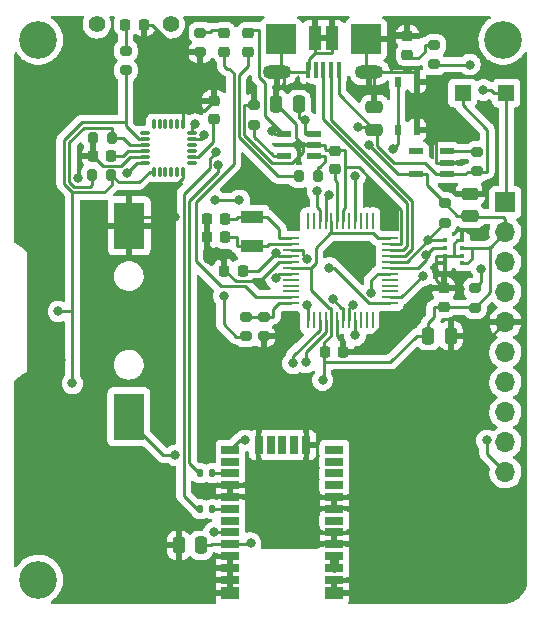
<source format=gbr>
%TF.GenerationSoftware,KiCad,Pcbnew,(6.0.11)*%
%TF.CreationDate,2023-10-01T19:45:03-05:00*%
%TF.ProjectId,dropkick,64726f70-6b69-4636-9b2e-6b696361645f,rev?*%
%TF.SameCoordinates,Original*%
%TF.FileFunction,Copper,L1,Top*%
%TF.FilePolarity,Positive*%
%FSLAX46Y46*%
G04 Gerber Fmt 4.6, Leading zero omitted, Abs format (unit mm)*
G04 Created by KiCad (PCBNEW (6.0.11)) date 2023-10-01 19:45:03*
%MOMM*%
%LPD*%
G01*
G04 APERTURE LIST*
G04 Aperture macros list*
%AMRoundRect*
0 Rectangle with rounded corners*
0 $1 Rounding radius*
0 $2 $3 $4 $5 $6 $7 $8 $9 X,Y pos of 4 corners*
0 Add a 4 corners polygon primitive as box body*
4,1,4,$2,$3,$4,$5,$6,$7,$8,$9,$2,$3,0*
0 Add four circle primitives for the rounded corners*
1,1,$1+$1,$2,$3*
1,1,$1+$1,$4,$5*
1,1,$1+$1,$6,$7*
1,1,$1+$1,$8,$9*
0 Add four rect primitives between the rounded corners*
20,1,$1+$1,$2,$3,$4,$5,0*
20,1,$1+$1,$4,$5,$6,$7,0*
20,1,$1+$1,$6,$7,$8,$9,0*
20,1,$1+$1,$8,$9,$2,$3,0*%
G04 Aperture macros list end*
%TA.AperFunction,SMDPad,CuDef*%
%ADD10RoundRect,0.225000X0.225000X0.250000X-0.225000X0.250000X-0.225000X-0.250000X0.225000X-0.250000X0*%
%TD*%
%TA.AperFunction,SMDPad,CuDef*%
%ADD11RoundRect,0.218750X0.256250X-0.218750X0.256250X0.218750X-0.256250X0.218750X-0.256250X-0.218750X0*%
%TD*%
%TA.AperFunction,SMDPad,CuDef*%
%ADD12RoundRect,0.200000X-0.275000X0.200000X-0.275000X-0.200000X0.275000X-0.200000X0.275000X0.200000X0*%
%TD*%
%TA.AperFunction,SMDPad,CuDef*%
%ADD13R,0.508000X0.889000*%
%TD*%
%TA.AperFunction,SMDPad,CuDef*%
%ADD14RoundRect,0.250000X-0.250000X-0.475000X0.250000X-0.475000X0.250000X0.475000X-0.250000X0.475000X0*%
%TD*%
%TA.AperFunction,SMDPad,CuDef*%
%ADD15RoundRect,0.135000X-0.135000X-0.185000X0.135000X-0.185000X0.135000X0.185000X-0.135000X0.185000X0*%
%TD*%
%TA.AperFunction,ComponentPad*%
%ADD16C,3.200000*%
%TD*%
%TA.AperFunction,SMDPad,CuDef*%
%ADD17RoundRect,0.225000X0.250000X-0.225000X0.250000X0.225000X-0.250000X0.225000X-0.250000X-0.225000X0*%
%TD*%
%TA.AperFunction,SMDPad,CuDef*%
%ADD18RoundRect,0.218750X-0.256250X0.218750X-0.256250X-0.218750X0.256250X-0.218750X0.256250X0.218750X0*%
%TD*%
%TA.AperFunction,SMDPad,CuDef*%
%ADD19RoundRect,0.200000X0.275000X-0.200000X0.275000X0.200000X-0.275000X0.200000X-0.275000X-0.200000X0*%
%TD*%
%TA.AperFunction,SMDPad,CuDef*%
%ADD20RoundRect,0.200000X-0.200000X-0.275000X0.200000X-0.275000X0.200000X0.275000X-0.200000X0.275000X0*%
%TD*%
%TA.AperFunction,SMDPad,CuDef*%
%ADD21RoundRect,0.250000X0.475000X-0.250000X0.475000X0.250000X-0.475000X0.250000X-0.475000X-0.250000X0*%
%TD*%
%TA.AperFunction,SMDPad,CuDef*%
%ADD22R,1.500000X0.700000*%
%TD*%
%TA.AperFunction,SMDPad,CuDef*%
%ADD23R,1.500000X1.000000*%
%TD*%
%TA.AperFunction,SMDPad,CuDef*%
%ADD24R,0.700000X1.500000*%
%TD*%
%TA.AperFunction,SMDPad,CuDef*%
%ADD25RoundRect,0.225000X-0.225000X-0.250000X0.225000X-0.250000X0.225000X0.250000X-0.225000X0.250000X0*%
%TD*%
%TA.AperFunction,SMDPad,CuDef*%
%ADD26R,1.900000X1.100000*%
%TD*%
%TA.AperFunction,SMDPad,CuDef*%
%ADD27R,1.200000X0.550000*%
%TD*%
%TA.AperFunction,SMDPad,CuDef*%
%ADD28R,1.000000X2.000000*%
%TD*%
%TA.AperFunction,SMDPad,CuDef*%
%ADD29R,0.400000X1.350000*%
%TD*%
%TA.AperFunction,ComponentPad*%
%ADD30O,2.400000X1.200000*%
%TD*%
%TA.AperFunction,ComponentPad*%
%ADD31R,2.500000X2.500000*%
%TD*%
%TA.AperFunction,SMDPad,CuDef*%
%ADD32RoundRect,0.250000X0.250000X0.475000X-0.250000X0.475000X-0.250000X-0.475000X0.250000X-0.475000X0*%
%TD*%
%TA.AperFunction,SMDPad,CuDef*%
%ADD33RoundRect,0.218750X0.218750X0.256250X-0.218750X0.256250X-0.218750X-0.256250X0.218750X-0.256250X0*%
%TD*%
%TA.AperFunction,SMDPad,CuDef*%
%ADD34R,1.400000X1.400000*%
%TD*%
%TA.AperFunction,ComponentPad*%
%ADD35R,1.700000X1.700000*%
%TD*%
%TA.AperFunction,ComponentPad*%
%ADD36O,1.700000X1.700000*%
%TD*%
%TA.AperFunction,SMDPad,CuDef*%
%ADD37R,2.600000X4.000000*%
%TD*%
%TA.AperFunction,SMDPad,CuDef*%
%ADD38RoundRect,0.070000X0.070000X-0.330000X0.070000X0.330000X-0.070000X0.330000X-0.070000X-0.330000X0*%
%TD*%
%TA.AperFunction,SMDPad,CuDef*%
%ADD39RoundRect,0.070000X-0.330000X-0.070000X0.330000X-0.070000X0.330000X0.070000X-0.330000X0.070000X0*%
%TD*%
%TA.AperFunction,SMDPad,CuDef*%
%ADD40RoundRect,0.070000X-0.070000X0.330000X-0.070000X-0.330000X0.070000X-0.330000X0.070000X0.330000X0*%
%TD*%
%TA.AperFunction,SMDPad,CuDef*%
%ADD41RoundRect,0.070000X0.330000X0.070000X-0.330000X0.070000X-0.330000X-0.070000X0.330000X-0.070000X0*%
%TD*%
%TA.AperFunction,SMDPad,CuDef*%
%ADD42RoundRect,0.200000X0.200000X0.275000X-0.200000X0.275000X-0.200000X-0.275000X0.200000X-0.275000X0*%
%TD*%
%TA.AperFunction,SMDPad,CuDef*%
%ADD43R,1.346200X0.279400*%
%TD*%
%TA.AperFunction,SMDPad,CuDef*%
%ADD44R,0.279400X1.346200*%
%TD*%
%TA.AperFunction,SMDPad,CuDef*%
%ADD45R,0.350000X0.350000*%
%TD*%
%TA.AperFunction,ComponentPad*%
%ADD46C,1.397000*%
%TD*%
%TA.AperFunction,ViaPad*%
%ADD47C,0.800000*%
%TD*%
%TA.AperFunction,Conductor*%
%ADD48C,0.250000*%
%TD*%
%TA.AperFunction,Conductor*%
%ADD49C,0.750000*%
%TD*%
G04 APERTURE END LIST*
D10*
%TO.P,C12,1,1*%
%TO.N,/REGOUT*%
X72228000Y-56850000D03*
%TO.P,C12,2,2*%
%TO.N,GND*%
X70678000Y-56850000D03*
%TD*%
D11*
%TO.P,CHG1,1,K*%
%TO.N,Net-(CHG1-Pad1)*%
X83820000Y-47997500D03*
%TO.P,CHG1,2,A*%
%TO.N,VBUS*%
X83820000Y-46422500D03*
%TD*%
D12*
%TO.P,R3,1,1*%
%TO.N,/D9*%
X85110300Y-70459000D03*
%TO.P,R3,2,2*%
%TO.N,GND*%
X85110300Y-72109000D03*
%TD*%
D13*
%TO.P,SW2,1,1*%
%TO.N,/~{RESET}*%
X96481999Y-54627998D03*
%TO.P,SW2,2,2*%
%TO.N,GND*%
X98082001Y-54627998D03*
%TO.P,SW2,3,3*%
X98082001Y-50528002D03*
%TO.P,SW2,4,4*%
%TO.N,/~{RESET}*%
X96481999Y-50528002D03*
%TD*%
D14*
%TO.P,C2,1,1*%
%TO.N,+3V3*%
X99050000Y-72050000D03*
%TO.P,C2,2,2*%
%TO.N,GND*%
X100950000Y-72050000D03*
%TD*%
D15*
%TO.P,R7,1,1*%
%TO.N,/SCL*%
X79754000Y-86741000D03*
%TO.P,R7,2,2*%
%TO.N,Net-(R7-Pad2)*%
X80774000Y-86741000D03*
%TD*%
D10*
%TO.P,C7,1,1*%
%TO.N,Net-(C7-Pad1)*%
X81881300Y-62198000D03*
%TO.P,C7,2,2*%
%TO.N,GND*%
X80331300Y-62198000D03*
%TD*%
D16*
%TO.P,H2,P$1*%
%TO.N,N/C*%
X105410000Y-46990000D03*
%TD*%
D12*
%TO.P,R13,1,1*%
%TO.N,+3V3*%
X100450000Y-60825000D03*
%TO.P,R13,2,2*%
%TO.N,/SCL*%
X100450000Y-62475000D03*
%TD*%
D16*
%TO.P,H1,P$1*%
%TO.N,N/C*%
X66040000Y-46990000D03*
%TD*%
D17*
%TO.P,C10,1,1*%
%TO.N,Net-(C10-Pad1)*%
X91186000Y-57925000D03*
%TO.P,C10,2,2*%
%TO.N,GND*%
X91186000Y-56375000D03*
%TD*%
D10*
%TO.P,C8,1,1*%
%TO.N,Net-(C8-Pad1)*%
X81881300Y-63722000D03*
%TO.P,C8,2,2*%
%TO.N,GND*%
X80331300Y-63722000D03*
%TD*%
D18*
%TO.P,L2,1,K*%
%TO.N,GND*%
X97282000Y-46710500D03*
%TO.P,L2,2,A*%
%TO.N,Net-(L2-Pad2)*%
X97282000Y-48285500D03*
%TD*%
D19*
%TO.P,R14,1,1*%
%TO.N,+3V3*%
X103010000Y-69695000D03*
%TO.P,R14,2,2*%
%TO.N,/SDA*%
X103010000Y-68045000D03*
%TD*%
D20*
%TO.P,R5,1,1*%
%TO.N,Net-(CHG1-Pad1)*%
X88075000Y-58547000D03*
%TO.P,R5,2,2*%
%TO.N,Net-(R5-Pad2)*%
X89725000Y-58547000D03*
%TD*%
D21*
%TO.P,C4,1,1*%
%TO.N,+3V3*%
X102600000Y-61950000D03*
%TO.P,C4,2,2*%
%TO.N,GND*%
X102600000Y-60050000D03*
%TD*%
D22*
%TO.P,U3,1,VCC_IO*%
%TO.N,+3V3*%
X82300000Y-81700000D03*
%TO.P,U3,2,Reserved1*%
%TO.N,unconnected-(U3-Pad2)*%
X82300000Y-82700000D03*
%TO.P,U3,3,SDA/_SPI_CS_N*%
%TO.N,Net-(R6-Pad2)*%
X82300000Y-83700000D03*
%TO.P,U3,4,GND*%
%TO.N,GND*%
X82300000Y-84700001D03*
%TO.P,U3,5,GND*%
X82300000Y-85700000D03*
%TO.P,U3,6,SCL/_SPI_CLK*%
%TO.N,Net-(R7-Pad2)*%
X82300000Y-86700000D03*
%TO.P,U3,7,EXTINT*%
%TO.N,unconnected-(U3-Pad7)*%
X82300000Y-87700000D03*
%TO.P,U3,8,V_BCKP*%
%TO.N,/VBACKUP*%
X82300000Y-88700001D03*
%TO.P,U3,9,VCC*%
%TO.N,+3V3*%
X82300000Y-89700001D03*
%TO.P,U3,10,GND*%
%TO.N,GND*%
X82300000Y-90699999D03*
%TO.P,U3,11,GND*%
X82300000Y-91700000D03*
%TO.P,U3,12,GND*%
X82300000Y-92700000D03*
D23*
%TO.P,U3,13,GND*%
X82300000Y-93850000D03*
%TO.P,U3,14,GND*%
X91100000Y-93800000D03*
D22*
%TO.P,U3,15,GND*%
X91100000Y-92700000D03*
%TO.P,U3,16,RF_OUT*%
%TO.N,/RF*%
X91100000Y-91700000D03*
%TO.P,U3,17,RF_IN*%
X91100000Y-90699999D03*
%TO.P,U3,18,GND*%
%TO.N,GND*%
X91100000Y-89700001D03*
%TO.P,U3,19,GND*%
X91100000Y-88700001D03*
%TO.P,U3,20,D_SEL*%
%TO.N,unconnected-(U3-Pad20)*%
X91100000Y-87700000D03*
%TO.P,U3,21,GND*%
%TO.N,GND*%
X91100000Y-86699999D03*
%TO.P,U3,22,GND*%
X91100000Y-85699999D03*
%TO.P,U3,23,RESET_N*%
%TO.N,unconnected-(U3-Pad23)*%
X91100000Y-84700000D03*
%TO.P,U3,24,SAFEBOOT_N*%
%TO.N,unconnected-(U3-Pad24)*%
X91100000Y-83700000D03*
%TO.P,U3,25,TXD/_SPI_MISO*%
%TO.N,unconnected-(U3-Pad25)*%
X91100000Y-82700000D03*
%TO.P,U3,26,RXD/_SPI_MOSI*%
%TO.N,unconnected-(U3-Pad26)*%
X91100000Y-81700000D03*
D24*
%TO.P,U3,27,GND*%
%TO.N,GND*%
X88700000Y-81300000D03*
%TO.P,U3,28,Reserved2*%
%TO.N,unconnected-(U3-Pad28)*%
X87700000Y-81300000D03*
%TO.P,U3,29,TIMEPULSE*%
%TO.N,unconnected-(U3-Pad29)*%
X86700000Y-81300000D03*
%TO.P,U3,30,LNA_EN*%
%TO.N,unconnected-(U3-Pad30)*%
X85700000Y-81300000D03*
%TO.P,U3,31,GND*%
%TO.N,GND*%
X84699999Y-81300000D03*
%TD*%
D19*
%TO.P,R10,1,1*%
%TO.N,/D13*%
X99568000Y-49085000D03*
%TO.P,R10,2,2*%
%TO.N,Net-(L2-Pad2)*%
X99568000Y-47435000D03*
%TD*%
D16*
%TO.P,H3,P$1*%
%TO.N,N/C*%
X66040000Y-92710000D03*
%TD*%
D25*
%TO.P,C5,1,1*%
%TO.N,+3V3*%
X90275000Y-73450000D03*
%TO.P,C5,2,2*%
%TO.N,GND*%
X91825000Y-73450000D03*
%TD*%
D19*
%TO.P,R1,1,1*%
%TO.N,VBAT*%
X83586300Y-72109000D03*
%TO.P,R1,2,2*%
%TO.N,/D9*%
X83586300Y-70459000D03*
%TD*%
D26*
%TO.P,X4,P$1,P$1*%
%TO.N,Net-(C7-Pad1)*%
X84154300Y-62014000D03*
%TO.P,X4,P$2,P$2*%
%TO.N,Net-(C8-Pad1)*%
X84154300Y-64414000D03*
%TD*%
D19*
%TO.P,R12,1,1*%
%TO.N,+3V3*%
X73450000Y-49575000D03*
%TO.P,R12,2,2*%
%TO.N,Net-(L3-Pad2)*%
X73450000Y-47925000D03*
%TD*%
D27*
%TO.P,U1,1,IN*%
%TO.N,VBUS*%
X100614100Y-58350000D03*
%TO.P,U1,2,GND*%
%TO.N,GND*%
X100614100Y-57400000D03*
%TO.P,U1,3,EN*%
%TO.N,/EN*%
X100614100Y-56450000D03*
%TO.P,U1,4,P4*%
%TO.N,unconnected-(U1-Pad4)*%
X98013900Y-56450000D03*
%TO.P,U1,5,OUT*%
%TO.N,+3V3*%
X98013900Y-58350000D03*
%TD*%
D21*
%TO.P,C3,1,1*%
%TO.N,VBUS*%
X94488000Y-54605000D03*
%TO.P,C3,2,2*%
%TO.N,GND*%
X94488000Y-52705000D03*
%TD*%
D28*
%TO.P,X1,BASE@1,GND*%
%TO.N,GND*%
X90919600Y-46816600D03*
%TO.P,X1,BASE@2,GND*%
X89419600Y-46816600D03*
D29*
%TO.P,X1,D+,D+*%
%TO.N,/D+*%
X90169600Y-49591600D03*
%TO.P,X1,D-,D-*%
%TO.N,/D-*%
X90819600Y-49591600D03*
%TO.P,X1,GND,GND*%
%TO.N,GND*%
X88869600Y-49591600D03*
%TO.P,X1,ID,ID*%
%TO.N,unconnected-(X1-PadID)*%
X89519600Y-49591600D03*
D30*
%TO.P,X1,SPRT@1,GND*%
%TO.N,GND*%
X94069600Y-49716600D03*
%TO.P,X1,SPRT@2,GND*%
X86269600Y-49716600D03*
D31*
%TO.P,X1,SPRT@3,GND*%
X93769600Y-46916600D03*
%TO.P,X1,SPRT@4,GND*%
X86569600Y-46916600D03*
D29*
%TO.P,X1,VBUS,VBUS*%
%TO.N,VBUS*%
X91469600Y-49591600D03*
%TD*%
D17*
%TO.P,C13,1,1*%
%TO.N,/CPOUT*%
X80899000Y-53734000D03*
%TO.P,C13,2,2*%
%TO.N,GND*%
X80899000Y-52184000D03*
%TD*%
D32*
%TO.P,C9,1,1*%
%TO.N,VBAT*%
X88072000Y-52451000D03*
%TO.P,C9,2,2*%
%TO.N,GND*%
X86172000Y-52451000D03*
%TD*%
D33*
%TO.P,L3,1,K*%
%TO.N,GND*%
X74987500Y-45700000D03*
%TO.P,L3,2,A*%
%TO.N,Net-(L3-Pad2)*%
X73412500Y-45700000D03*
%TD*%
D19*
%TO.P,R4,1,1*%
%TO.N,Net-(R4-Pad1)*%
X84300000Y-54175000D03*
%TO.P,R4,2,2*%
%TO.N,GND*%
X84300000Y-52525000D03*
%TD*%
D10*
%TO.P,C1,1,1*%
%TO.N,/AREF*%
X83329300Y-66564000D03*
%TO.P,C1,2,2*%
%TO.N,GND*%
X81779300Y-66564000D03*
%TD*%
D34*
%TO.P,D1,A,A*%
%TO.N,VBAT*%
X105650000Y-51500000D03*
%TO.P,D1,C,C*%
%TO.N,VBUS*%
X101950000Y-51500000D03*
%TD*%
D12*
%TO.P,R11,1,1*%
%TO.N,Net-(L1-Pad1)*%
X79756000Y-46380000D03*
%TO.P,R11,2,2*%
%TO.N,GND*%
X79756000Y-48030000D03*
%TD*%
D32*
%TO.P,C6,1,1*%
%TO.N,+3V3*%
X79817000Y-89789000D03*
%TO.P,C6,2,2*%
%TO.N,GND*%
X77917000Y-89789000D03*
%TD*%
D35*
%TO.P,J1,1,Pin_1*%
%TO.N,VBAT*%
X105580000Y-60750000D03*
D36*
%TO.P,J1,2,Pin_2*%
%TO.N,+3V3*%
X105580000Y-63290000D03*
%TO.P,J1,3,Pin_3*%
%TO.N,/SCL*%
X105580000Y-65830000D03*
%TO.P,J1,4,Pin_4*%
%TO.N,/SDA*%
X105580000Y-68370000D03*
%TO.P,J1,5,Pin_5*%
%TO.N,GND*%
X105580000Y-70910000D03*
%TO.P,J1,6,Pin_6*%
%TO.N,/AREF*%
X105580000Y-73450000D03*
%TO.P,J1,7,Pin_7*%
%TO.N,/A0*%
X105580000Y-75990000D03*
%TO.P,J1,8,Pin_8*%
%TO.N,/A1*%
X105580000Y-78530000D03*
%TO.P,J1,9,Pin_9*%
%TO.N,/D0*%
X105580000Y-81070000D03*
%TO.P,J1,10,Pin_10*%
%TO.N,/D1*%
X105580000Y-83610000D03*
%TD*%
D37*
%TO.P,B1,+,+*%
%TO.N,/VBACKUP*%
X73700000Y-78910000D03*
%TO.P,B1,-,-*%
%TO.N,GND*%
X73730000Y-62730000D03*
%TD*%
D38*
%TO.P,U6,1,CLKIN*%
%TO.N,GND*%
X78300000Y-54150000D03*
%TO.P,U6,2*%
%TO.N,N/C*%
X77800000Y-54150000D03*
%TO.P,U6,3*%
X77300000Y-54150000D03*
%TO.P,U6,4*%
X76800000Y-54150000D03*
%TO.P,U6,5*%
X76300000Y-54150000D03*
%TO.P,U6,6,AUX_DA*%
%TO.N,/SDA_EXT*%
X75800000Y-54150000D03*
D39*
%TO.P,U6,7,AUX_CL*%
%TO.N,/SCL_EXT*%
X75050000Y-54900000D03*
%TO.P,U6,8,VLOGIC*%
%TO.N,+3V3*%
X75050000Y-55400000D03*
%TO.P,U6,9,AD0*%
%TO.N,/AD0*%
X75050000Y-55900000D03*
%TO.P,U6,10,REGOUT*%
%TO.N,/REGOUT*%
X75050000Y-56400000D03*
%TO.P,U6,11,FSYNC*%
%TO.N,GND*%
X75050000Y-56900000D03*
%TO.P,U6,12,INT*%
%TO.N,/D11*%
X75050000Y-57400000D03*
D40*
%TO.P,U6,13,VDD*%
%TO.N,+3V3*%
X75800000Y-58150000D03*
%TO.P,U6,14*%
%TO.N,N/C*%
X76300000Y-58150000D03*
%TO.P,U6,15*%
X76800000Y-58150000D03*
%TO.P,U6,16*%
X77300000Y-58150000D03*
%TO.P,U6,17*%
X77800000Y-58150000D03*
%TO.P,U6,18,GND*%
%TO.N,GND*%
X78300000Y-58150000D03*
D41*
%TO.P,U6,19,RSVD@1*%
%TO.N,unconnected-(U6-Pad19)*%
X79050000Y-57400000D03*
%TO.P,U6,20,CPOUT*%
%TO.N,/CPOUT*%
X79050000Y-56900000D03*
%TO.P,U6,21,RSVD@2*%
%TO.N,unconnected-(U6-Pad21)*%
X79050000Y-56400000D03*
%TO.P,U6,22,RSVD@3*%
%TO.N,unconnected-(U6-Pad22)*%
X79050000Y-55900000D03*
%TO.P,U6,23,SCL*%
%TO.N,/SCL*%
X79050000Y-55400000D03*
%TO.P,U6,24,SDA*%
%TO.N,/SDA*%
X79050000Y-54900000D03*
%TD*%
D42*
%TO.P,R15,1,1*%
%TO.N,/AD0*%
X72278000Y-55274000D03*
%TO.P,R15,2,2*%
%TO.N,GND*%
X70628000Y-55274000D03*
%TD*%
D43*
%TO.P,U4,1,PA00/EINT0/SERCOM1.0*%
%TO.N,Net-(C7-Pad1)*%
X87421700Y-63800000D03*
%TO.P,U4,2,PA01/EINT1/SERCOM1.1*%
%TO.N,Net-(C8-Pad1)*%
X87421700Y-64299999D03*
%TO.P,U4,3,PA02/EINT2/AIN0/Y0/VOUT*%
%TO.N,/A0*%
X87421700Y-64800001D03*
%TO.P,U4,4,PA03/EINT3/VREFA/AIN1*%
%TO.N,/AREF*%
X87421700Y-65300000D03*
%TO.P,U4,5,GNDA*%
%TO.N,GND*%
X87421700Y-65799999D03*
%TO.P,U4,6,VDDA*%
%TO.N,+3V3*%
X87421700Y-66300000D03*
%TO.P,U4,7,PB08/I8/AIN2/SERCOM4.0*%
%TO.N,/A1*%
X87421700Y-66800000D03*
%TO.P,U4,8,PB09/I9/AIN3/SERCOM4.1*%
%TO.N,/A2*%
X87421700Y-67300001D03*
%TO.P,U4,9,PA04/EINT4/VREFB/AIN4/SERCOM0.0*%
%TO.N,/A3*%
X87421700Y-67800000D03*
%TO.P,U4,10,PA05/EINT5/AIN5/SERCOM0.1*%
%TO.N,/A4*%
X87421700Y-68299999D03*
%TO.P,U4,11,PA06/EINT6/AIN6/SERCOM0.2*%
%TO.N,/D8*%
X87421700Y-68800001D03*
%TO.P,U4,12,PA07/I7/AIN7/SERCOM0.3/I2SD0*%
%TO.N,/D9*%
X87421700Y-69300000D03*
D44*
%TO.P,U4,13,PA08/I2C/AIN16/SERCOM0+2.0/I2SD1*%
%TO.N,/SD_CS*%
X88850000Y-70728300D03*
%TO.P,U4,14,PA09/I2C/I9/AIN17/SERCOM0+2.1/I2SMC*%
%TO.N,/D3*%
X89349999Y-70728300D03*
%TO.P,U4,15,PA10/I10/AIN18/SERCOM0+2.2/I2SCK*%
%TO.N,/D1*%
X89850001Y-70728300D03*
%TO.P,U4,16,PA11/I11/AIN19/SERCOM0+2.3/I2SF0*%
%TO.N,/D0*%
X90350000Y-70728300D03*
%TO.P,U4,17,VDDIO*%
%TO.N,+3V3*%
X90849999Y-70728300D03*
%TO.P,U4,18,GND*%
%TO.N,GND*%
X91350000Y-70728300D03*
%TO.P,U4,19,PB10/I10/SERCOM4.2/I2SMC*%
%TO.N,/MOSI*%
X91850000Y-70728300D03*
%TO.P,U4,20,PB11/I11/SERCOM4.3/I2SCL*%
%TO.N,/SCK*%
X92350001Y-70728300D03*
%TO.P,U4,21,PA12/I12/I2C/SERCOM2+4.0*%
%TO.N,/MISO*%
X92850000Y-70728300D03*
%TO.P,U4,22,PA13/I13/I2C/SERCOM2+4.1*%
%TO.N,unconnected-(U4-Pad22)*%
X93349999Y-70728300D03*
%TO.P,U4,23,PA14/I14/SERCOM2+4.2*%
%TO.N,/D2*%
X93850001Y-70728300D03*
%TO.P,U4,24,PA15/I15/SERCOM3+4.3*%
%TO.N,/D5*%
X94350000Y-70728300D03*
D43*
%TO.P,U4,25,PA16/I2C/I0/SERCOM1+3.0*%
%TO.N,/D11*%
X95778300Y-69300000D03*
%TO.P,U4,26,PA17/I2C/I1/SERCOM1+3.1*%
%TO.N,/D13*%
X95778300Y-68800001D03*
%TO.P,U4,27,PA18/I2/SERCOM1+3.2*%
%TO.N,/D10*%
X95778300Y-68299999D03*
%TO.P,U4,28,PA19/I3/SERCOM1+3.3/I2SD0*%
%TO.N,/D12*%
X95778300Y-67800000D03*
%TO.P,U4,29,PA20/I4/SERCOM3+5.2/I2SSC*%
%TO.N,/D6*%
X95778300Y-67300001D03*
%TO.P,U4,30,PA21/I5/SERCOM3+5.3/I2SFS0*%
%TO.N,/D7*%
X95778300Y-66800000D03*
%TO.P,U4,31,PA22/I2C/I6/SERCOM3+5.0*%
%TO.N,/SDA*%
X95778300Y-66300000D03*
%TO.P,U4,32,PA23/I2C/I7/SERCOM3+5.1/SOF*%
%TO.N,/SCL*%
X95778300Y-65799999D03*
%TO.P,U4,33,PA24/I12/SERCOM3+5.2/D-*%
%TO.N,/D-*%
X95778300Y-65300000D03*
%TO.P,U4,34,PA25/I13/SERCOM3+5.3/D+*%
%TO.N,/D+*%
X95778300Y-64800001D03*
%TO.P,U4,35,GND*%
%TO.N,GND*%
X95778300Y-64299999D03*
%TO.P,U4,36,VDDIO*%
%TO.N,+3V3*%
X95778300Y-63800000D03*
D44*
%TO.P,U4,37,PB22/I6/SERCOM5.2*%
%TO.N,unconnected-(U4-Pad37)*%
X94350000Y-62371700D03*
%TO.P,U4,38,PB23/I7/SERCOM5.3*%
%TO.N,unconnected-(U4-Pad38)*%
X93850001Y-62371700D03*
%TO.P,U4,39,PA27/I15*%
%TO.N,unconnected-(U4-Pad39)*%
X93349999Y-62371700D03*
%TO.P,U4,40,/RESET*%
%TO.N,/~{RESET}*%
X92850000Y-62371700D03*
%TO.P,U4,41,PA28/I8*%
%TO.N,unconnected-(U4-Pad41)*%
X92350001Y-62371700D03*
%TO.P,U4,42,GND*%
%TO.N,GND*%
X91850000Y-62371700D03*
%TO.P,U4,43,VDDCORE*%
%TO.N,Net-(C10-Pad1)*%
X91350000Y-62371700D03*
%TO.P,U4,44,VDDIN*%
%TO.N,+3V3*%
X90849999Y-62371700D03*
%TO.P,U4,45,PA30/I10/SECOM1.2/SWCLK*%
%TO.N,/SWCLK*%
X90350000Y-62371700D03*
%TO.P,U4,46,PA31/I11/SECOM1.3/SWDIO*%
%TO.N,/SWDIO*%
X89850001Y-62371700D03*
%TO.P,U4,47,PB02/I2/AIN10/SERCOM5.0*%
%TO.N,/A5*%
X89349999Y-62371700D03*
%TO.P,U4,48,PB03/I3/AIN11/SERCOM5.1*%
%TO.N,unconnected-(U4-Pad48)*%
X88850000Y-62371700D03*
%TD*%
D18*
%TO.P,L1,1,K*%
%TO.N,Net-(L1-Pad1)*%
X81788000Y-46456500D03*
%TO.P,L1,2,A*%
%TO.N,/D8*%
X81788000Y-48031500D03*
%TD*%
D19*
%TO.P,R2,1,1*%
%TO.N,VBUS*%
X103200000Y-58125000D03*
%TO.P,R2,2,2*%
%TO.N,/EN*%
X103200000Y-56475000D03*
%TD*%
D15*
%TO.P,R6,1,1*%
%TO.N,/SDA*%
X79754000Y-83693000D03*
%TO.P,R6,2,2*%
%TO.N,Net-(R6-Pad2)*%
X80774000Y-83693000D03*
%TD*%
D42*
%TO.P,AD0,1,1*%
%TO.N,+3V3*%
X72225000Y-58450000D03*
%TO.P,AD0,2,2*%
%TO.N,/AD0*%
X70575000Y-58450000D03*
%TD*%
D27*
%TO.P,U2,1,STAT*%
%TO.N,Net-(R5-Pad2)*%
X89408000Y-56830000D03*
%TO.P,U2,2,VSS*%
%TO.N,GND*%
X89408000Y-55880000D03*
%TO.P,U2,3,VBAT*%
%TO.N,VBAT*%
X89408000Y-54930000D03*
%TO.P,U2,4,VDD*%
%TO.N,VBUS*%
X86807800Y-54930000D03*
%TO.P,U2,5,PROG*%
%TO.N,Net-(R4-Pad1)*%
X86807800Y-56830000D03*
%TD*%
D45*
%TO.P,U5,1,GND*%
%TO.N,GND*%
X100475000Y-65924999D03*
%TO.P,U5,2,CSB*%
X100475000Y-65275001D03*
%TO.P,U5,3,SDI*%
%TO.N,/SDA*%
X100475000Y-64624999D03*
%TO.P,U5,4,SCK*%
%TO.N,/SCL*%
X100475000Y-63975001D03*
%TO.P,U5,5,SDO*%
%TO.N,GND*%
X101925000Y-63975001D03*
%TO.P,U5,6,VDDIO*%
%TO.N,+3V3*%
X101925000Y-64624999D03*
%TO.P,U5,7,GND*%
%TO.N,GND*%
X101925000Y-65275001D03*
%TO.P,U5,8,VDD*%
%TO.N,+3V3*%
X101925000Y-65924999D03*
%TD*%
D17*
%TO.P,C11,1,1*%
%TO.N,+3V3*%
X100350000Y-69575000D03*
%TO.P,C11,2,2*%
%TO.N,GND*%
X100350000Y-68025000D03*
%TD*%
D46*
%TO.P,SW1,4*%
%TO.N,N/C*%
X70994999Y-45683932D03*
%TO.P,SW1,5*%
X77244999Y-45683932D03*
%TD*%
D47*
%TO.N,/VBACKUP*%
X77625500Y-82169000D03*
X80900000Y-88700000D03*
%TO.N,GND*%
X80391000Y-65532000D03*
X80949200Y-49716600D03*
X99688800Y-54567800D03*
X101762100Y-68072000D03*
X69391000Y-58654300D03*
X103973100Y-59298100D03*
X67933900Y-74075900D03*
X77625500Y-61976000D03*
%TO.N,/AREF*%
X86140900Y-65053700D03*
%TO.N,+3V3*%
X83566000Y-80899000D03*
X94000000Y-55900000D03*
X68917100Y-76082900D03*
X90100000Y-75800000D03*
X67735500Y-69987500D03*
X84010500Y-89598500D03*
%TO.N,VBUS*%
X93100000Y-54400000D03*
X85812299Y-54687701D03*
%TO.N,VBAT*%
X88591700Y-53808100D03*
X103715200Y-51247000D03*
X81718400Y-68654000D03*
%TO.N,/D13*%
X102561100Y-49086000D03*
X98571600Y-66973700D03*
%TO.N,/D11*%
X90678000Y-66303200D03*
X80993900Y-60579000D03*
X73533000Y-58293000D03*
X83058000Y-60579000D03*
%TO.N,/SCL*%
X99058600Y-63975000D03*
X80081500Y-55094200D03*
X81103700Y-56508200D03*
%TO.N,/SDA*%
X79306100Y-54136700D03*
X98885950Y-65198050D03*
X81261100Y-57560800D03*
X103550000Y-66360000D03*
%TO.N,/D1*%
X104013000Y-80899000D03*
X87600000Y-74400000D03*
%TO.N,/D0*%
X88672900Y-74308900D03*
%TO.N,/MISO*%
X92850000Y-72025900D03*
%TO.N,/MOSI*%
X90947600Y-68981200D03*
%TO.N,/SCK*%
X92659800Y-69420100D03*
%TO.N,/A1*%
X86129300Y-67148000D03*
%TO.N,/A0*%
X88786600Y-65578700D03*
%TO.N,/~{RESET}*%
X92850000Y-58532500D03*
X96089500Y-56241800D03*
%TO.N,/SWCLK*%
X90622259Y-60094323D03*
%TO.N,/SWDIO*%
X89662000Y-59817000D03*
%TO.N,/SD_CS*%
X88770600Y-69434700D03*
%TO.N,/D7*%
X94228900Y-68399200D03*
%TD*%
D48*
%TO.N,/VBACKUP*%
X77625500Y-82169000D02*
X76631999Y-82169000D01*
X73700000Y-79237001D02*
X73700000Y-78910000D01*
X76631999Y-82169000D02*
X73700000Y-79237001D01*
X82300000Y-88700001D02*
X81200001Y-88700001D01*
X81200001Y-88700001D02*
X80900000Y-88700000D01*
%TO.N,GND*%
X85857400Y-57448400D02*
X83474700Y-55065700D01*
X77625500Y-59350696D02*
X78300000Y-58676196D01*
X99688800Y-54567800D02*
X99688800Y-57400000D01*
X104440000Y-72050000D02*
X105580000Y-70910000D01*
X90333300Y-56272600D02*
X90333300Y-55880000D01*
X95636500Y-49758200D02*
X98082000Y-49758200D01*
X92011300Y-57800400D02*
X93159700Y-57800400D01*
X101640100Y-67950000D02*
X99524700Y-67950000D01*
X80864200Y-49631600D02*
X80949200Y-49716600D01*
X89408000Y-55880000D02*
X90333300Y-55880000D01*
X77625500Y-61976000D02*
X73784000Y-61976000D01*
X80256300Y-64547300D02*
X80512900Y-64547300D01*
X101219000Y-64256001D02*
X101219000Y-65278000D01*
X80668500Y-49631600D02*
X80864200Y-49631600D01*
X88482700Y-55880000D02*
X88482700Y-56494400D01*
X87421700Y-65800000D02*
X86423300Y-65800000D01*
X98082000Y-54435500D02*
X98082000Y-54243100D01*
X71478000Y-57650000D02*
X70678000Y-56850000D01*
X88970300Y-49490900D02*
X88970300Y-48591200D01*
X90360700Y-56300000D02*
X90333300Y-56272600D01*
X97282000Y-46448000D02*
X96356700Y-46448000D01*
X86172000Y-52451000D02*
X86172000Y-51375700D01*
X92011300Y-61211900D02*
X92011300Y-57800400D01*
X99695000Y-67370000D02*
X100350000Y-68025000D01*
X80899000Y-52184000D02*
X80899000Y-49766800D01*
X100950000Y-72050000D02*
X104440000Y-72050000D01*
X79793200Y-49631600D02*
X80668500Y-49631600D01*
X87528700Y-57448400D02*
X85857400Y-57448400D01*
X79793200Y-49631600D02*
X79793200Y-48967500D01*
X80512900Y-64547300D02*
X81704300Y-65738700D01*
X99695000Y-65913000D02*
X99695000Y-67370000D01*
X91900000Y-72624700D02*
X91350000Y-72074700D01*
X90919600Y-48141900D02*
X89419600Y-48141900D01*
X98082000Y-54243100D02*
X98082000Y-50528000D01*
X103675300Y-59595900D02*
X103973100Y-59298100D01*
X88482700Y-56494400D02*
X87528700Y-57448400D01*
X84809200Y-67414100D02*
X82744300Y-67414100D01*
X99524700Y-67950000D02*
X97415400Y-70059300D01*
X99556500Y-54435500D02*
X99688800Y-54567800D01*
X78300000Y-53022800D02*
X80060200Y-53022800D01*
X87882800Y-55280100D02*
X88482700Y-55880000D01*
X79756000Y-48055000D02*
X79756000Y-48930300D01*
X86172000Y-52451000D02*
X87882800Y-54161800D01*
X88869600Y-49591600D02*
X88970300Y-49490900D01*
X100614100Y-57400000D02*
X99688800Y-57400000D01*
X74950000Y-45700000D02*
X75675300Y-45700000D01*
X96776700Y-61417400D02*
X96776700Y-64300000D01*
X95594900Y-49716600D02*
X95636500Y-49758200D01*
X90919600Y-46816600D02*
X90919600Y-48141900D01*
X93159700Y-57800400D02*
X96776700Y-61417400D01*
X73730000Y-62030000D02*
X73730000Y-62730000D01*
X91900000Y-73450000D02*
X92911500Y-73450000D01*
X97415400Y-70059300D02*
X94959500Y-70059300D01*
X82744300Y-67414100D02*
X81704300Y-66374100D01*
X80256300Y-63722000D02*
X80256300Y-64547300D01*
X92911500Y-73450000D02*
X94959500Y-71402000D01*
X93769600Y-46916600D02*
X93769600Y-49716600D01*
X86869600Y-49716600D02*
X88744600Y-49716600D01*
X83474700Y-55065700D02*
X83474700Y-52500000D01*
X86423300Y-65800000D02*
X84809200Y-67414100D01*
X101762100Y-68072000D02*
X101640100Y-67950000D01*
X99706999Y-65924999D02*
X100475000Y-65924999D01*
X86869600Y-50678100D02*
X86172000Y-51375700D01*
X80060200Y-53022800D02*
X80899000Y-52184000D01*
X100475000Y-65275001D02*
X99697999Y-65275001D01*
X86569600Y-49416600D02*
X86569600Y-46916600D01*
X73784000Y-61976000D02*
X73730000Y-62030000D01*
X103675300Y-60050000D02*
X103675300Y-59595900D01*
X78300000Y-54150000D02*
X78300000Y-53022800D01*
X95888100Y-46916600D02*
X96356700Y-46448000D01*
X86869600Y-49716600D02*
X86869600Y-50678100D01*
X80256300Y-63722000D02*
X80256300Y-62198000D01*
X101925000Y-63975001D02*
X101500000Y-63975001D01*
X69727700Y-56850000D02*
X69391000Y-57186700D01*
X99695000Y-65278000D02*
X99695000Y-65913000D01*
X88595300Y-55880000D02*
X88482700Y-55880000D01*
X98082000Y-54435500D02*
X99556500Y-54435500D01*
X91350000Y-72074700D02*
X91350000Y-70728300D01*
X78300000Y-58676196D02*
X78300000Y-58150000D01*
X91850000Y-61373200D02*
X92011300Y-61211900D01*
X90872200Y-56300000D02*
X90360700Y-56300000D01*
X73764696Y-56900000D02*
X73014696Y-57650000D01*
X94488000Y-52705000D02*
X94488000Y-49716600D01*
X99697999Y-65275001D02*
X99695000Y-65278000D01*
X88744600Y-49716600D02*
X88869600Y-49591600D01*
X101219000Y-65278000D02*
X101221999Y-65275001D01*
X92011300Y-57800400D02*
X92011300Y-56300000D01*
X70603000Y-56850000D02*
X69727700Y-56850000D01*
X70603000Y-56850000D02*
X70603000Y-55274000D01*
X75675300Y-45700000D02*
X78030300Y-48055000D01*
X101221999Y-65275001D02*
X101925000Y-65275001D01*
X94959500Y-71402000D02*
X94959500Y-70059300D01*
X73014696Y-57650000D02*
X71478000Y-57650000D01*
X101925000Y-65275001D02*
X100475000Y-65275001D01*
X93769600Y-46916600D02*
X95888100Y-46916600D01*
X89419600Y-46816600D02*
X89419600Y-48141900D01*
X94488000Y-49716600D02*
X95594900Y-49716600D01*
X80899000Y-49766800D02*
X80949200Y-49716600D01*
X84300000Y-52500000D02*
X83474700Y-52500000D01*
X78030300Y-48055000D02*
X79756000Y-48055000D01*
X77625500Y-61976000D02*
X77625500Y-59350696D01*
X88970300Y-48591200D02*
X89419600Y-48141900D01*
X89408000Y-55880000D02*
X88595300Y-55880000D01*
X101500000Y-63975001D02*
X101219000Y-64256001D01*
X79793200Y-48967500D02*
X79756000Y-48930300D01*
X75050000Y-56900000D02*
X73764696Y-56900000D01*
X69391000Y-57186700D02*
X69391000Y-58654300D01*
X96776700Y-64300000D02*
X95778300Y-64299999D01*
X99695000Y-65913000D02*
X99706999Y-65924999D01*
X91850000Y-62371700D02*
X91850000Y-61373200D01*
X98082000Y-50528000D02*
X98082000Y-49758200D01*
X81704300Y-66263900D02*
X81704300Y-65738700D01*
X102600000Y-60050000D02*
X103675300Y-60050000D01*
X91186000Y-56300000D02*
X92011300Y-56300000D01*
X91900000Y-73450000D02*
X91900000Y-72624700D01*
X87882800Y-54161800D02*
X87882800Y-55280100D01*
%TO.N,/AREF*%
X84630600Y-66564000D02*
X83404300Y-66564000D01*
X86140900Y-65053700D02*
X84630600Y-66564000D01*
X86387200Y-65300000D02*
X86140900Y-65053700D01*
X87421700Y-65300000D02*
X86387200Y-65300000D01*
%TO.N,+3V3*%
X75454000Y-58150000D02*
X74549000Y-59055000D01*
X98939200Y-59314200D02*
X100450000Y-60825000D01*
X74521500Y-55400000D02*
X73450000Y-54328500D01*
X95849400Y-74275300D02*
X90200000Y-74275300D01*
X98939200Y-58350000D02*
X98939200Y-59314200D01*
X90850000Y-70728300D02*
X90850000Y-69729900D01*
X68917100Y-69987500D02*
X68917100Y-76082900D01*
X104364100Y-64505900D02*
X105580000Y-63290000D01*
X105395300Y-61975300D02*
X102625300Y-61975300D01*
X83909000Y-89700000D02*
X80725300Y-89700000D01*
X102600000Y-61950000D02*
X101524700Y-61950000D01*
X105580000Y-62160000D02*
X105395300Y-61975300D01*
X90670600Y-69729900D02*
X90850000Y-69729900D01*
X75050000Y-55400000D02*
X74521500Y-55400000D01*
X99050000Y-71803200D02*
X99050000Y-70974700D01*
X87421700Y-66300000D02*
X88353300Y-66300000D01*
X89087100Y-66304000D02*
X89087100Y-68146400D01*
X102724999Y-65550000D02*
X102724999Y-64624999D01*
X89516900Y-64609400D02*
X90756200Y-63370100D01*
X94350000Y-63370100D02*
X90850000Y-63370100D01*
X101524700Y-61899700D02*
X101524700Y-61950000D01*
X99937400Y-69650000D02*
X99524700Y-69650000D01*
X72250000Y-59275300D02*
X71626900Y-59898400D01*
X104300000Y-64505900D02*
X104364100Y-64505900D01*
X105580000Y-63290000D02*
X105580000Y-62160000D01*
X68200000Y-59181300D02*
X68200000Y-55493000D01*
X68917100Y-69987500D02*
X67735500Y-69987500D01*
X90200000Y-73450000D02*
X90200000Y-74275300D01*
X98013900Y-58350000D02*
X98939200Y-58350000D01*
X74549000Y-59055000D02*
X72830000Y-59055000D01*
X99524700Y-70500000D02*
X99050000Y-70974700D01*
X89516900Y-65874200D02*
X89516900Y-64609400D01*
X71626900Y-59898400D02*
X68917100Y-59898400D01*
X104180901Y-64624999D02*
X104300000Y-64505900D01*
X98074700Y-72050000D02*
X95849400Y-74275300D01*
X101925000Y-65924999D02*
X102350000Y-65924999D01*
X100350000Y-69650000D02*
X103025000Y-69650000D01*
X68917100Y-59898400D02*
X68200000Y-59181300D01*
X96450000Y-58350000D02*
X94000000Y-55900000D01*
X104300000Y-68370000D02*
X104300000Y-64505900D01*
X72250000Y-58450000D02*
X72250000Y-59275300D01*
X68200000Y-55493000D02*
X69719400Y-53973600D01*
X90200000Y-72624700D02*
X90850000Y-71974700D01*
X73450000Y-53973600D02*
X73450000Y-49600000D01*
X75800000Y-58150000D02*
X75454000Y-58150000D01*
X89087100Y-66304000D02*
X89516900Y-65874200D01*
X100450000Y-60825000D02*
X101524700Y-61899700D01*
X99937400Y-69650000D02*
X100350000Y-69650000D01*
X68917100Y-59898400D02*
X68917100Y-69987500D01*
X88357300Y-66304000D02*
X89087100Y-66304000D01*
X103150000Y-69520000D02*
X104300000Y-68370000D01*
X90200000Y-74275300D02*
X90200000Y-75700000D01*
X99524700Y-69650000D02*
X99524700Y-70500000D01*
X73450000Y-54328500D02*
X73450000Y-53973600D01*
X90756200Y-63370100D02*
X90850000Y-63370100D01*
X72830000Y-59055000D02*
X72225000Y-58450000D01*
X90850000Y-62371700D02*
X90850000Y-63370100D01*
X90850000Y-71974700D02*
X90850000Y-70728300D01*
X90200000Y-75700000D02*
X90100000Y-75800000D01*
X83101000Y-80899000D02*
X82300000Y-81700000D01*
X102350000Y-65924999D02*
X102724999Y-65550000D01*
X102724999Y-64624999D02*
X104180901Y-64624999D01*
X83566000Y-80899000D02*
X83101000Y-80899000D01*
X98013900Y-58350000D02*
X96450000Y-58350000D01*
X80636300Y-89789000D02*
X79817000Y-89789000D01*
X95778300Y-63800000D02*
X94779900Y-63800000D01*
X99050000Y-72050000D02*
X98074700Y-72050000D01*
X94779900Y-63800000D02*
X94350000Y-63370100D01*
X84010500Y-89598500D02*
X83909000Y-89700000D01*
X88353300Y-66300000D02*
X88357300Y-66304000D01*
X69719400Y-53973600D02*
X73450000Y-53973600D01*
X101925000Y-64624999D02*
X102724999Y-64624999D01*
X89087100Y-68146400D02*
X90670600Y-69729900D01*
X80725300Y-89700000D02*
X80636300Y-89789000D01*
X90200000Y-73450000D02*
X90200000Y-72624700D01*
%TO.N,VBUS*%
X104025300Y-58150000D02*
X104025300Y-54600600D01*
X94724501Y-55965301D02*
X94724501Y-54841501D01*
X103200000Y-58150000D02*
X104025300Y-58150000D01*
X101950000Y-51500000D02*
X101950000Y-52525300D01*
X83820000Y-46160000D02*
X84745300Y-46160000D01*
X91469600Y-49591600D02*
X91469600Y-51586600D01*
X99688800Y-58350000D02*
X98741600Y-57402800D01*
X84745300Y-49332200D02*
X84745300Y-46160000D01*
X85196600Y-53405100D02*
X85196600Y-50616100D01*
X96162000Y-57402800D02*
X94724501Y-55965301D01*
X102374700Y-58150000D02*
X102174700Y-58350000D01*
X93100000Y-54400000D02*
X94283000Y-54400000D01*
X98741600Y-57402800D02*
X96162000Y-57402800D01*
X84744200Y-50163700D02*
X84744200Y-49333300D01*
X84744200Y-49333300D02*
X84745300Y-49332200D01*
X86054598Y-54930000D02*
X85812299Y-54687701D01*
X86807800Y-54930000D02*
X86054598Y-54930000D01*
X103200000Y-58150000D02*
X102374700Y-58150000D01*
X102174700Y-58350000D02*
X100614100Y-58350000D01*
X86721500Y-54930000D02*
X85196600Y-53405100D01*
X104025300Y-54600600D02*
X101950000Y-52525300D01*
X85196600Y-50616100D02*
X84744200Y-50163700D01*
X91469600Y-51586600D02*
X94488000Y-54605000D01*
X100614100Y-58350000D02*
X99688800Y-58350000D01*
%TO.N,Net-(C7-Pad1)*%
X84154300Y-62014000D02*
X82879000Y-62014000D01*
X82879000Y-62150600D02*
X82831600Y-62198000D01*
X87421700Y-63800000D02*
X86423300Y-63800000D01*
X82879000Y-62014000D02*
X82879000Y-62150600D01*
X86423300Y-63800000D02*
X86423300Y-63007700D01*
X84154300Y-62014000D02*
X85429600Y-62014000D01*
X86423300Y-63007700D02*
X85429600Y-62014000D01*
X81956300Y-62198000D02*
X82831600Y-62198000D01*
%TO.N,Net-(C8-Pad1)*%
X82879000Y-64414000D02*
X82879000Y-63769400D01*
X81956300Y-63722000D02*
X82831600Y-63722000D01*
X84154300Y-64414000D02*
X85429600Y-64414000D01*
X84154300Y-64414000D02*
X82879000Y-64414000D01*
X85543600Y-64300000D02*
X85429600Y-64414000D01*
X87421700Y-64300000D02*
X85543600Y-64300000D01*
X82879000Y-63769400D02*
X82831600Y-63722000D01*
%TO.N,VBAT*%
X88472800Y-53927000D02*
X88591700Y-53808100D01*
X83586300Y-72134000D02*
X82761000Y-72134000D01*
X105650000Y-51500000D02*
X105650000Y-60750000D01*
X81718400Y-68654000D02*
X81718400Y-71091400D01*
X105650000Y-51500000D02*
X104624700Y-51500000D01*
X89408000Y-54930000D02*
X88595300Y-54930000D01*
X81718400Y-71091400D02*
X82761000Y-72134000D01*
X88472800Y-53927000D02*
X88072000Y-53526300D01*
X104371700Y-51247000D02*
X104624700Y-51500000D01*
X88595300Y-54049600D02*
X88472800Y-53927000D01*
X88595300Y-54930000D02*
X88595300Y-54049600D01*
X88072000Y-52451000D02*
X88072000Y-53526300D01*
X103715200Y-51247000D02*
X104371700Y-51247000D01*
%TO.N,Net-(C10-Pad1)*%
X91350000Y-59039300D02*
X91186000Y-58875300D01*
X91186000Y-58000000D02*
X91186000Y-58875300D01*
X91350000Y-62371700D02*
X91350000Y-59039300D01*
%TO.N,/REGOUT*%
X73628300Y-56400000D02*
X73178300Y-56850000D01*
X72303000Y-56850000D02*
X73178300Y-56850000D01*
X75050000Y-56400000D02*
X73628300Y-56400000D01*
%TO.N,/CPOUT*%
X80850500Y-53782500D02*
X80899000Y-53734000D01*
X80850500Y-55621000D02*
X80850500Y-53782500D01*
X79571500Y-56900000D02*
X80850500Y-55621000D01*
X79050000Y-56900000D02*
X79571500Y-56900000D01*
%TO.N,/EN*%
X100614100Y-56450000D02*
X103200000Y-56450000D01*
%TO.N,/D13*%
X95778300Y-68800000D02*
X96776700Y-68800000D01*
X99568000Y-49110000D02*
X100393300Y-49110000D01*
X100417300Y-49086000D02*
X100393300Y-49110000D01*
X96776700Y-68800000D02*
X96776700Y-68768600D01*
X102561100Y-49086000D02*
X100417300Y-49086000D01*
X96776700Y-68768600D02*
X98571600Y-66973700D01*
%TO.N,/D11*%
X74426000Y-57400000D02*
X73533000Y-58293000D01*
X91059000Y-66294000D02*
X90678000Y-66294000D01*
X94065000Y-69300000D02*
X91059000Y-66294000D01*
X75050000Y-57400000D02*
X74426000Y-57400000D01*
X83058000Y-60579000D02*
X80993900Y-60579000D01*
X95778300Y-69300000D02*
X94065000Y-69300000D01*
X90678000Y-66294000D02*
X90678000Y-66303200D01*
%TO.N,/D9*%
X83586300Y-70434000D02*
X85110300Y-70434000D01*
X85935600Y-69787700D02*
X85935600Y-70434000D01*
X86423300Y-69300000D02*
X85935600Y-69787700D01*
X87421700Y-69300000D02*
X86423300Y-69300000D01*
X85110300Y-70434000D02*
X85935600Y-70434000D01*
%TO.N,/SCL*%
X78350000Y-60047204D02*
X78350000Y-85587000D01*
X80536100Y-57075800D02*
X80536100Y-57861105D01*
X81103700Y-56508200D02*
X80536100Y-57075800D01*
X99058600Y-63866400D02*
X100450000Y-62475000D01*
X78350000Y-85587000D02*
X79504000Y-86741000D01*
X80536100Y-57861105D02*
X78350000Y-60047204D01*
X79775700Y-55400000D02*
X79050000Y-55400000D01*
X79504000Y-86741000D02*
X79754000Y-86741000D01*
X97233600Y-65800000D02*
X95778300Y-65800000D01*
X80081500Y-55094200D02*
X79775700Y-55400000D01*
X99058600Y-63975000D02*
X99058600Y-63866400D01*
X99058600Y-63975000D02*
X97233600Y-65800000D01*
X99058600Y-63975000D02*
X100475000Y-63975000D01*
%TO.N,/SDA*%
X98219600Y-66300000D02*
X95778300Y-66300000D01*
X79050000Y-54392800D02*
X79306100Y-54136700D01*
X103550000Y-67475000D02*
X103150000Y-67875000D01*
X103550000Y-66360000D02*
X103550000Y-67475000D01*
X98885950Y-65198050D02*
X99459000Y-64625000D01*
X81261100Y-58197700D02*
X78800000Y-60658800D01*
X78800000Y-82866000D02*
X79627000Y-83693000D01*
X98885950Y-65633650D02*
X98219600Y-66300000D01*
X78800000Y-60658800D02*
X78800000Y-82866000D01*
X81261100Y-57560800D02*
X81261100Y-58197700D01*
X79050000Y-54900000D02*
X79050000Y-54392800D01*
X98885950Y-65198050D02*
X98885950Y-65633650D01*
X99459000Y-64625000D02*
X100475000Y-64625000D01*
%TO.N,/D1*%
X104013000Y-80899000D02*
X104013000Y-82043000D01*
X87600000Y-73790000D02*
X87600000Y-74400000D01*
X89850001Y-71539999D02*
X87600000Y-73790000D01*
X89850001Y-70728300D02*
X89850001Y-71539999D01*
X104013000Y-82043000D02*
X105580000Y-83610000D01*
%TO.N,/D0*%
X90350000Y-70728300D02*
X90350000Y-71726700D01*
X88672900Y-73403800D02*
X88672900Y-74308900D01*
X90350000Y-71726700D02*
X88672900Y-73403800D01*
%TO.N,/MISO*%
X92850000Y-71726700D02*
X92850000Y-72025900D01*
X92850000Y-70728300D02*
X92850000Y-71726700D01*
%TO.N,/MOSI*%
X90947600Y-68981200D02*
X91696300Y-69729900D01*
X91696300Y-69729900D02*
X91850000Y-69729900D01*
X91850000Y-70728300D02*
X91850000Y-69729900D01*
%TO.N,/SCK*%
X92659800Y-69420100D02*
X92350000Y-69729900D01*
X92350000Y-70728300D02*
X92350000Y-69729900D01*
%TO.N,/A1*%
X86423300Y-66854000D02*
X86129300Y-67148000D01*
X86423300Y-66800000D02*
X86423300Y-66854000D01*
X87421700Y-66800000D02*
X86423300Y-66800000D01*
%TO.N,/A0*%
X88420100Y-64800000D02*
X88420100Y-65212200D01*
X87421700Y-64800000D02*
X88420100Y-64800000D01*
X88420100Y-65212200D02*
X88786600Y-65578700D01*
%TO.N,/~{RESET}*%
X96089500Y-56241800D02*
X96482000Y-55849300D01*
X96482000Y-54628000D02*
X96482000Y-50528000D01*
X92850000Y-62371700D02*
X92850000Y-58532500D01*
X96482000Y-55849300D02*
X96482000Y-54628000D01*
%TO.N,/D8*%
X82004100Y-49435400D02*
X81788000Y-49219300D01*
X79380900Y-65764800D02*
X79380900Y-60714800D01*
X82570300Y-49798604D02*
X82207096Y-49435400D01*
X79380900Y-60714800D02*
X82570300Y-57525400D01*
X81489500Y-67873400D02*
X79380900Y-65764800D01*
X82570300Y-57525400D02*
X82570300Y-49798604D01*
X81788000Y-49219300D02*
X81788000Y-48294000D01*
X82207096Y-49435400D02*
X82004100Y-49435400D01*
X84468400Y-68800000D02*
X83541800Y-67873400D01*
X87421700Y-68800000D02*
X84468400Y-68800000D01*
X83541800Y-67873400D02*
X81489500Y-67873400D01*
%TO.N,Net-(R7-Pad2)*%
X80774000Y-86741000D02*
X82259000Y-86741000D01*
X82259000Y-86741000D02*
X82300000Y-86700000D01*
%TO.N,/AD0*%
X73804300Y-55900000D02*
X75050000Y-55900000D01*
X70550000Y-59275300D02*
X70405200Y-59420100D01*
X73178300Y-55274000D02*
X73804300Y-55900000D01*
X68665600Y-59006600D02*
X68665600Y-55681200D01*
X69898100Y-54448700D02*
X72303000Y-54448700D01*
X72303000Y-55274000D02*
X73178300Y-55274000D01*
X69079100Y-59420100D02*
X68665600Y-59006600D01*
X68665600Y-55681200D02*
X69898100Y-54448700D01*
X70550000Y-58450000D02*
X70550000Y-59275300D01*
X70405200Y-59420100D02*
X69079100Y-59420100D01*
X72303000Y-55274000D02*
X72303000Y-54448700D01*
%TO.N,/SWCLK*%
X90350000Y-60366582D02*
X90350000Y-62371700D01*
X90622259Y-60094323D02*
X90350000Y-60366582D01*
%TO.N,/SWDIO*%
X89662000Y-59817000D02*
X89662000Y-61185300D01*
X89850000Y-61373300D02*
X89850000Y-62371700D01*
X89662000Y-61185300D02*
X89850000Y-61373300D01*
%TO.N,/SD_CS*%
X88770600Y-69650500D02*
X88850000Y-69729900D01*
X88770600Y-69434700D02*
X88770600Y-69650500D01*
X88850000Y-70728300D02*
X88850000Y-69729900D01*
%TO.N,/D7*%
X95778300Y-66800000D02*
X94779900Y-66800000D01*
X94228900Y-67351000D02*
X94228900Y-68399200D01*
X94779900Y-66800000D02*
X94228900Y-67351000D01*
%TO.N,/D-*%
X97677300Y-60601900D02*
X90819600Y-53744200D01*
X97050500Y-65300000D02*
X97677300Y-64673200D01*
X97677300Y-64673200D02*
X97677300Y-60601900D01*
X95778300Y-65300000D02*
X97050500Y-65300000D01*
X90819600Y-53744200D02*
X90819600Y-49591600D01*
%TO.N,/D+*%
X97227000Y-60787304D02*
X90169600Y-53729904D01*
X96913600Y-64800000D02*
X97227000Y-64486600D01*
X90169600Y-53729904D02*
X90169600Y-49591600D01*
X95778300Y-64800000D02*
X96913600Y-64800000D01*
X97227000Y-64486600D02*
X97227000Y-60787304D01*
%TO.N,Net-(R4-Pad1)*%
X86807800Y-56830000D02*
X85882500Y-56830000D01*
X85882500Y-56782500D02*
X84300000Y-55200000D01*
X84300000Y-55200000D02*
X84300000Y-54200000D01*
X85882500Y-56830000D02*
X85882500Y-56782500D01*
%TO.N,Net-(R5-Pad2)*%
X90333300Y-57284300D02*
X89895900Y-57721700D01*
X89895900Y-57721700D02*
X89750000Y-57721700D01*
X90333300Y-56830000D02*
X90333300Y-57284300D01*
X89750000Y-58547000D02*
X89750000Y-57721700D01*
X89408000Y-56830000D02*
X90333300Y-56830000D01*
%TO.N,Net-(R6-Pad2)*%
X80647000Y-83693000D02*
X82293000Y-83693000D01*
X82293000Y-83693000D02*
X82300000Y-83700000D01*
D49*
%TO.N,/RF*%
X91100000Y-90699999D02*
X91100000Y-91700000D01*
D48*
%TO.N,Net-(CHG1-Pad1)*%
X83020300Y-55248200D02*
X83020300Y-49985000D01*
X83820000Y-48260000D02*
X83820000Y-49185300D01*
X83020300Y-49985000D02*
X83820000Y-49185300D01*
X88050000Y-58547000D02*
X86319100Y-58547000D01*
X86319100Y-58547000D02*
X83020300Y-55248200D01*
%TO.N,Net-(L1-Pad1)*%
X79756000Y-46355000D02*
X80581300Y-46355000D01*
X81788000Y-46194000D02*
X80742300Y-46194000D01*
X80742300Y-46194000D02*
X80581300Y-46355000D01*
%TO.N,Net-(L2-Pad2)*%
X97282000Y-48548000D02*
X98207300Y-48548000D01*
X98742700Y-48012600D02*
X98207300Y-48548000D01*
X99568000Y-47410000D02*
X98742700Y-47410000D01*
X98742700Y-47410000D02*
X98742700Y-48012600D01*
%TO.N,Net-(L3-Pad2)*%
X73450000Y-45700000D02*
X73450000Y-47900000D01*
%TD*%
%TA.AperFunction,Conductor*%
%TO.N,GND*%
G36*
X69871836Y-44978502D02*
G01*
X69918329Y-45032158D01*
X69928433Y-45102432D01*
X69917910Y-45137750D01*
X69864468Y-45252357D01*
X69856457Y-45269537D01*
X69855035Y-45274845D01*
X69855034Y-45274847D01*
X69809174Y-45446000D01*
X69801795Y-45473538D01*
X69783388Y-45683932D01*
X69801795Y-45894326D01*
X69803219Y-45899639D01*
X69803219Y-45899641D01*
X69845277Y-46056601D01*
X69856457Y-46098327D01*
X69858779Y-46103308D01*
X69858780Y-46103309D01*
X69934501Y-46265692D01*
X69945713Y-46289737D01*
X70066851Y-46462741D01*
X70216190Y-46612080D01*
X70220698Y-46615237D01*
X70220701Y-46615239D01*
X70375417Y-46723572D01*
X70389193Y-46733218D01*
X70394175Y-46735541D01*
X70394180Y-46735544D01*
X70575622Y-46820151D01*
X70580604Y-46822474D01*
X70585912Y-46823896D01*
X70585914Y-46823897D01*
X70779290Y-46875712D01*
X70779292Y-46875712D01*
X70784605Y-46877136D01*
X70994999Y-46895543D01*
X71205393Y-46877136D01*
X71210706Y-46875712D01*
X71210708Y-46875712D01*
X71404084Y-46823897D01*
X71404086Y-46823896D01*
X71409394Y-46822474D01*
X71414376Y-46820151D01*
X71595818Y-46735544D01*
X71595823Y-46735541D01*
X71600805Y-46733218D01*
X71614581Y-46723572D01*
X71769297Y-46615239D01*
X71769300Y-46615237D01*
X71773808Y-46612080D01*
X71923147Y-46462741D01*
X72044285Y-46289737D01*
X72055498Y-46265692D01*
X72131218Y-46103309D01*
X72131219Y-46103308D01*
X72133541Y-46098327D01*
X72144722Y-46056601D01*
X72186779Y-45899641D01*
X72186779Y-45899639D01*
X72188203Y-45894326D01*
X72206610Y-45683932D01*
X72188203Y-45473538D01*
X72180824Y-45446000D01*
X72134964Y-45274847D01*
X72134963Y-45274845D01*
X72133541Y-45269537D01*
X72125530Y-45252357D01*
X72072088Y-45137750D01*
X72061427Y-45067558D01*
X72090407Y-45002745D01*
X72149827Y-44963889D01*
X72186283Y-44958500D01*
X72415286Y-44958500D01*
X72483407Y-44978502D01*
X72529900Y-45032158D01*
X72540004Y-45102432D01*
X72530839Y-45133191D01*
X72530151Y-45134308D01*
X72476762Y-45295269D01*
X72466500Y-45395428D01*
X72466500Y-46004572D01*
X72477022Y-46105982D01*
X72530692Y-46266849D01*
X72619929Y-46411055D01*
X72739947Y-46530864D01*
X72746177Y-46534704D01*
X72746178Y-46534705D01*
X72756616Y-46541139D01*
X72804110Y-46593912D01*
X72816500Y-46648399D01*
X72816500Y-47042775D01*
X72796498Y-47110896D01*
X72755771Y-47150551D01*
X72748613Y-47154886D01*
X72734619Y-47163361D01*
X72613361Y-47284619D01*
X72524528Y-47431301D01*
X72473247Y-47594938D01*
X72466500Y-47668365D01*
X72466501Y-48181634D01*
X72466764Y-48184492D01*
X72466764Y-48184501D01*
X72469224Y-48211272D01*
X72473247Y-48255062D01*
X72475246Y-48261440D01*
X72475246Y-48261441D01*
X72520904Y-48407134D01*
X72524528Y-48418699D01*
X72613361Y-48565381D01*
X72708885Y-48660905D01*
X72742911Y-48723217D01*
X72737846Y-48794032D01*
X72708885Y-48839095D01*
X72613361Y-48934619D01*
X72524528Y-49081301D01*
X72522257Y-49088548D01*
X72522256Y-49088550D01*
X72502249Y-49152393D01*
X72473247Y-49244938D01*
X72466500Y-49318365D01*
X72466500Y-49321263D01*
X72466501Y-49575371D01*
X72466501Y-49831634D01*
X72466764Y-49834492D01*
X72466764Y-49834501D01*
X72467990Y-49847843D01*
X72473247Y-49905062D01*
X72475246Y-49911440D01*
X72475246Y-49911441D01*
X72521087Y-50057718D01*
X72524528Y-50068699D01*
X72613361Y-50215381D01*
X72734619Y-50336639D01*
X72741120Y-50340576D01*
X72755771Y-50349449D01*
X72803678Y-50401846D01*
X72816500Y-50457225D01*
X72816500Y-53214100D01*
X72796498Y-53282221D01*
X72742842Y-53328714D01*
X72690500Y-53340100D01*
X69798167Y-53340100D01*
X69786984Y-53339573D01*
X69779491Y-53337898D01*
X69771565Y-53338147D01*
X69771564Y-53338147D01*
X69711414Y-53340038D01*
X69707455Y-53340100D01*
X69679544Y-53340100D01*
X69675610Y-53340597D01*
X69675609Y-53340597D01*
X69675544Y-53340605D01*
X69663707Y-53341538D01*
X69631890Y-53342538D01*
X69627429Y-53342678D01*
X69619510Y-53342927D01*
X69601854Y-53348056D01*
X69600058Y-53348578D01*
X69580706Y-53352586D01*
X69573635Y-53353480D01*
X69560603Y-53355126D01*
X69553234Y-53358043D01*
X69553232Y-53358044D01*
X69519497Y-53371400D01*
X69508269Y-53375245D01*
X69465807Y-53387582D01*
X69458984Y-53391617D01*
X69458982Y-53391618D01*
X69448372Y-53397893D01*
X69430624Y-53406588D01*
X69411783Y-53414048D01*
X69405367Y-53418710D01*
X69405366Y-53418710D01*
X69376013Y-53440036D01*
X69366093Y-53446552D01*
X69334865Y-53465020D01*
X69334862Y-53465022D01*
X69328038Y-53469058D01*
X69313717Y-53483379D01*
X69298684Y-53496219D01*
X69282293Y-53508128D01*
X69268083Y-53525305D01*
X69254102Y-53542205D01*
X69246112Y-53550984D01*
X67807747Y-54989348D01*
X67799461Y-54996888D01*
X67792982Y-55001000D01*
X67787557Y-55006777D01*
X67746357Y-55050651D01*
X67743602Y-55053493D01*
X67723865Y-55073230D01*
X67721385Y-55076427D01*
X67713682Y-55085447D01*
X67683414Y-55117679D01*
X67679595Y-55124625D01*
X67679593Y-55124628D01*
X67673652Y-55135434D01*
X67662801Y-55151953D01*
X67650386Y-55167959D01*
X67647241Y-55175228D01*
X67647238Y-55175232D01*
X67632826Y-55208537D01*
X67627609Y-55219187D01*
X67606305Y-55257940D01*
X67604334Y-55265615D01*
X67604334Y-55265616D01*
X67601267Y-55277562D01*
X67594863Y-55296266D01*
X67586819Y-55314855D01*
X67585580Y-55322678D01*
X67585577Y-55322688D01*
X67579901Y-55358524D01*
X67577495Y-55370144D01*
X67574837Y-55380498D01*
X67566500Y-55412970D01*
X67566500Y-55433224D01*
X67564949Y-55452934D01*
X67561780Y-55472943D01*
X67565473Y-55512005D01*
X67565941Y-55516961D01*
X67566500Y-55528819D01*
X67566500Y-59102533D01*
X67565973Y-59113716D01*
X67564298Y-59121209D01*
X67564547Y-59129135D01*
X67564547Y-59129136D01*
X67566438Y-59189286D01*
X67566500Y-59193245D01*
X67566500Y-59221156D01*
X67566997Y-59225090D01*
X67566997Y-59225091D01*
X67567005Y-59225156D01*
X67567938Y-59236993D01*
X67569327Y-59281189D01*
X67573884Y-59296874D01*
X67574978Y-59300639D01*
X67578987Y-59320000D01*
X67581526Y-59340097D01*
X67584445Y-59347468D01*
X67584445Y-59347470D01*
X67597804Y-59381212D01*
X67601649Y-59392442D01*
X67613982Y-59434893D01*
X67618015Y-59441712D01*
X67618017Y-59441717D01*
X67624293Y-59452328D01*
X67632988Y-59470076D01*
X67640448Y-59488917D01*
X67645110Y-59495333D01*
X67645110Y-59495334D01*
X67666436Y-59524687D01*
X67672952Y-59534607D01*
X67690087Y-59563580D01*
X67695458Y-59572662D01*
X67709779Y-59586983D01*
X67722619Y-59602016D01*
X67734528Y-59618407D01*
X67757487Y-59637400D01*
X67768605Y-59646598D01*
X67777384Y-59654588D01*
X68246695Y-60123899D01*
X68280721Y-60186211D01*
X68283600Y-60212994D01*
X68283600Y-69043030D01*
X68263598Y-69111151D01*
X68209942Y-69157644D01*
X68139668Y-69167748D01*
X68106354Y-69158138D01*
X68033679Y-69125781D01*
X68023819Y-69121391D01*
X68023818Y-69121391D01*
X68017788Y-69118706D01*
X67924387Y-69098853D01*
X67837444Y-69080372D01*
X67837439Y-69080372D01*
X67830987Y-69079000D01*
X67640013Y-69079000D01*
X67633561Y-69080372D01*
X67633556Y-69080372D01*
X67546613Y-69098853D01*
X67453212Y-69118706D01*
X67447182Y-69121391D01*
X67447181Y-69121391D01*
X67284778Y-69193697D01*
X67284776Y-69193698D01*
X67278748Y-69196382D01*
X67273407Y-69200262D01*
X67273406Y-69200263D01*
X67233008Y-69229614D01*
X67124247Y-69308634D01*
X67119826Y-69313544D01*
X67119825Y-69313545D01*
X67030113Y-69413181D01*
X66996460Y-69450556D01*
X66945465Y-69538882D01*
X66905255Y-69608528D01*
X66900973Y-69615944D01*
X66841958Y-69797572D01*
X66841268Y-69804133D01*
X66841268Y-69804135D01*
X66825462Y-69954526D01*
X66821996Y-69987500D01*
X66822686Y-69994065D01*
X66836862Y-70128938D01*
X66841958Y-70177428D01*
X66900973Y-70359056D01*
X66904276Y-70364778D01*
X66904277Y-70364779D01*
X66930465Y-70410138D01*
X66996460Y-70524444D01*
X67000878Y-70529351D01*
X67000879Y-70529352D01*
X67119488Y-70661081D01*
X67124247Y-70666366D01*
X67215546Y-70732699D01*
X67272135Y-70773813D01*
X67278748Y-70778618D01*
X67284776Y-70781302D01*
X67284778Y-70781303D01*
X67446155Y-70853152D01*
X67453212Y-70856294D01*
X67546015Y-70876020D01*
X67633556Y-70894628D01*
X67633561Y-70894628D01*
X67640013Y-70896000D01*
X67830987Y-70896000D01*
X67837439Y-70894628D01*
X67837444Y-70894628D01*
X67924985Y-70876020D01*
X68017788Y-70856294D01*
X68027788Y-70851842D01*
X68053882Y-70840224D01*
X68106352Y-70816863D01*
X68176718Y-70807429D01*
X68241015Y-70837535D01*
X68278829Y-70897624D01*
X68283600Y-70931970D01*
X68283600Y-75380376D01*
X68263598Y-75448497D01*
X68251242Y-75464679D01*
X68178060Y-75545956D01*
X68144667Y-75603794D01*
X68098166Y-75684337D01*
X68082573Y-75711344D01*
X68023558Y-75892972D01*
X68022868Y-75899533D01*
X68022868Y-75899535D01*
X68013368Y-75989928D01*
X68003596Y-76082900D01*
X68004286Y-76089465D01*
X68014303Y-76184767D01*
X68023558Y-76272828D01*
X68082573Y-76454456D01*
X68178060Y-76619844D01*
X68182478Y-76624751D01*
X68182479Y-76624752D01*
X68256651Y-76707128D01*
X68305847Y-76761766D01*
X68460348Y-76874018D01*
X68466376Y-76876702D01*
X68466378Y-76876703D01*
X68467353Y-76877137D01*
X68634812Y-76951694D01*
X68707950Y-76967240D01*
X68815156Y-76990028D01*
X68815161Y-76990028D01*
X68821613Y-76991400D01*
X69012587Y-76991400D01*
X69019039Y-76990028D01*
X69019044Y-76990028D01*
X69126250Y-76967240D01*
X69199388Y-76951694D01*
X69366847Y-76877137D01*
X69367822Y-76876703D01*
X69367824Y-76876702D01*
X69373852Y-76874018D01*
X69528353Y-76761766D01*
X69577549Y-76707128D01*
X69651721Y-76624752D01*
X69651722Y-76624751D01*
X69656140Y-76619844D01*
X69751627Y-76454456D01*
X69810642Y-76272828D01*
X69819898Y-76184767D01*
X69829914Y-76089465D01*
X69830604Y-76082900D01*
X69820832Y-75989928D01*
X69811332Y-75899535D01*
X69811332Y-75899533D01*
X69810642Y-75892972D01*
X69751627Y-75711344D01*
X69736035Y-75684337D01*
X69689533Y-75603794D01*
X69656140Y-75545956D01*
X69582963Y-75464685D01*
X69552247Y-75400679D01*
X69550600Y-75380376D01*
X69550600Y-74539690D01*
X72437037Y-74539690D01*
X72464025Y-74762715D01*
X72530082Y-74977435D01*
X72532652Y-74982415D01*
X72532654Y-74982419D01*
X72603782Y-75120227D01*
X72633118Y-75177064D01*
X72769877Y-75355292D01*
X72936036Y-75506485D01*
X72940783Y-75509463D01*
X72940786Y-75509465D01*
X73069229Y-75590036D01*
X73126344Y-75625864D01*
X73334783Y-75709656D01*
X73554767Y-75755213D01*
X73559378Y-75755479D01*
X73559379Y-75755479D01*
X73609952Y-75758395D01*
X73609956Y-75758395D01*
X73611775Y-75758500D01*
X73756999Y-75758500D01*
X73759786Y-75758251D01*
X73759792Y-75758251D01*
X73829929Y-75751991D01*
X73923762Y-75743617D01*
X73929176Y-75742136D01*
X73929181Y-75742135D01*
X74062651Y-75705621D01*
X74140451Y-75684337D01*
X74145509Y-75681925D01*
X74145513Y-75681923D01*
X74263042Y-75625864D01*
X74343218Y-75587622D01*
X74525654Y-75456529D01*
X74628316Y-75350590D01*
X74678089Y-75299229D01*
X74678091Y-75299226D01*
X74681992Y-75295201D01*
X74807290Y-75108738D01*
X74897588Y-74903033D01*
X74899202Y-74896313D01*
X74948722Y-74690046D01*
X74948722Y-74690045D01*
X74950032Y-74684589D01*
X74956833Y-74566632D01*
X74962640Y-74465917D01*
X74962640Y-74465914D01*
X74962963Y-74460310D01*
X74935975Y-74237285D01*
X74869918Y-74022565D01*
X74833400Y-73951811D01*
X74769454Y-73827919D01*
X74769454Y-73827918D01*
X74766882Y-73822936D01*
X74630123Y-73644708D01*
X74463964Y-73493515D01*
X74459217Y-73490537D01*
X74459214Y-73490535D01*
X74278405Y-73377115D01*
X74273656Y-73374136D01*
X74065217Y-73290344D01*
X73845233Y-73244787D01*
X73840622Y-73244521D01*
X73840621Y-73244521D01*
X73790048Y-73241605D01*
X73790044Y-73241605D01*
X73788225Y-73241500D01*
X73643001Y-73241500D01*
X73640214Y-73241749D01*
X73640208Y-73241749D01*
X73570071Y-73248009D01*
X73476238Y-73256383D01*
X73470824Y-73257864D01*
X73470819Y-73257865D01*
X73356262Y-73289205D01*
X73259549Y-73315663D01*
X73254491Y-73318075D01*
X73254487Y-73318077D01*
X73189491Y-73349079D01*
X73056782Y-73412378D01*
X72874346Y-73543471D01*
X72870439Y-73547503D01*
X72755647Y-73665959D01*
X72718008Y-73704799D01*
X72592710Y-73891262D01*
X72502412Y-74096967D01*
X72501103Y-74102418D01*
X72501102Y-74102422D01*
X72451278Y-74309954D01*
X72449968Y-74315411D01*
X72437037Y-74539690D01*
X69550600Y-74539690D01*
X69550600Y-70059293D01*
X69552832Y-70035684D01*
X69552890Y-70035381D01*
X69552890Y-70035377D01*
X69554375Y-70027594D01*
X69550849Y-69971549D01*
X69550600Y-69963638D01*
X69550600Y-67039690D01*
X72437037Y-67039690D01*
X72464025Y-67262715D01*
X72530082Y-67477435D01*
X72532652Y-67482415D01*
X72532654Y-67482419D01*
X72597852Y-67608738D01*
X72633118Y-67677064D01*
X72636531Y-67681511D01*
X72636531Y-67681512D01*
X72642657Y-67689495D01*
X72769877Y-67855292D01*
X72936036Y-68006485D01*
X72940783Y-68009463D01*
X72940786Y-68009465D01*
X73069229Y-68090036D01*
X73126344Y-68125864D01*
X73334783Y-68209656D01*
X73554767Y-68255213D01*
X73559378Y-68255479D01*
X73559379Y-68255479D01*
X73609952Y-68258395D01*
X73609956Y-68258395D01*
X73611775Y-68258500D01*
X73756999Y-68258500D01*
X73759786Y-68258251D01*
X73759792Y-68258251D01*
X73829929Y-68251991D01*
X73923762Y-68243617D01*
X73929176Y-68242136D01*
X73929181Y-68242135D01*
X74076376Y-68201866D01*
X74140451Y-68184337D01*
X74145509Y-68181925D01*
X74145513Y-68181923D01*
X74255220Y-68129595D01*
X74343218Y-68087622D01*
X74525654Y-67956529D01*
X74647544Y-67830749D01*
X74678089Y-67799229D01*
X74678091Y-67799226D01*
X74681992Y-67795201D01*
X74807290Y-67608738D01*
X74897588Y-67403033D01*
X74899687Y-67394293D01*
X74948722Y-67190046D01*
X74948722Y-67190045D01*
X74950032Y-67184589D01*
X74956074Y-67079788D01*
X74962640Y-66965917D01*
X74962640Y-66965914D01*
X74962963Y-66960310D01*
X74935975Y-66737285D01*
X74869918Y-66522565D01*
X74856031Y-66495658D01*
X74769454Y-66327919D01*
X74769454Y-66327918D01*
X74766882Y-66322936D01*
X74630123Y-66144708D01*
X74463964Y-65993515D01*
X74459217Y-65990537D01*
X74459214Y-65990535D01*
X74278405Y-65877115D01*
X74273656Y-65874136D01*
X74065217Y-65790344D01*
X73845233Y-65744787D01*
X73840622Y-65744521D01*
X73840621Y-65744521D01*
X73790048Y-65741605D01*
X73790044Y-65741605D01*
X73788225Y-65741500D01*
X73643001Y-65741500D01*
X73640214Y-65741749D01*
X73640208Y-65741749D01*
X73570071Y-65748009D01*
X73476238Y-65756383D01*
X73470824Y-65757864D01*
X73470819Y-65757865D01*
X73356262Y-65789205D01*
X73259549Y-65815663D01*
X73254491Y-65818075D01*
X73254487Y-65818077D01*
X73174356Y-65856298D01*
X73056782Y-65912378D01*
X72940576Y-65995880D01*
X72884198Y-66036392D01*
X72874346Y-66043471D01*
X72817947Y-66101670D01*
X72744400Y-66177565D01*
X72718008Y-66204799D01*
X72592710Y-66391262D01*
X72502412Y-66596967D01*
X72501103Y-66602418D01*
X72501102Y-66602422D01*
X72453391Y-66801153D01*
X72449968Y-66815411D01*
X72449645Y-66821016D01*
X72437829Y-67025959D01*
X72437037Y-67039690D01*
X69550600Y-67039690D01*
X69550600Y-64774669D01*
X71922001Y-64774669D01*
X71922371Y-64781490D01*
X71927895Y-64832352D01*
X71931521Y-64847604D01*
X71976676Y-64968054D01*
X71985214Y-64983649D01*
X72061715Y-65085724D01*
X72074276Y-65098285D01*
X72176351Y-65174786D01*
X72191946Y-65183324D01*
X72312394Y-65228478D01*
X72327649Y-65232105D01*
X72378514Y-65237631D01*
X72385328Y-65238000D01*
X73457885Y-65238000D01*
X73473124Y-65233525D01*
X73474329Y-65232135D01*
X73476000Y-65224452D01*
X73476000Y-65219884D01*
X73984000Y-65219884D01*
X73988475Y-65235123D01*
X73989865Y-65236328D01*
X73997548Y-65237999D01*
X75074669Y-65237999D01*
X75081490Y-65237629D01*
X75132352Y-65232105D01*
X75147604Y-65228479D01*
X75268054Y-65183324D01*
X75283649Y-65174786D01*
X75385724Y-65098285D01*
X75398285Y-65085724D01*
X75474786Y-64983649D01*
X75483324Y-64968054D01*
X75528478Y-64847606D01*
X75532105Y-64832351D01*
X75537631Y-64781486D01*
X75538000Y-64774672D01*
X75538000Y-63002115D01*
X75533525Y-62986876D01*
X75532135Y-62985671D01*
X75524452Y-62984000D01*
X74002115Y-62984000D01*
X73986876Y-62988475D01*
X73985671Y-62989865D01*
X73984000Y-62997548D01*
X73984000Y-65219884D01*
X73476000Y-65219884D01*
X73476000Y-63002115D01*
X73471525Y-62986876D01*
X73470135Y-62985671D01*
X73462452Y-62984000D01*
X71940116Y-62984000D01*
X71924877Y-62988475D01*
X71923672Y-62989865D01*
X71922001Y-62997548D01*
X71922001Y-64774669D01*
X69550600Y-64774669D01*
X69550600Y-60657900D01*
X69570602Y-60589779D01*
X69624258Y-60543286D01*
X69676600Y-60531900D01*
X71548133Y-60531900D01*
X71559316Y-60532427D01*
X71566809Y-60534102D01*
X71574735Y-60533853D01*
X71574736Y-60533853D01*
X71634886Y-60531962D01*
X71638845Y-60531900D01*
X71666756Y-60531900D01*
X71670691Y-60531403D01*
X71670756Y-60531395D01*
X71682593Y-60530462D01*
X71714851Y-60529448D01*
X71718870Y-60529322D01*
X71726789Y-60529073D01*
X71746243Y-60523421D01*
X71765598Y-60519413D01*
X71783789Y-60517115D01*
X71853878Y-60528421D01*
X71906730Y-60575825D01*
X71925563Y-60644279D01*
X71924844Y-60655728D01*
X71922369Y-60678512D01*
X71922000Y-60685328D01*
X71922000Y-62457885D01*
X71926475Y-62473124D01*
X71927865Y-62474329D01*
X71935548Y-62476000D01*
X73457885Y-62476000D01*
X73473124Y-62471525D01*
X73474329Y-62470135D01*
X73476000Y-62462452D01*
X73476000Y-62457885D01*
X73984000Y-62457885D01*
X73988475Y-62473124D01*
X73989865Y-62474329D01*
X73997548Y-62476000D01*
X75519884Y-62476000D01*
X75535123Y-62471525D01*
X75536328Y-62470135D01*
X75537999Y-62462452D01*
X75537999Y-60685331D01*
X75537629Y-60678510D01*
X75532105Y-60627648D01*
X75528479Y-60612396D01*
X75483324Y-60491946D01*
X75474786Y-60476351D01*
X75398285Y-60374276D01*
X75385724Y-60361715D01*
X75283649Y-60285214D01*
X75268054Y-60276676D01*
X75147606Y-60231522D01*
X75132351Y-60227895D01*
X75081486Y-60222369D01*
X75074672Y-60222000D01*
X74002115Y-60222000D01*
X73986876Y-60226475D01*
X73985671Y-60227865D01*
X73984000Y-60235548D01*
X73984000Y-62457885D01*
X73476000Y-62457885D01*
X73476000Y-60240116D01*
X73471525Y-60224877D01*
X73470135Y-60223672D01*
X73462452Y-60222001D01*
X72503393Y-60222001D01*
X72435272Y-60201999D01*
X72388779Y-60148343D01*
X72378675Y-60078069D01*
X72408169Y-60013489D01*
X72414298Y-60006906D01*
X72642247Y-59778957D01*
X72650537Y-59771413D01*
X72657018Y-59767300D01*
X72662443Y-59761523D01*
X72691708Y-59730359D01*
X72752921Y-59694393D01*
X72794163Y-59692566D01*
X72794189Y-59691731D01*
X72802114Y-59691980D01*
X72809943Y-59693220D01*
X72817835Y-59692474D01*
X72836580Y-59690702D01*
X72853962Y-59689059D01*
X72865819Y-59688500D01*
X74470233Y-59688500D01*
X74481416Y-59689027D01*
X74488909Y-59690702D01*
X74496835Y-59690453D01*
X74496836Y-59690453D01*
X74556986Y-59688562D01*
X74560945Y-59688500D01*
X74588856Y-59688500D01*
X74592791Y-59688003D01*
X74592856Y-59687995D01*
X74604693Y-59687062D01*
X74636951Y-59686048D01*
X74640970Y-59685922D01*
X74648889Y-59685673D01*
X74668343Y-59680021D01*
X74687700Y-59676013D01*
X74699930Y-59674468D01*
X74699931Y-59674468D01*
X74707797Y-59673474D01*
X74715168Y-59670555D01*
X74715170Y-59670555D01*
X74748912Y-59657196D01*
X74760142Y-59653351D01*
X74794983Y-59643229D01*
X74794984Y-59643229D01*
X74802593Y-59641018D01*
X74809412Y-59636985D01*
X74809417Y-59636983D01*
X74820028Y-59630707D01*
X74837776Y-59622012D01*
X74856617Y-59614552D01*
X74867977Y-59606299D01*
X74892387Y-59588564D01*
X74902307Y-59582048D01*
X74933535Y-59563580D01*
X74933538Y-59563578D01*
X74940362Y-59559542D01*
X74954683Y-59545221D01*
X74969717Y-59532380D01*
X74971124Y-59531358D01*
X74986107Y-59520472D01*
X75014298Y-59486395D01*
X75022288Y-59477616D01*
X75432696Y-59067208D01*
X75495008Y-59033182D01*
X75563115Y-59039276D01*
X75563373Y-59038312D01*
X75568906Y-59039795D01*
X75570006Y-59039893D01*
X75571348Y-59040449D01*
X75571353Y-59040450D01*
X75578981Y-59043610D01*
X75587169Y-59044688D01*
X75656929Y-59053872D01*
X75692082Y-59058500D01*
X75907918Y-59058500D01*
X76021019Y-59043610D01*
X76021364Y-59043467D01*
X76078636Y-59043467D01*
X76078981Y-59043610D01*
X76192082Y-59058500D01*
X76407918Y-59058500D01*
X76521019Y-59043610D01*
X76521364Y-59043467D01*
X76578636Y-59043467D01*
X76578981Y-59043610D01*
X76692082Y-59058500D01*
X76907918Y-59058500D01*
X77021019Y-59043610D01*
X77021364Y-59043467D01*
X77078636Y-59043467D01*
X77078981Y-59043610D01*
X77192082Y-59058500D01*
X77407918Y-59058500D01*
X77521019Y-59043610D01*
X77521364Y-59043467D01*
X77578636Y-59043467D01*
X77578981Y-59043610D01*
X77692082Y-59058500D01*
X77907918Y-59058500D01*
X78021019Y-59043610D01*
X78021994Y-59043206D01*
X78079101Y-59043206D01*
X78079112Y-59043123D01*
X78079742Y-59043206D01*
X78083587Y-59043206D01*
X78087300Y-59044201D01*
X78160762Y-59053872D01*
X78225689Y-59082594D01*
X78264781Y-59141859D01*
X78265626Y-59212851D01*
X78233411Y-59267889D01*
X77957753Y-59543547D01*
X77949463Y-59551091D01*
X77942982Y-59555204D01*
X77937557Y-59560981D01*
X77896342Y-59604871D01*
X77893587Y-59607713D01*
X77873866Y-59627434D01*
X77871443Y-59630558D01*
X77871439Y-59630562D01*
X77871389Y-59630627D01*
X77863684Y-59639647D01*
X77833414Y-59671883D01*
X77823655Y-59689635D01*
X77812802Y-59706157D01*
X77800386Y-59722163D01*
X77797236Y-59729441D01*
X77797236Y-59729442D01*
X77782826Y-59762741D01*
X77777609Y-59773391D01*
X77756305Y-59812144D01*
X77754334Y-59819819D01*
X77754334Y-59819820D01*
X77751267Y-59831766D01*
X77744863Y-59850470D01*
X77736819Y-59869059D01*
X77735580Y-59876882D01*
X77735577Y-59876892D01*
X77729901Y-59912728D01*
X77727495Y-59924348D01*
X77716500Y-59967174D01*
X77716500Y-59987428D01*
X77714949Y-60007138D01*
X77711780Y-60027147D01*
X77712526Y-60035039D01*
X77715941Y-60071165D01*
X77716500Y-60083023D01*
X77716500Y-81134500D01*
X77696498Y-81202621D01*
X77642842Y-81249114D01*
X77590500Y-81260500D01*
X77530013Y-81260500D01*
X77523561Y-81261872D01*
X77523556Y-81261872D01*
X77455779Y-81276279D01*
X77343212Y-81300206D01*
X77337182Y-81302891D01*
X77337181Y-81302891D01*
X77174778Y-81375197D01*
X77174776Y-81375198D01*
X77168748Y-81377882D01*
X77014247Y-81490134D01*
X77014201Y-81490071D01*
X76952648Y-81519609D01*
X76882194Y-81510843D01*
X76843253Y-81484350D01*
X76201246Y-80842342D01*
X75545405Y-80186501D01*
X75511379Y-80124189D01*
X75508500Y-80097406D01*
X75508500Y-76861866D01*
X75501745Y-76799684D01*
X75450615Y-76663295D01*
X75363261Y-76546739D01*
X75246705Y-76459385D01*
X75110316Y-76408255D01*
X75048134Y-76401500D01*
X72351866Y-76401500D01*
X72289684Y-76408255D01*
X72153295Y-76459385D01*
X72036739Y-76546739D01*
X71949385Y-76663295D01*
X71898255Y-76799684D01*
X71891500Y-76861866D01*
X71891500Y-80958134D01*
X71898255Y-81020316D01*
X71949385Y-81156705D01*
X72036739Y-81273261D01*
X72153295Y-81360615D01*
X72289684Y-81411745D01*
X72351866Y-81418500D01*
X74933404Y-81418500D01*
X75001525Y-81438502D01*
X75022499Y-81455405D01*
X76128347Y-82561253D01*
X76135887Y-82569539D01*
X76139999Y-82576018D01*
X76145776Y-82581443D01*
X76189650Y-82622643D01*
X76192492Y-82625398D01*
X76212229Y-82645135D01*
X76215426Y-82647615D01*
X76224446Y-82655318D01*
X76256678Y-82685586D01*
X76263624Y-82689405D01*
X76263627Y-82689407D01*
X76274433Y-82695348D01*
X76290952Y-82706199D01*
X76306958Y-82718614D01*
X76314227Y-82721759D01*
X76314231Y-82721762D01*
X76347536Y-82736174D01*
X76358186Y-82741391D01*
X76396939Y-82762695D01*
X76404614Y-82764666D01*
X76404615Y-82764666D01*
X76416561Y-82767733D01*
X76435265Y-82774137D01*
X76436005Y-82774457D01*
X76453854Y-82782181D01*
X76461677Y-82783420D01*
X76461687Y-82783423D01*
X76497523Y-82789099D01*
X76509143Y-82791505D01*
X76544288Y-82800528D01*
X76551969Y-82802500D01*
X76572223Y-82802500D01*
X76591933Y-82804051D01*
X76611942Y-82807220D01*
X76619834Y-82806474D01*
X76655960Y-82803059D01*
X76667818Y-82802500D01*
X76917300Y-82802500D01*
X76985421Y-82822502D01*
X77004647Y-82838843D01*
X77004920Y-82838540D01*
X77009832Y-82842963D01*
X77014247Y-82847866D01*
X77019586Y-82851745D01*
X77146882Y-82944231D01*
X77168748Y-82960118D01*
X77174776Y-82962802D01*
X77174778Y-82962803D01*
X77218262Y-82982163D01*
X77343212Y-83037794D01*
X77436612Y-83057647D01*
X77523556Y-83076128D01*
X77523561Y-83076128D01*
X77530013Y-83077500D01*
X77590500Y-83077500D01*
X77658621Y-83097502D01*
X77705114Y-83151158D01*
X77716500Y-83203500D01*
X77716500Y-85508233D01*
X77715973Y-85519416D01*
X77714298Y-85526909D01*
X77714547Y-85534835D01*
X77714547Y-85534836D01*
X77716438Y-85594986D01*
X77716500Y-85598945D01*
X77716500Y-85626856D01*
X77716997Y-85630790D01*
X77716997Y-85630791D01*
X77717005Y-85630856D01*
X77717938Y-85642693D01*
X77719327Y-85686889D01*
X77724978Y-85706339D01*
X77728987Y-85725700D01*
X77731526Y-85745797D01*
X77734445Y-85753168D01*
X77734445Y-85753170D01*
X77747804Y-85786912D01*
X77751649Y-85798142D01*
X77763982Y-85840593D01*
X77768015Y-85847412D01*
X77768017Y-85847417D01*
X77774293Y-85858028D01*
X77782988Y-85875776D01*
X77790448Y-85894617D01*
X77795110Y-85901033D01*
X77795110Y-85901034D01*
X77816436Y-85930387D01*
X77822952Y-85940307D01*
X77833723Y-85958519D01*
X77845458Y-85978362D01*
X77859779Y-85992683D01*
X77872619Y-86007716D01*
X77884528Y-86024107D01*
X77918605Y-86052298D01*
X77927384Y-86060288D01*
X78989814Y-87122718D01*
X79017291Y-87169178D01*
X79018372Y-87168710D01*
X79021519Y-87175984D01*
X79023731Y-87183596D01*
X79050026Y-87228058D01*
X79091667Y-87298469D01*
X79106494Y-87323541D01*
X79221459Y-87438506D01*
X79228280Y-87442540D01*
X79244001Y-87451837D01*
X79361404Y-87521269D01*
X79369015Y-87523480D01*
X79369017Y-87523481D01*
X79459750Y-87549841D01*
X79517534Y-87566629D01*
X79523941Y-87567133D01*
X79523945Y-87567134D01*
X79551556Y-87569307D01*
X79551562Y-87569307D01*
X79554011Y-87569500D01*
X79753878Y-87569500D01*
X79953988Y-87569499D01*
X79990466Y-87566629D01*
X80087270Y-87538505D01*
X80138983Y-87523481D01*
X80138985Y-87523480D01*
X80146596Y-87521269D01*
X80153421Y-87517233D01*
X80153425Y-87517231D01*
X80199861Y-87489769D01*
X80268677Y-87472309D01*
X80328139Y-87489769D01*
X80374575Y-87517231D01*
X80374579Y-87517233D01*
X80381404Y-87521269D01*
X80389015Y-87523480D01*
X80389017Y-87523481D01*
X80479750Y-87549841D01*
X80537534Y-87566629D01*
X80543941Y-87567133D01*
X80543945Y-87567134D01*
X80571556Y-87569307D01*
X80571562Y-87569307D01*
X80574011Y-87569500D01*
X80650131Y-87569500D01*
X80718252Y-87589502D01*
X80764745Y-87643158D01*
X80774849Y-87713432D01*
X80745355Y-87778012D01*
X80685629Y-87816396D01*
X80676327Y-87818747D01*
X80624170Y-87829833D01*
X80624167Y-87829834D01*
X80617712Y-87831206D01*
X80611682Y-87833891D01*
X80611681Y-87833891D01*
X80449278Y-87906197D01*
X80449276Y-87906198D01*
X80443248Y-87908882D01*
X80288747Y-88021134D01*
X80284326Y-88026044D01*
X80284325Y-88026045D01*
X80170501Y-88152460D01*
X80160960Y-88163056D01*
X80122173Y-88230237D01*
X80082753Y-88298515D01*
X80065473Y-88328444D01*
X80063432Y-88334726D01*
X80019986Y-88468437D01*
X79979912Y-88527042D01*
X79914515Y-88554679D01*
X79900153Y-88555500D01*
X79516600Y-88555500D01*
X79513354Y-88555837D01*
X79513350Y-88555837D01*
X79417692Y-88565762D01*
X79417688Y-88565763D01*
X79410834Y-88566474D01*
X79404298Y-88568655D01*
X79404296Y-88568655D01*
X79387928Y-88574116D01*
X79243054Y-88622450D01*
X79092652Y-88715522D01*
X78967695Y-88840697D01*
X78964898Y-88845235D01*
X78907647Y-88885824D01*
X78836724Y-88889054D01*
X78775313Y-88853428D01*
X78767938Y-88844932D01*
X78759902Y-88834793D01*
X78645171Y-88720261D01*
X78633760Y-88711249D01*
X78495757Y-88626184D01*
X78482576Y-88620037D01*
X78328290Y-88568862D01*
X78314914Y-88565995D01*
X78220562Y-88556328D01*
X78214145Y-88556000D01*
X78189115Y-88556000D01*
X78173876Y-88560475D01*
X78172671Y-88561865D01*
X78171000Y-88569548D01*
X78171000Y-91003884D01*
X78175475Y-91019123D01*
X78176865Y-91020328D01*
X78184548Y-91021999D01*
X78214095Y-91021999D01*
X78220614Y-91021662D01*
X78316206Y-91011743D01*
X78329600Y-91008851D01*
X78483784Y-90957412D01*
X78496962Y-90951239D01*
X78634807Y-90865937D01*
X78646208Y-90856901D01*
X78760738Y-90742172D01*
X78767794Y-90733238D01*
X78825712Y-90692177D01*
X78896635Y-90688947D01*
X78958046Y-90724574D01*
X78964846Y-90732407D01*
X78968522Y-90738348D01*
X79093697Y-90863305D01*
X79099927Y-90867145D01*
X79099928Y-90867146D01*
X79237288Y-90951816D01*
X79244262Y-90956115D01*
X79299875Y-90974561D01*
X79405611Y-91009632D01*
X79405613Y-91009632D01*
X79412139Y-91011797D01*
X79418975Y-91012497D01*
X79418978Y-91012498D01*
X79462031Y-91016909D01*
X79516600Y-91022500D01*
X80117400Y-91022500D01*
X80120646Y-91022163D01*
X80120650Y-91022163D01*
X80216308Y-91012238D01*
X80216312Y-91012237D01*
X80223166Y-91011526D01*
X80229702Y-91009345D01*
X80229704Y-91009345D01*
X80382182Y-90958474D01*
X80390946Y-90955550D01*
X80541348Y-90862478D01*
X80666305Y-90737303D01*
X80680590Y-90714129D01*
X80755275Y-90592968D01*
X80755276Y-90592966D01*
X80759115Y-90586738D01*
X80797446Y-90471173D01*
X80802034Y-90457341D01*
X80842465Y-90398981D01*
X80875574Y-90381701D01*
X80875002Y-90380379D01*
X80880007Y-90378213D01*
X80882953Y-90377849D01*
X80886475Y-90376011D01*
X80889893Y-90375018D01*
X80890447Y-90376924D01*
X80950468Y-90369514D01*
X81014447Y-90400291D01*
X81035269Y-90433413D01*
X81047865Y-90444328D01*
X81055548Y-90445999D01*
X81188444Y-90445999D01*
X81256565Y-90466001D01*
X81264009Y-90471173D01*
X81303295Y-90500616D01*
X81439684Y-90551746D01*
X81501866Y-90558501D01*
X82428000Y-90558501D01*
X82496121Y-90578503D01*
X82542614Y-90632159D01*
X82554000Y-90684501D01*
X82554000Y-93978000D01*
X82533998Y-94046121D01*
X82480342Y-94092614D01*
X82428000Y-94104000D01*
X81060116Y-94104000D01*
X81044877Y-94108475D01*
X81043672Y-94109865D01*
X81042001Y-94117548D01*
X81042001Y-94394669D01*
X81042371Y-94401490D01*
X81047895Y-94452352D01*
X81051521Y-94467603D01*
X81090384Y-94571270D01*
X81095567Y-94642077D01*
X81061646Y-94704446D01*
X80999391Y-94738576D01*
X80972402Y-94741500D01*
X67208088Y-94741500D01*
X67139967Y-94721498D01*
X67093474Y-94667842D01*
X67083370Y-94597568D01*
X67112864Y-94532988D01*
X67144517Y-94506712D01*
X67224219Y-94460138D01*
X67224220Y-94460137D01*
X67227922Y-94457974D01*
X67454159Y-94280582D01*
X67654227Y-94074128D01*
X67656760Y-94070680D01*
X67656764Y-94070675D01*
X67821887Y-93845886D01*
X67824425Y-93842431D01*
X67961604Y-93589779D01*
X67966098Y-93577885D01*
X81042000Y-93577885D01*
X81046475Y-93593124D01*
X81047865Y-93594329D01*
X81055548Y-93596000D01*
X82027885Y-93596000D01*
X82043124Y-93591525D01*
X82044329Y-93590135D01*
X82046000Y-93582452D01*
X82046000Y-92972115D01*
X82041525Y-92956876D01*
X82040135Y-92955671D01*
X82032452Y-92954000D01*
X81060116Y-92954000D01*
X81044877Y-92958475D01*
X81043672Y-92959865D01*
X81042001Y-92967548D01*
X81042001Y-93094669D01*
X81042371Y-93101490D01*
X81047895Y-93152354D01*
X81052294Y-93170857D01*
X81052294Y-93229146D01*
X81047895Y-93247649D01*
X81042369Y-93298514D01*
X81042000Y-93305328D01*
X81042000Y-93577885D01*
X67966098Y-93577885D01*
X68063225Y-93320848D01*
X68099957Y-93160468D01*
X68126449Y-93044797D01*
X68126450Y-93044793D01*
X68127407Y-93040613D01*
X68128436Y-93029092D01*
X68152743Y-92756726D01*
X68152743Y-92756724D01*
X68152963Y-92754260D01*
X68153427Y-92710000D01*
X68150726Y-92670386D01*
X68134195Y-92427885D01*
X81042000Y-92427885D01*
X81046475Y-92443124D01*
X81047865Y-92444329D01*
X81055548Y-92446000D01*
X82027885Y-92446000D01*
X82043124Y-92441525D01*
X82044329Y-92440135D01*
X82046000Y-92432452D01*
X82046000Y-91972115D01*
X82041525Y-91956876D01*
X82040135Y-91955671D01*
X82032452Y-91954000D01*
X81060116Y-91954000D01*
X81044877Y-91958475D01*
X81043672Y-91959865D01*
X81042001Y-91967548D01*
X81042001Y-92094669D01*
X81042371Y-92101490D01*
X81047895Y-92152354D01*
X81052294Y-92170857D01*
X81052294Y-92229146D01*
X81047895Y-92247649D01*
X81042369Y-92298514D01*
X81042000Y-92305328D01*
X81042000Y-92427885D01*
X68134195Y-92427885D01*
X68134165Y-92427452D01*
X68134164Y-92427446D01*
X68133873Y-92423175D01*
X68107683Y-92296705D01*
X68097524Y-92247649D01*
X68075574Y-92141658D01*
X67979607Y-91870657D01*
X67864592Y-91647819D01*
X67849715Y-91618995D01*
X67849715Y-91618994D01*
X67847750Y-91615188D01*
X67834488Y-91596317D01*
X67726821Y-91443124D01*
X67716111Y-91427885D01*
X81042000Y-91427885D01*
X81046475Y-91443124D01*
X81047865Y-91444329D01*
X81055548Y-91446000D01*
X82027885Y-91446000D01*
X82043124Y-91441525D01*
X82044329Y-91440135D01*
X82046000Y-91432452D01*
X82046000Y-90972114D01*
X82041525Y-90956875D01*
X82040135Y-90955670D01*
X82032452Y-90953999D01*
X81060116Y-90953999D01*
X81044877Y-90958474D01*
X81043672Y-90959864D01*
X81042001Y-90967547D01*
X81042001Y-91094668D01*
X81042371Y-91101489D01*
X81047895Y-91152353D01*
X81052294Y-91170856D01*
X81052294Y-91229144D01*
X81047895Y-91247646D01*
X81042369Y-91298514D01*
X81042000Y-91305328D01*
X81042000Y-91427885D01*
X67716111Y-91427885D01*
X67682441Y-91379977D01*
X67559370Y-91247537D01*
X67489661Y-91172521D01*
X67489658Y-91172519D01*
X67486740Y-91169378D01*
X67264268Y-90987287D01*
X67019142Y-90837073D01*
X67001048Y-90829130D01*
X66759830Y-90723243D01*
X66755898Y-90721517D01*
X66729963Y-90714129D01*
X66483534Y-90643932D01*
X66483535Y-90643932D01*
X66479406Y-90642756D01*
X66266704Y-90612485D01*
X66199036Y-90602854D01*
X66199034Y-90602854D01*
X66194784Y-90602249D01*
X66190495Y-90602227D01*
X66190488Y-90602226D01*
X65911583Y-90600765D01*
X65911576Y-90600765D01*
X65907297Y-90600743D01*
X65903053Y-90601302D01*
X65903049Y-90601302D01*
X65777660Y-90617810D01*
X65622266Y-90638268D01*
X65618126Y-90639401D01*
X65618124Y-90639401D01*
X65541311Y-90660415D01*
X65344964Y-90714129D01*
X65341016Y-90715813D01*
X65084476Y-90825237D01*
X65084472Y-90825239D01*
X65080524Y-90826923D01*
X64955960Y-90901473D01*
X64837521Y-90972357D01*
X64837517Y-90972360D01*
X64833839Y-90974561D01*
X64609472Y-91154313D01*
X64566117Y-91200000D01*
X64469450Y-91301866D01*
X64411577Y-91362851D01*
X64243814Y-91596317D01*
X64241801Y-91600119D01*
X64241587Y-91600464D01*
X64188691Y-91647819D01*
X64118589Y-91659059D01*
X64053540Y-91630615D01*
X64014194Y-91571518D01*
X64008500Y-91534068D01*
X64008500Y-90311095D01*
X76909001Y-90311095D01*
X76909338Y-90317614D01*
X76919257Y-90413206D01*
X76922149Y-90426600D01*
X76973588Y-90580784D01*
X76979761Y-90593962D01*
X77065063Y-90731807D01*
X77074099Y-90743208D01*
X77188829Y-90857739D01*
X77200240Y-90866751D01*
X77338243Y-90951816D01*
X77351424Y-90957963D01*
X77505710Y-91009138D01*
X77519086Y-91012005D01*
X77613438Y-91021672D01*
X77619854Y-91022000D01*
X77644885Y-91022000D01*
X77660124Y-91017525D01*
X77661329Y-91016135D01*
X77663000Y-91008452D01*
X77663000Y-90061115D01*
X77658525Y-90045876D01*
X77657135Y-90044671D01*
X77649452Y-90043000D01*
X76927116Y-90043000D01*
X76911877Y-90047475D01*
X76910672Y-90048865D01*
X76909001Y-90056548D01*
X76909001Y-90311095D01*
X64008500Y-90311095D01*
X64008500Y-89516885D01*
X76909000Y-89516885D01*
X76913475Y-89532124D01*
X76914865Y-89533329D01*
X76922548Y-89535000D01*
X77644885Y-89535000D01*
X77660124Y-89530525D01*
X77661329Y-89529135D01*
X77663000Y-89521452D01*
X77663000Y-88574116D01*
X77658525Y-88558877D01*
X77657135Y-88557672D01*
X77649452Y-88556001D01*
X77619905Y-88556001D01*
X77613386Y-88556338D01*
X77517794Y-88566257D01*
X77504400Y-88569149D01*
X77350216Y-88620588D01*
X77337038Y-88626761D01*
X77199193Y-88712063D01*
X77187792Y-88721099D01*
X77073261Y-88835829D01*
X77064249Y-88847240D01*
X76979184Y-88985243D01*
X76973037Y-88998424D01*
X76921862Y-89152710D01*
X76918995Y-89166086D01*
X76909328Y-89260438D01*
X76909000Y-89266855D01*
X76909000Y-89516885D01*
X64008500Y-89516885D01*
X64008500Y-75923104D01*
X64028502Y-75854983D01*
X64060390Y-75821203D01*
X64772665Y-75303184D01*
X64881669Y-75223909D01*
X64888542Y-75219249D01*
X64925363Y-75196017D01*
X64925367Y-75196014D01*
X64932958Y-75191224D01*
X64965124Y-75154803D01*
X64971753Y-75147851D01*
X65000182Y-75120227D01*
X65000187Y-75120221D01*
X65006625Y-75113965D01*
X65011049Y-75106152D01*
X65015123Y-75100876D01*
X65019784Y-75094338D01*
X65023438Y-75088774D01*
X65029378Y-75082049D01*
X65050032Y-75038059D01*
X65054445Y-75029522D01*
X65073976Y-74995032D01*
X65073977Y-74995030D01*
X65078400Y-74987219D01*
X65080453Y-74978482D01*
X65082862Y-74972327D01*
X65085535Y-74964642D01*
X65087466Y-74958327D01*
X65091281Y-74950200D01*
X65098759Y-74902171D01*
X65100600Y-74892735D01*
X65104695Y-74875310D01*
X65111717Y-74845424D01*
X65108682Y-74788966D01*
X65108500Y-74782203D01*
X65108500Y-65221523D01*
X65108774Y-65213222D01*
X65111642Y-65169787D01*
X65111642Y-65169785D01*
X65112233Y-65160832D01*
X65101694Y-65113381D01*
X65099971Y-65103930D01*
X65094353Y-65064702D01*
X65093080Y-65055813D01*
X65089364Y-65047640D01*
X65087507Y-65041289D01*
X65084939Y-65033609D01*
X65082598Y-65027403D01*
X65080651Y-65018640D01*
X65076325Y-65010778D01*
X65076323Y-65010773D01*
X65057220Y-64976057D01*
X65052911Y-64967467D01*
X65032792Y-64923218D01*
X65026936Y-64916422D01*
X65023366Y-64910839D01*
X65018757Y-64904205D01*
X65014758Y-64898893D01*
X65010430Y-64891027D01*
X64975985Y-64856728D01*
X64969445Y-64849699D01*
X64943573Y-64819674D01*
X64943574Y-64819674D01*
X64937713Y-64812873D01*
X64890250Y-64782109D01*
X64884701Y-64778297D01*
X64783455Y-64704663D01*
X64322647Y-64369530D01*
X64060390Y-64178797D01*
X64017063Y-64122554D01*
X64008500Y-64076896D01*
X64008500Y-48162586D01*
X64028502Y-48094465D01*
X64082158Y-48047972D01*
X64152432Y-48037868D01*
X64217012Y-48067362D01*
X64238339Y-48091218D01*
X64297639Y-48177500D01*
X64380850Y-48298572D01*
X64383721Y-48302750D01*
X64386608Y-48305923D01*
X64386609Y-48305924D01*
X64565822Y-48502877D01*
X64577206Y-48515388D01*
X64580501Y-48518143D01*
X64580502Y-48518144D01*
X64774172Y-48680076D01*
X64797759Y-48699798D01*
X65041298Y-48852571D01*
X65303318Y-48970877D01*
X65307437Y-48972097D01*
X65574857Y-49051311D01*
X65574862Y-49051312D01*
X65578970Y-49052529D01*
X65583204Y-49053177D01*
X65583209Y-49053178D01*
X65814369Y-49088550D01*
X65863153Y-49096015D01*
X66009485Y-49098314D01*
X66146317Y-49100464D01*
X66146323Y-49100464D01*
X66150608Y-49100531D01*
X66154860Y-49100016D01*
X66154868Y-49100016D01*
X66431756Y-49066508D01*
X66431761Y-49066507D01*
X66436017Y-49065992D01*
X66579378Y-49028382D01*
X66709954Y-48994126D01*
X66709955Y-48994126D01*
X66714097Y-48993039D01*
X66979704Y-48883021D01*
X67146259Y-48785694D01*
X67224219Y-48740138D01*
X67224220Y-48740137D01*
X67227922Y-48737974D01*
X67454159Y-48560582D01*
X67459788Y-48554774D01*
X67642382Y-48366351D01*
X67654227Y-48354128D01*
X67656760Y-48350680D01*
X67656764Y-48350675D01*
X67821887Y-48125886D01*
X67824425Y-48122431D01*
X67826471Y-48118663D01*
X67959554Y-47873555D01*
X67959555Y-47873553D01*
X67961604Y-47869779D01*
X68063225Y-47600848D01*
X68107271Y-47408533D01*
X68126449Y-47324797D01*
X68126450Y-47324793D01*
X68127407Y-47320613D01*
X68130040Y-47291120D01*
X68152743Y-47036726D01*
X68152743Y-47036724D01*
X68152963Y-47034260D01*
X68153427Y-46990000D01*
X68153258Y-46987520D01*
X68134165Y-46707452D01*
X68134164Y-46707446D01*
X68133873Y-46703175D01*
X68129336Y-46681264D01*
X68098556Y-46532635D01*
X68075574Y-46421658D01*
X67979607Y-46150657D01*
X67847750Y-45895188D01*
X67834488Y-45876317D01*
X67726659Y-45722893D01*
X67682441Y-45659977D01*
X67600688Y-45572000D01*
X67489661Y-45452521D01*
X67489658Y-45452519D01*
X67486740Y-45449378D01*
X67264268Y-45267287D01*
X67147412Y-45195677D01*
X67141302Y-45191933D01*
X67093671Y-45139285D01*
X67082064Y-45069243D01*
X67110167Y-45004046D01*
X67169058Y-44964392D01*
X67207137Y-44958500D01*
X69803715Y-44958500D01*
X69871836Y-44978502D01*
G37*
%TD.AperFunction*%
%TA.AperFunction,Conductor*%
G36*
X104310757Y-44978502D02*
G01*
X104357250Y-45032158D01*
X104367354Y-45102432D01*
X104337860Y-45167012D01*
X104307342Y-45192616D01*
X104207521Y-45252357D01*
X104207517Y-45252360D01*
X104203839Y-45254561D01*
X103979472Y-45434313D01*
X103885382Y-45533463D01*
X103788926Y-45635107D01*
X103781577Y-45642851D01*
X103613814Y-45876317D01*
X103611805Y-45880112D01*
X103611804Y-45880113D01*
X103594026Y-45913690D01*
X103479288Y-46130392D01*
X103477813Y-46134423D01*
X103399297Y-46348979D01*
X103380489Y-46400373D01*
X103319245Y-46681264D01*
X103318909Y-46685534D01*
X103299916Y-46926871D01*
X103296689Y-46967869D01*
X103313238Y-47254883D01*
X103314063Y-47259088D01*
X103314064Y-47259096D01*
X103341008Y-47396429D01*
X103368586Y-47536995D01*
X103369973Y-47541045D01*
X103369974Y-47541050D01*
X103460321Y-47804930D01*
X103461710Y-47808986D01*
X103520116Y-47925114D01*
X103576826Y-48037868D01*
X103590885Y-48065822D01*
X103694928Y-48217206D01*
X103750850Y-48298572D01*
X103753721Y-48302750D01*
X103756608Y-48305923D01*
X103756609Y-48305924D01*
X103935822Y-48502877D01*
X103947206Y-48515388D01*
X103950501Y-48518143D01*
X103950502Y-48518144D01*
X104144172Y-48680076D01*
X104167759Y-48699798D01*
X104411298Y-48852571D01*
X104673318Y-48970877D01*
X104677437Y-48972097D01*
X104944857Y-49051311D01*
X104944862Y-49051312D01*
X104948970Y-49052529D01*
X104953204Y-49053177D01*
X104953209Y-49053178D01*
X105184369Y-49088550D01*
X105233153Y-49096015D01*
X105379485Y-49098314D01*
X105516317Y-49100464D01*
X105516323Y-49100464D01*
X105520608Y-49100531D01*
X105524860Y-49100016D01*
X105524868Y-49100016D01*
X105801756Y-49066508D01*
X105801761Y-49066507D01*
X105806017Y-49065992D01*
X105949378Y-49028382D01*
X106079954Y-48994126D01*
X106079955Y-48994126D01*
X106084097Y-48993039D01*
X106349704Y-48883021D01*
X106516259Y-48785694D01*
X106594219Y-48740138D01*
X106594220Y-48740137D01*
X106597922Y-48737974D01*
X106824159Y-48560582D01*
X106829788Y-48554774D01*
X107012382Y-48366351D01*
X107024227Y-48354128D01*
X107026760Y-48350680D01*
X107026764Y-48350675D01*
X107191887Y-48125886D01*
X107194425Y-48122431D01*
X107204770Y-48103378D01*
X107254852Y-48053058D01*
X107324190Y-48037802D01*
X107390769Y-48062455D01*
X107433451Y-48119189D01*
X107441500Y-48163502D01*
X107441500Y-92660633D01*
X107440000Y-92680018D01*
X107437690Y-92694851D01*
X107437690Y-92694855D01*
X107436309Y-92703724D01*
X107437473Y-92712626D01*
X107437473Y-92712629D01*
X107438439Y-92720012D01*
X107439233Y-92744591D01*
X107424660Y-92966922D01*
X107422509Y-92983262D01*
X107373889Y-93227693D01*
X107369625Y-93243606D01*
X107344827Y-93316660D01*
X107289516Y-93479600D01*
X107283209Y-93494826D01*
X107172984Y-93718342D01*
X107164743Y-93732616D01*
X107026287Y-93939829D01*
X107016254Y-93952905D01*
X106851932Y-94140278D01*
X106840278Y-94151932D01*
X106652905Y-94316254D01*
X106639829Y-94326287D01*
X106432616Y-94464743D01*
X106418342Y-94472984D01*
X106194826Y-94583209D01*
X106179602Y-94589515D01*
X105943606Y-94669625D01*
X105927696Y-94673888D01*
X105805478Y-94698199D01*
X105683262Y-94722509D01*
X105666922Y-94724660D01*
X105518134Y-94734413D01*
X105451763Y-94738763D01*
X105428650Y-94737733D01*
X105425146Y-94737690D01*
X105416276Y-94736309D01*
X105407374Y-94737473D01*
X105407372Y-94737473D01*
X105392323Y-94739441D01*
X105384714Y-94740436D01*
X105368379Y-94741500D01*
X92404572Y-94741500D01*
X92336451Y-94721498D01*
X92289958Y-94667842D01*
X92279854Y-94597568D01*
X92294052Y-94554992D01*
X92303321Y-94538061D01*
X92348478Y-94417606D01*
X92352105Y-94402351D01*
X92357631Y-94351486D01*
X92358000Y-94344672D01*
X92358000Y-94072115D01*
X92353525Y-94056876D01*
X92352135Y-94055671D01*
X92344452Y-94054000D01*
X90972000Y-94054000D01*
X90903879Y-94033998D01*
X90857386Y-93980342D01*
X90846000Y-93928000D01*
X90846000Y-93527885D01*
X91354000Y-93527885D01*
X91358475Y-93543124D01*
X91359865Y-93544329D01*
X91367548Y-93546000D01*
X92339884Y-93546000D01*
X92355123Y-93541525D01*
X92356328Y-93540135D01*
X92357999Y-93532452D01*
X92357999Y-93255331D01*
X92357629Y-93248510D01*
X92351252Y-93189793D01*
X92353644Y-93189533D01*
X92353652Y-93160468D01*
X92351252Y-93160207D01*
X92357631Y-93101486D01*
X92358000Y-93094672D01*
X92358000Y-92972115D01*
X92353525Y-92956876D01*
X92352135Y-92955671D01*
X92344452Y-92954000D01*
X91372115Y-92954000D01*
X91356876Y-92958475D01*
X91355671Y-92959865D01*
X91354000Y-92967548D01*
X91354000Y-93527885D01*
X90846000Y-93527885D01*
X90846000Y-92704846D01*
X90866002Y-92636725D01*
X90919658Y-92590232D01*
X90989932Y-92580128D01*
X90998198Y-92581600D01*
X91000677Y-92582127D01*
X91000684Y-92582128D01*
X91007140Y-92583500D01*
X91192860Y-92583500D01*
X91199313Y-92582128D01*
X91199317Y-92582128D01*
X91297524Y-92561253D01*
X91323721Y-92558500D01*
X91898134Y-92558500D01*
X91960316Y-92551745D01*
X92096705Y-92500615D01*
X92135988Y-92471174D01*
X92202494Y-92446326D01*
X92211553Y-92446000D01*
X92339884Y-92446000D01*
X92355123Y-92441525D01*
X92356328Y-92440135D01*
X92357999Y-92432452D01*
X92357999Y-92305331D01*
X92357629Y-92298510D01*
X92352105Y-92247651D01*
X92347965Y-92230236D01*
X92347966Y-92171942D01*
X92348971Y-92167716D01*
X92351745Y-92160316D01*
X92358500Y-92098134D01*
X92358500Y-91301866D01*
X92351745Y-91239684D01*
X92348973Y-91232289D01*
X92348225Y-91229144D01*
X92348225Y-91170853D01*
X92348971Y-91167714D01*
X92351745Y-91160315D01*
X92358500Y-91098133D01*
X92358500Y-90301865D01*
X92351745Y-90239683D01*
X92348970Y-90232281D01*
X92347966Y-90228059D01*
X92347966Y-90169760D01*
X92352105Y-90152353D01*
X92357631Y-90101487D01*
X92358000Y-90094673D01*
X92358000Y-89972116D01*
X92353525Y-89956877D01*
X92352135Y-89955672D01*
X92344452Y-89954001D01*
X92211556Y-89954001D01*
X92143435Y-89933999D01*
X92135991Y-89928827D01*
X92103892Y-89904770D01*
X92103890Y-89904769D01*
X92096705Y-89899384D01*
X91960316Y-89848254D01*
X91898134Y-89841499D01*
X91323721Y-89841499D01*
X91297524Y-89838746D01*
X91199317Y-89817871D01*
X91199313Y-89817871D01*
X91192860Y-89816499D01*
X91007140Y-89816499D01*
X91000687Y-89817871D01*
X91000683Y-89817871D01*
X90902476Y-89838746D01*
X90876279Y-89841499D01*
X90301866Y-89841499D01*
X90239684Y-89848254D01*
X90103295Y-89899384D01*
X90096110Y-89904769D01*
X90096108Y-89904770D01*
X90064009Y-89928827D01*
X89997502Y-89953675D01*
X89988444Y-89954001D01*
X89860116Y-89954001D01*
X89844877Y-89958476D01*
X89843672Y-89959866D01*
X89841950Y-89967783D01*
X89807925Y-90030095D01*
X89745613Y-90064120D01*
X89718829Y-90067000D01*
X84986952Y-90067000D01*
X84918831Y-90046998D01*
X84872338Y-89993342D01*
X84862234Y-89923068D01*
X84867119Y-89902063D01*
X84867990Y-89899384D01*
X84904042Y-89788428D01*
X84924004Y-89598500D01*
X84907506Y-89441526D01*
X84906072Y-89427886D01*
X89842000Y-89427886D01*
X89846475Y-89443125D01*
X89847865Y-89444330D01*
X89855548Y-89446001D01*
X90827885Y-89446001D01*
X90843124Y-89441526D01*
X90844329Y-89440136D01*
X90846000Y-89432453D01*
X90846000Y-89427886D01*
X91354000Y-89427886D01*
X91358475Y-89443125D01*
X91359865Y-89444330D01*
X91367548Y-89446001D01*
X92339884Y-89446001D01*
X92355123Y-89441526D01*
X92356328Y-89440136D01*
X92357999Y-89432453D01*
X92357999Y-89305332D01*
X92357629Y-89298511D01*
X92352105Y-89247647D01*
X92347706Y-89229144D01*
X92347706Y-89170855D01*
X92352105Y-89152352D01*
X92357631Y-89101487D01*
X92358000Y-89094673D01*
X92358000Y-88972116D01*
X92353525Y-88956877D01*
X92352135Y-88955672D01*
X92344452Y-88954001D01*
X91372115Y-88954001D01*
X91356876Y-88958476D01*
X91355671Y-88959866D01*
X91354000Y-88967549D01*
X91354000Y-89427886D01*
X90846000Y-89427886D01*
X90846000Y-88972116D01*
X90841525Y-88956877D01*
X90840135Y-88955672D01*
X90832452Y-88954001D01*
X89860116Y-88954001D01*
X89844877Y-88958476D01*
X89843672Y-88959866D01*
X89842001Y-88967549D01*
X89842001Y-89094670D01*
X89842371Y-89101491D01*
X89847895Y-89152355D01*
X89852294Y-89170858D01*
X89852294Y-89229147D01*
X89847895Y-89247650D01*
X89842369Y-89298515D01*
X89842000Y-89305329D01*
X89842000Y-89427886D01*
X84906072Y-89427886D01*
X84904732Y-89415135D01*
X84904732Y-89415133D01*
X84904042Y-89408572D01*
X84845027Y-89226944D01*
X84749540Y-89061556D01*
X84656727Y-88958476D01*
X84626175Y-88924545D01*
X84626174Y-88924544D01*
X84621753Y-88919634D01*
X84467252Y-88807382D01*
X84461224Y-88804698D01*
X84461222Y-88804697D01*
X84298819Y-88732391D01*
X84298818Y-88732391D01*
X84292788Y-88729706D01*
X84199388Y-88709853D01*
X84112444Y-88691372D01*
X84112439Y-88691372D01*
X84105987Y-88690000D01*
X83915013Y-88690000D01*
X83908561Y-88691372D01*
X83908556Y-88691372D01*
X83734666Y-88728334D01*
X83734665Y-88728334D01*
X83728212Y-88729706D01*
X83723075Y-88731993D01*
X83652469Y-88734011D01*
X83591671Y-88697348D01*
X83560345Y-88633636D01*
X83558500Y-88612150D01*
X83558500Y-88301867D01*
X83551745Y-88239685D01*
X83548973Y-88232290D01*
X83548225Y-88229145D01*
X83548225Y-88170854D01*
X83548971Y-88167715D01*
X83551745Y-88160316D01*
X83558500Y-88098134D01*
X89841500Y-88098134D01*
X89848255Y-88160316D01*
X89851029Y-88167716D01*
X89852034Y-88171942D01*
X89852034Y-88230238D01*
X89847895Y-88247644D01*
X89842369Y-88298515D01*
X89842000Y-88305329D01*
X89842000Y-88427886D01*
X89846475Y-88443125D01*
X89847865Y-88444330D01*
X89855548Y-88446001D01*
X89988448Y-88446001D01*
X90056569Y-88466003D01*
X90064013Y-88471175D01*
X90103295Y-88500615D01*
X90239684Y-88551745D01*
X90301866Y-88558500D01*
X91898134Y-88558500D01*
X91960316Y-88551745D01*
X92096705Y-88500615D01*
X92135986Y-88471175D01*
X92202494Y-88446327D01*
X92211552Y-88446001D01*
X92339884Y-88446001D01*
X92355123Y-88441526D01*
X92356328Y-88440136D01*
X92357999Y-88432453D01*
X92357999Y-88305332D01*
X92357629Y-88298511D01*
X92352105Y-88247652D01*
X92347965Y-88230237D01*
X92347966Y-88171944D01*
X92348972Y-88167712D01*
X92351745Y-88160316D01*
X92358500Y-88098134D01*
X92358500Y-87301866D01*
X92351745Y-87239684D01*
X92348971Y-87232284D01*
X92347966Y-87228058D01*
X92347966Y-87169762D01*
X92352105Y-87152356D01*
X92357631Y-87101485D01*
X92358000Y-87094671D01*
X92358000Y-86972114D01*
X92353525Y-86956875D01*
X92352135Y-86955670D01*
X92344452Y-86953999D01*
X92211552Y-86953999D01*
X92143431Y-86933997D01*
X92135987Y-86928825D01*
X92103892Y-86904771D01*
X92103890Y-86904770D01*
X92096705Y-86899385D01*
X91960316Y-86848255D01*
X91898134Y-86841500D01*
X90301866Y-86841500D01*
X90239684Y-86848255D01*
X90103295Y-86899385D01*
X90096110Y-86904770D01*
X90096108Y-86904771D01*
X90064013Y-86928825D01*
X89997506Y-86953673D01*
X89988448Y-86953999D01*
X89860116Y-86953999D01*
X89844877Y-86958474D01*
X89843672Y-86959864D01*
X89842001Y-86967547D01*
X89842001Y-87094668D01*
X89842371Y-87101489D01*
X89847895Y-87152348D01*
X89852035Y-87169763D01*
X89852034Y-87228056D01*
X89851028Y-87232288D01*
X89848255Y-87239684D01*
X89841500Y-87301866D01*
X89841500Y-88098134D01*
X83558500Y-88098134D01*
X83558500Y-87301866D01*
X83551745Y-87239684D01*
X83548971Y-87232285D01*
X83548225Y-87229146D01*
X83548225Y-87170854D01*
X83548971Y-87167715D01*
X83551745Y-87160316D01*
X83558500Y-87098134D01*
X83558500Y-86427884D01*
X89842000Y-86427884D01*
X89846475Y-86443123D01*
X89847865Y-86444328D01*
X89855548Y-86445999D01*
X90827885Y-86445999D01*
X90843124Y-86441524D01*
X90844329Y-86440134D01*
X90846000Y-86432451D01*
X90846000Y-86427884D01*
X91354000Y-86427884D01*
X91358475Y-86443123D01*
X91359865Y-86444328D01*
X91367548Y-86445999D01*
X92339884Y-86445999D01*
X92355123Y-86441524D01*
X92356328Y-86440134D01*
X92357999Y-86432451D01*
X92357999Y-86305330D01*
X92357629Y-86298509D01*
X92352105Y-86247645D01*
X92347706Y-86229142D01*
X92347706Y-86170853D01*
X92352105Y-86152350D01*
X92357631Y-86101485D01*
X92358000Y-86094671D01*
X92358000Y-85972114D01*
X92353525Y-85956875D01*
X92352135Y-85955670D01*
X92344452Y-85953999D01*
X91372115Y-85953999D01*
X91356876Y-85958474D01*
X91355671Y-85959864D01*
X91354000Y-85967547D01*
X91354000Y-86427884D01*
X90846000Y-86427884D01*
X90846000Y-85972114D01*
X90841525Y-85956875D01*
X90840135Y-85955670D01*
X90832452Y-85953999D01*
X89860116Y-85953999D01*
X89844877Y-85958474D01*
X89843672Y-85959864D01*
X89842001Y-85967547D01*
X89842001Y-86094668D01*
X89842371Y-86101489D01*
X89847895Y-86152353D01*
X89852294Y-86170856D01*
X89852294Y-86229145D01*
X89847895Y-86247648D01*
X89842369Y-86298513D01*
X89842000Y-86305327D01*
X89842000Y-86427884D01*
X83558500Y-86427884D01*
X83558500Y-86301866D01*
X83551745Y-86239684D01*
X83548971Y-86232284D01*
X83547966Y-86228058D01*
X83547966Y-86169761D01*
X83552105Y-86152354D01*
X83557631Y-86101486D01*
X83558000Y-86094672D01*
X83558000Y-85972115D01*
X83553525Y-85956876D01*
X83552135Y-85955671D01*
X83544452Y-85954000D01*
X83411553Y-85954000D01*
X83343432Y-85933998D01*
X83335988Y-85928826D01*
X83314464Y-85912695D01*
X83296705Y-85899385D01*
X83160316Y-85848255D01*
X83098134Y-85841500D01*
X81501866Y-85841500D01*
X81439684Y-85848255D01*
X81303295Y-85899385D01*
X81282639Y-85914866D01*
X81264012Y-85928826D01*
X81197506Y-85953674D01*
X81188447Y-85954000D01*
X81161361Y-85954000D01*
X81126208Y-85948997D01*
X81016644Y-85917166D01*
X81016645Y-85917166D01*
X81010466Y-85915371D01*
X81004059Y-85914867D01*
X81004055Y-85914866D01*
X80976444Y-85912693D01*
X80976438Y-85912693D01*
X80973989Y-85912500D01*
X80774122Y-85912500D01*
X80574012Y-85912501D01*
X80537534Y-85915371D01*
X80491222Y-85928826D01*
X80389017Y-85958519D01*
X80389015Y-85958520D01*
X80381404Y-85960731D01*
X80374579Y-85964767D01*
X80374575Y-85964769D01*
X80328139Y-85992231D01*
X80259323Y-86009691D01*
X80199861Y-85992231D01*
X80153425Y-85964769D01*
X80153421Y-85964767D01*
X80146596Y-85960731D01*
X80138985Y-85958520D01*
X80138983Y-85958519D01*
X79996644Y-85917166D01*
X79996645Y-85917166D01*
X79990466Y-85915371D01*
X79984059Y-85914867D01*
X79984055Y-85914866D01*
X79956444Y-85912693D01*
X79956438Y-85912693D01*
X79953989Y-85912500D01*
X79936707Y-85912500D01*
X79623596Y-85912501D01*
X79555476Y-85892499D01*
X79534501Y-85875596D01*
X79086790Y-85427885D01*
X81042000Y-85427885D01*
X81046475Y-85443124D01*
X81047865Y-85444329D01*
X81055548Y-85446000D01*
X82027885Y-85446000D01*
X82043124Y-85441525D01*
X82044329Y-85440135D01*
X82046000Y-85432452D01*
X82046000Y-85427885D01*
X82554000Y-85427885D01*
X82558475Y-85443124D01*
X82559865Y-85444329D01*
X82567548Y-85446000D01*
X83539884Y-85446000D01*
X83555123Y-85441525D01*
X83556328Y-85440135D01*
X83557999Y-85432452D01*
X83557999Y-85305331D01*
X83557629Y-85298510D01*
X83552105Y-85247651D01*
X83547706Y-85229147D01*
X83547706Y-85170857D01*
X83552105Y-85152355D01*
X83557631Y-85101487D01*
X83557813Y-85098134D01*
X89841500Y-85098134D01*
X89848255Y-85160316D01*
X89851028Y-85167712D01*
X89852034Y-85171944D01*
X89852034Y-85230243D01*
X89847894Y-85247651D01*
X89842369Y-85298513D01*
X89842000Y-85305327D01*
X89842000Y-85427884D01*
X89846475Y-85443123D01*
X89847865Y-85444328D01*
X89855548Y-85445999D01*
X89988446Y-85445999D01*
X90056567Y-85466001D01*
X90063994Y-85471161D01*
X90103295Y-85500615D01*
X90239684Y-85551745D01*
X90301866Y-85558500D01*
X91898134Y-85558500D01*
X91960316Y-85551745D01*
X92096705Y-85500615D01*
X92135991Y-85471172D01*
X92202495Y-85446325D01*
X92211554Y-85445999D01*
X92339884Y-85445999D01*
X92355123Y-85441524D01*
X92356328Y-85440134D01*
X92357999Y-85432451D01*
X92357999Y-85305330D01*
X92357629Y-85298509D01*
X92352105Y-85247647D01*
X92347966Y-85230239D01*
X92347966Y-85171944D01*
X92348972Y-85167712D01*
X92351745Y-85160316D01*
X92358500Y-85098134D01*
X92358500Y-84301866D01*
X92351745Y-84239684D01*
X92348971Y-84232285D01*
X92348225Y-84229146D01*
X92348225Y-84170854D01*
X92348971Y-84167715D01*
X92351745Y-84160316D01*
X92358500Y-84098134D01*
X92358500Y-83301866D01*
X92351745Y-83239684D01*
X92348971Y-83232285D01*
X92348225Y-83229146D01*
X92348225Y-83170854D01*
X92348971Y-83167715D01*
X92351745Y-83160316D01*
X92358500Y-83098134D01*
X92358500Y-82301866D01*
X92351745Y-82239684D01*
X92348971Y-82232285D01*
X92348225Y-82229146D01*
X92348225Y-82170854D01*
X92348971Y-82167715D01*
X92351745Y-82160316D01*
X92358500Y-82098134D01*
X92358500Y-81301866D01*
X92351745Y-81239684D01*
X92300615Y-81103295D01*
X92213261Y-80986739D01*
X92096705Y-80899385D01*
X92095678Y-80899000D01*
X103099496Y-80899000D01*
X103100186Y-80905565D01*
X103117469Y-81070000D01*
X103119458Y-81088928D01*
X103178473Y-81270556D01*
X103181776Y-81276278D01*
X103181777Y-81276279D01*
X103194799Y-81298834D01*
X103273960Y-81435944D01*
X103347137Y-81517215D01*
X103377853Y-81581221D01*
X103379500Y-81601524D01*
X103379500Y-81964233D01*
X103378973Y-81975416D01*
X103377298Y-81982909D01*
X103377547Y-81990835D01*
X103377547Y-81990836D01*
X103379438Y-82050986D01*
X103379500Y-82054945D01*
X103379500Y-82082856D01*
X103379997Y-82086790D01*
X103379997Y-82086791D01*
X103380005Y-82086856D01*
X103380938Y-82098693D01*
X103382327Y-82142889D01*
X103385108Y-82152460D01*
X103387978Y-82162339D01*
X103391987Y-82181700D01*
X103394526Y-82201797D01*
X103397445Y-82209168D01*
X103397445Y-82209170D01*
X103410804Y-82242912D01*
X103414649Y-82254142D01*
X103424501Y-82288054D01*
X103426982Y-82296593D01*
X103431015Y-82303412D01*
X103431017Y-82303417D01*
X103437293Y-82314028D01*
X103445988Y-82331776D01*
X103453448Y-82350617D01*
X103458110Y-82357033D01*
X103458110Y-82357034D01*
X103479436Y-82386387D01*
X103485952Y-82396307D01*
X103495979Y-82413261D01*
X103508458Y-82434362D01*
X103522779Y-82448683D01*
X103535619Y-82463716D01*
X103547528Y-82480107D01*
X103581605Y-82508298D01*
X103590384Y-82516288D01*
X104229778Y-83155682D01*
X104263804Y-83217994D01*
X104262100Y-83278448D01*
X104240989Y-83354570D01*
X104240441Y-83359700D01*
X104240440Y-83359704D01*
X104236933Y-83392522D01*
X104217251Y-83576695D01*
X104217548Y-83581848D01*
X104217548Y-83581851D01*
X104223011Y-83676590D01*
X104230110Y-83799715D01*
X104231247Y-83804761D01*
X104231248Y-83804767D01*
X104251119Y-83892939D01*
X104279222Y-84017639D01*
X104317461Y-84111811D01*
X104353271Y-84200000D01*
X104363266Y-84224616D01*
X104479987Y-84415088D01*
X104483367Y-84418990D01*
X104494352Y-84431671D01*
X104626250Y-84583938D01*
X104798126Y-84726632D01*
X104991000Y-84839338D01*
X105199692Y-84919030D01*
X105204760Y-84920061D01*
X105204763Y-84920062D01*
X105312017Y-84941883D01*
X105418597Y-84963567D01*
X105423772Y-84963757D01*
X105423774Y-84963757D01*
X105636673Y-84971564D01*
X105636677Y-84971564D01*
X105641837Y-84971753D01*
X105646957Y-84971097D01*
X105646959Y-84971097D01*
X105858288Y-84944025D01*
X105858289Y-84944025D01*
X105863416Y-84943368D01*
X105868366Y-84941883D01*
X106072429Y-84880661D01*
X106072434Y-84880659D01*
X106077384Y-84879174D01*
X106277994Y-84780896D01*
X106459860Y-84651173D01*
X106618096Y-84493489D01*
X106632414Y-84473564D01*
X106745435Y-84316277D01*
X106748453Y-84312077D01*
X106755179Y-84298469D01*
X106845136Y-84116453D01*
X106845137Y-84116451D01*
X106847430Y-84111811D01*
X106912370Y-83898069D01*
X106941529Y-83676590D01*
X106943156Y-83610000D01*
X106924852Y-83387361D01*
X106870431Y-83170702D01*
X106781354Y-82965840D01*
X106691920Y-82827596D01*
X106662822Y-82782617D01*
X106662820Y-82782614D01*
X106660014Y-82778277D01*
X106509670Y-82613051D01*
X106505619Y-82609852D01*
X106505615Y-82609848D01*
X106338414Y-82477800D01*
X106338410Y-82477798D01*
X106334359Y-82474598D01*
X106293053Y-82451796D01*
X106243084Y-82401364D01*
X106228312Y-82331921D01*
X106253428Y-82265516D01*
X106280780Y-82238909D01*
X106374778Y-82171861D01*
X106459860Y-82111173D01*
X106478338Y-82092760D01*
X106614435Y-81957137D01*
X106618096Y-81953489D01*
X106723443Y-81806883D01*
X106745435Y-81776277D01*
X106748453Y-81772077D01*
X106788960Y-81690118D01*
X106845136Y-81576453D01*
X106845137Y-81576451D01*
X106847430Y-81571811D01*
X106912370Y-81358069D01*
X106941529Y-81136590D01*
X106943156Y-81070000D01*
X106924852Y-80847361D01*
X106870431Y-80630702D01*
X106781354Y-80425840D01*
X106736915Y-80357148D01*
X106662822Y-80242617D01*
X106662820Y-80242614D01*
X106660014Y-80238277D01*
X106509670Y-80073051D01*
X106505619Y-80069852D01*
X106505615Y-80069848D01*
X106338414Y-79937800D01*
X106338410Y-79937798D01*
X106334359Y-79934598D01*
X106293053Y-79911796D01*
X106243084Y-79861364D01*
X106228312Y-79791921D01*
X106253428Y-79725516D01*
X106280780Y-79698909D01*
X106324603Y-79667650D01*
X106459860Y-79571173D01*
X106618096Y-79413489D01*
X106677594Y-79330689D01*
X106745435Y-79236277D01*
X106748453Y-79232077D01*
X106847430Y-79031811D01*
X106912370Y-78818069D01*
X106941529Y-78596590D01*
X106943156Y-78530000D01*
X106924852Y-78307361D01*
X106870431Y-78090702D01*
X106781354Y-77885840D01*
X106660014Y-77698277D01*
X106509670Y-77533051D01*
X106505619Y-77529852D01*
X106505615Y-77529848D01*
X106338414Y-77397800D01*
X106338410Y-77397798D01*
X106334359Y-77394598D01*
X106293053Y-77371796D01*
X106243084Y-77321364D01*
X106228312Y-77251921D01*
X106253428Y-77185516D01*
X106280780Y-77158909D01*
X106324603Y-77127650D01*
X106459860Y-77031173D01*
X106618096Y-76873489D01*
X106677594Y-76790689D01*
X106745435Y-76696277D01*
X106748453Y-76692077D01*
X106758523Y-76671703D01*
X106845136Y-76496453D01*
X106845137Y-76496451D01*
X106847430Y-76491811D01*
X106912370Y-76278069D01*
X106941529Y-76056590D01*
X106941611Y-76053240D01*
X106943074Y-75993365D01*
X106943074Y-75993361D01*
X106943156Y-75990000D01*
X106924852Y-75767361D01*
X106870431Y-75550702D01*
X106781354Y-75345840D01*
X106699459Y-75219249D01*
X106662822Y-75162617D01*
X106662820Y-75162614D01*
X106660014Y-75158277D01*
X106509670Y-74993051D01*
X106505619Y-74989852D01*
X106505615Y-74989848D01*
X106338414Y-74857800D01*
X106338410Y-74857798D01*
X106334359Y-74854598D01*
X106293053Y-74831796D01*
X106243084Y-74781364D01*
X106228312Y-74711921D01*
X106253428Y-74645516D01*
X106280780Y-74618909D01*
X106330611Y-74583365D01*
X106459860Y-74491173D01*
X106485205Y-74465917D01*
X106614435Y-74337137D01*
X106618096Y-74333489D01*
X106677594Y-74250689D01*
X106745435Y-74156277D01*
X106748453Y-74152077D01*
X106809812Y-74027927D01*
X106845136Y-73956453D01*
X106845137Y-73956451D01*
X106847430Y-73951811D01*
X106912370Y-73738069D01*
X106941529Y-73516590D01*
X106942791Y-73464959D01*
X106943074Y-73453365D01*
X106943074Y-73453361D01*
X106943156Y-73450000D01*
X106924852Y-73227361D01*
X106870431Y-73010702D01*
X106781354Y-72805840D01*
X106715169Y-72703533D01*
X106662822Y-72622617D01*
X106662820Y-72622614D01*
X106660014Y-72618277D01*
X106509670Y-72453051D01*
X106505619Y-72449852D01*
X106505615Y-72449848D01*
X106338414Y-72317800D01*
X106338410Y-72317798D01*
X106334359Y-72314598D01*
X106292569Y-72291529D01*
X106242598Y-72241097D01*
X106227826Y-72171654D01*
X106252942Y-72105248D01*
X106280294Y-72078641D01*
X106455328Y-71953792D01*
X106463200Y-71947139D01*
X106614052Y-71796812D01*
X106620730Y-71788965D01*
X106745003Y-71616020D01*
X106750313Y-71607183D01*
X106844670Y-71416267D01*
X106848469Y-71406672D01*
X106910377Y-71202910D01*
X106912555Y-71192837D01*
X106913986Y-71181962D01*
X106911775Y-71167778D01*
X106898617Y-71164000D01*
X104263225Y-71164000D01*
X104249694Y-71167973D01*
X104248257Y-71177966D01*
X104278565Y-71312446D01*
X104281645Y-71322275D01*
X104361770Y-71519603D01*
X104366413Y-71528794D01*
X104477694Y-71710388D01*
X104483777Y-71718699D01*
X104623213Y-71879667D01*
X104630580Y-71886883D01*
X104794434Y-72022916D01*
X104802881Y-72028831D01*
X104871969Y-72069203D01*
X104920693Y-72120842D01*
X104933764Y-72190625D01*
X104907033Y-72256396D01*
X104866584Y-72289752D01*
X104853607Y-72296507D01*
X104849474Y-72299610D01*
X104849471Y-72299612D01*
X104679100Y-72427530D01*
X104674965Y-72430635D01*
X104640214Y-72467000D01*
X104524925Y-72587643D01*
X104520629Y-72592138D01*
X104517715Y-72596410D01*
X104517714Y-72596411D01*
X104480758Y-72650586D01*
X104394743Y-72776680D01*
X104365084Y-72840576D01*
X104308840Y-72961744D01*
X104300688Y-72979305D01*
X104240989Y-73194570D01*
X104217251Y-73416695D01*
X104217548Y-73421848D01*
X104217548Y-73421851D01*
X104225983Y-73568142D01*
X104230110Y-73639715D01*
X104231247Y-73644761D01*
X104231248Y-73644767D01*
X104253392Y-73743023D01*
X104279222Y-73857639D01*
X104363266Y-74064616D01*
X104414019Y-74147438D01*
X104465792Y-74231923D01*
X104479987Y-74255088D01*
X104626250Y-74423938D01*
X104798126Y-74566632D01*
X104848736Y-74596206D01*
X104871445Y-74609476D01*
X104920169Y-74661114D01*
X104933240Y-74730897D01*
X104906509Y-74796669D01*
X104866055Y-74830027D01*
X104853607Y-74836507D01*
X104849474Y-74839610D01*
X104849471Y-74839612D01*
X104679100Y-74967530D01*
X104674965Y-74970635D01*
X104671393Y-74974373D01*
X104537996Y-75113965D01*
X104520629Y-75132138D01*
X104517715Y-75136410D01*
X104517714Y-75136411D01*
X104480323Y-75191224D01*
X104394743Y-75316680D01*
X104355752Y-75400679D01*
X104305256Y-75509465D01*
X104300688Y-75519305D01*
X104240989Y-75734570D01*
X104217251Y-75956695D01*
X104217548Y-75961848D01*
X104217548Y-75961851D01*
X104223011Y-76056590D01*
X104230110Y-76179715D01*
X104231247Y-76184761D01*
X104231248Y-76184767D01*
X104249615Y-76266265D01*
X104279222Y-76397639D01*
X104363266Y-76604616D01*
X104479987Y-76795088D01*
X104626250Y-76963938D01*
X104798126Y-77106632D01*
X104868595Y-77147811D01*
X104871445Y-77149476D01*
X104920169Y-77201114D01*
X104933240Y-77270897D01*
X104906509Y-77336669D01*
X104866055Y-77370027D01*
X104853607Y-77376507D01*
X104849474Y-77379610D01*
X104849471Y-77379612D01*
X104825247Y-77397800D01*
X104674965Y-77510635D01*
X104520629Y-77672138D01*
X104394743Y-77856680D01*
X104300688Y-78059305D01*
X104240989Y-78274570D01*
X104217251Y-78496695D01*
X104217548Y-78501848D01*
X104217548Y-78501851D01*
X104223011Y-78596590D01*
X104230110Y-78719715D01*
X104231247Y-78724761D01*
X104231248Y-78724767D01*
X104251119Y-78812939D01*
X104279222Y-78937639D01*
X104363266Y-79144616D01*
X104479987Y-79335088D01*
X104626250Y-79503938D01*
X104798126Y-79646632D01*
X104868595Y-79687811D01*
X104871445Y-79689476D01*
X104920169Y-79741114D01*
X104933240Y-79810897D01*
X104906509Y-79876669D01*
X104866055Y-79910027D01*
X104853607Y-79916507D01*
X104849474Y-79919610D01*
X104849471Y-79919612D01*
X104679100Y-80047530D01*
X104674965Y-80050635D01*
X104671393Y-80054373D01*
X104634634Y-80092839D01*
X104573110Y-80128269D01*
X104502197Y-80124812D01*
X104480540Y-80114907D01*
X104475090Y-80111760D01*
X104469752Y-80107882D01*
X104463722Y-80105197D01*
X104301319Y-80032891D01*
X104301318Y-80032891D01*
X104295288Y-80030206D01*
X104201887Y-80010353D01*
X104114944Y-79991872D01*
X104114939Y-79991872D01*
X104108487Y-79990500D01*
X103917513Y-79990500D01*
X103911061Y-79991872D01*
X103911056Y-79991872D01*
X103824113Y-80010353D01*
X103730712Y-80030206D01*
X103724682Y-80032891D01*
X103724681Y-80032891D01*
X103562278Y-80105197D01*
X103562276Y-80105198D01*
X103556248Y-80107882D01*
X103401747Y-80220134D01*
X103397329Y-80225041D01*
X103397325Y-80225045D01*
X103290119Y-80344110D01*
X103273960Y-80362056D01*
X103178473Y-80527444D01*
X103119458Y-80709072D01*
X103099496Y-80899000D01*
X92095678Y-80899000D01*
X91960316Y-80848255D01*
X91898134Y-80841500D01*
X90301866Y-80841500D01*
X90239684Y-80848255D01*
X90103295Y-80899385D01*
X89986739Y-80986739D01*
X89899385Y-81103295D01*
X89848255Y-81239684D01*
X89841500Y-81301866D01*
X89841500Y-82098134D01*
X89848255Y-82160316D01*
X89851029Y-82167715D01*
X89851775Y-82170854D01*
X89851775Y-82229146D01*
X89851029Y-82232285D01*
X89848255Y-82239684D01*
X89841500Y-82301866D01*
X89841500Y-83098134D01*
X89848255Y-83160316D01*
X89851029Y-83167715D01*
X89851775Y-83170854D01*
X89851775Y-83229146D01*
X89851029Y-83232285D01*
X89848255Y-83239684D01*
X89841500Y-83301866D01*
X89841500Y-84098134D01*
X89848255Y-84160316D01*
X89851029Y-84167715D01*
X89851775Y-84170854D01*
X89851775Y-84229146D01*
X89851029Y-84232285D01*
X89848255Y-84239684D01*
X89841500Y-84301866D01*
X89841500Y-85098134D01*
X83557813Y-85098134D01*
X83558000Y-85094673D01*
X83558000Y-84972116D01*
X83553525Y-84956877D01*
X83552135Y-84955672D01*
X83544452Y-84954001D01*
X82572115Y-84954001D01*
X82556876Y-84958476D01*
X82555671Y-84959866D01*
X82554000Y-84967549D01*
X82554000Y-85427885D01*
X82046000Y-85427885D01*
X82046000Y-84972116D01*
X82041525Y-84956877D01*
X82040135Y-84955672D01*
X82032452Y-84954001D01*
X81060116Y-84954001D01*
X81044877Y-84958476D01*
X81043672Y-84959866D01*
X81042001Y-84967549D01*
X81042001Y-85094670D01*
X81042371Y-85101491D01*
X81047895Y-85152355D01*
X81052294Y-85170858D01*
X81052293Y-85229148D01*
X81047895Y-85247643D01*
X81042369Y-85298514D01*
X81042000Y-85305328D01*
X81042000Y-85427885D01*
X79086790Y-85427885D01*
X79020405Y-85361500D01*
X78986379Y-85299188D01*
X78983500Y-85272405D01*
X78983500Y-84456737D01*
X79003502Y-84388616D01*
X79057158Y-84342123D01*
X79127432Y-84332019D01*
X79192012Y-84361513D01*
X79198595Y-84367642D01*
X79221459Y-84390506D01*
X79228280Y-84394540D01*
X79348151Y-84465431D01*
X79361404Y-84473269D01*
X79369015Y-84475480D01*
X79369017Y-84475481D01*
X79443558Y-84497137D01*
X79517534Y-84518629D01*
X79523941Y-84519133D01*
X79523945Y-84519134D01*
X79551556Y-84521307D01*
X79551562Y-84521307D01*
X79554011Y-84521500D01*
X79753878Y-84521500D01*
X79953988Y-84521499D01*
X79990466Y-84518629D01*
X80092656Y-84488940D01*
X80138983Y-84475481D01*
X80138985Y-84475480D01*
X80146596Y-84473269D01*
X80153421Y-84469233D01*
X80153425Y-84469231D01*
X80199861Y-84441769D01*
X80268677Y-84424309D01*
X80328139Y-84441769D01*
X80374575Y-84469231D01*
X80374579Y-84469233D01*
X80381404Y-84473269D01*
X80389015Y-84475480D01*
X80389017Y-84475481D01*
X80463558Y-84497137D01*
X80537534Y-84518629D01*
X80543941Y-84519133D01*
X80543945Y-84519134D01*
X80571556Y-84521307D01*
X80571562Y-84521307D01*
X80574011Y-84521500D01*
X80773878Y-84521500D01*
X80973988Y-84521499D01*
X81010466Y-84518629D01*
X81112656Y-84488940D01*
X81158983Y-84475481D01*
X81158985Y-84475480D01*
X81164767Y-84473800D01*
X81164770Y-84473800D01*
X81166596Y-84473269D01*
X81166682Y-84473564D01*
X81232570Y-84465431D01*
X81287717Y-84488940D01*
X81303295Y-84500615D01*
X81439684Y-84551745D01*
X81501866Y-84558500D01*
X83098134Y-84558500D01*
X83160316Y-84551745D01*
X83296705Y-84500615D01*
X83306214Y-84493489D01*
X83335987Y-84471175D01*
X83402494Y-84446327D01*
X83411552Y-84446001D01*
X83539884Y-84446001D01*
X83555123Y-84441526D01*
X83556328Y-84440136D01*
X83557999Y-84432453D01*
X83557999Y-84305332D01*
X83557629Y-84298511D01*
X83552105Y-84247652D01*
X83547965Y-84230237D01*
X83547966Y-84171944D01*
X83548972Y-84167712D01*
X83551745Y-84160316D01*
X83558500Y-84098134D01*
X83558500Y-83301866D01*
X83551745Y-83239684D01*
X83548971Y-83232285D01*
X83548225Y-83229146D01*
X83548225Y-83170854D01*
X83548971Y-83167715D01*
X83551745Y-83160316D01*
X83558500Y-83098134D01*
X83558500Y-82301866D01*
X83551745Y-82239684D01*
X83548971Y-82232285D01*
X83548225Y-82229146D01*
X83548225Y-82170854D01*
X83548971Y-82167715D01*
X83551745Y-82160316D01*
X83558500Y-82098134D01*
X83558500Y-81931082D01*
X83578502Y-81862961D01*
X83632158Y-81816468D01*
X83661678Y-81808406D01*
X83661486Y-81807501D01*
X83689802Y-81801482D01*
X83760593Y-81806883D01*
X83817226Y-81849699D01*
X83841720Y-81916337D01*
X83842000Y-81924728D01*
X83842000Y-82094669D01*
X83842370Y-82101490D01*
X83847894Y-82152352D01*
X83851520Y-82167604D01*
X83896675Y-82288054D01*
X83905213Y-82303649D01*
X83981714Y-82405724D01*
X83994275Y-82418285D01*
X84096350Y-82494786D01*
X84111945Y-82503324D01*
X84232393Y-82548478D01*
X84247648Y-82552105D01*
X84298513Y-82557631D01*
X84305327Y-82558000D01*
X84427884Y-82558000D01*
X84443123Y-82553525D01*
X84444328Y-82552135D01*
X84445999Y-82544452D01*
X84445999Y-82098134D01*
X84841500Y-82098134D01*
X84848255Y-82160316D01*
X84899385Y-82296705D01*
X84904770Y-82303890D01*
X84904771Y-82303892D01*
X84928825Y-82335987D01*
X84953673Y-82402494D01*
X84953999Y-82411552D01*
X84953999Y-82539884D01*
X84958474Y-82555123D01*
X84959864Y-82556328D01*
X84967547Y-82557999D01*
X85094668Y-82557999D01*
X85101489Y-82557629D01*
X85152348Y-82552105D01*
X85169763Y-82547965D01*
X85228056Y-82547966D01*
X85232288Y-82548972D01*
X85239684Y-82551745D01*
X85247536Y-82552598D01*
X85293867Y-82557631D01*
X85301866Y-82558500D01*
X86098134Y-82558500D01*
X86160316Y-82551745D01*
X86167715Y-82548971D01*
X86170854Y-82548225D01*
X86229146Y-82548225D01*
X86232285Y-82548971D01*
X86239684Y-82551745D01*
X86301866Y-82558500D01*
X87098134Y-82558500D01*
X87160316Y-82551745D01*
X87167715Y-82548971D01*
X87170854Y-82548225D01*
X87229146Y-82548225D01*
X87232285Y-82548971D01*
X87239684Y-82551745D01*
X87301866Y-82558500D01*
X88098134Y-82558500D01*
X88160316Y-82551745D01*
X88167716Y-82548971D01*
X88171942Y-82547966D01*
X88230239Y-82547966D01*
X88247646Y-82552105D01*
X88298514Y-82557631D01*
X88305328Y-82558000D01*
X88427885Y-82558000D01*
X88443124Y-82553525D01*
X88444329Y-82552135D01*
X88446000Y-82544452D01*
X88446000Y-82539884D01*
X88954000Y-82539884D01*
X88958475Y-82555123D01*
X88959865Y-82556328D01*
X88967548Y-82557999D01*
X89094669Y-82557999D01*
X89101490Y-82557629D01*
X89152352Y-82552105D01*
X89167604Y-82548479D01*
X89288054Y-82503324D01*
X89303649Y-82494786D01*
X89405724Y-82418285D01*
X89418285Y-82405724D01*
X89494786Y-82303649D01*
X89503324Y-82288054D01*
X89548478Y-82167606D01*
X89552105Y-82152351D01*
X89557631Y-82101486D01*
X89558000Y-82094672D01*
X89558000Y-81572115D01*
X89553525Y-81556876D01*
X89552135Y-81555671D01*
X89544452Y-81554000D01*
X88972115Y-81554000D01*
X88956876Y-81558475D01*
X88955671Y-81559865D01*
X88954000Y-81567548D01*
X88954000Y-82539884D01*
X88446000Y-82539884D01*
X88446000Y-82411553D01*
X88466002Y-82343432D01*
X88471174Y-82335988D01*
X88494186Y-82305283D01*
X88500615Y-82296705D01*
X88551745Y-82160316D01*
X88558500Y-82098134D01*
X88558500Y-81027885D01*
X88954000Y-81027885D01*
X88958475Y-81043124D01*
X88959865Y-81044329D01*
X88967548Y-81046000D01*
X89539884Y-81046000D01*
X89555123Y-81041525D01*
X89556328Y-81040135D01*
X89557999Y-81032452D01*
X89557999Y-80505331D01*
X89557629Y-80498510D01*
X89552105Y-80447648D01*
X89548479Y-80432396D01*
X89503324Y-80311946D01*
X89494786Y-80296351D01*
X89418285Y-80194276D01*
X89405724Y-80181715D01*
X89303649Y-80105214D01*
X89288054Y-80096676D01*
X89167606Y-80051522D01*
X89152351Y-80047895D01*
X89101486Y-80042369D01*
X89094672Y-80042000D01*
X88972115Y-80042000D01*
X88956876Y-80046475D01*
X88955671Y-80047865D01*
X88954000Y-80055548D01*
X88954000Y-81027885D01*
X88558500Y-81027885D01*
X88558500Y-80501866D01*
X88551745Y-80439684D01*
X88500615Y-80303295D01*
X88471174Y-80264012D01*
X88446326Y-80197506D01*
X88446000Y-80188447D01*
X88446000Y-80060116D01*
X88441525Y-80044877D01*
X88440135Y-80043672D01*
X88432452Y-80042001D01*
X88305331Y-80042001D01*
X88298510Y-80042371D01*
X88247651Y-80047895D01*
X88230236Y-80052035D01*
X88171942Y-80052034D01*
X88167716Y-80051029D01*
X88160316Y-80048255D01*
X88098134Y-80041500D01*
X87301866Y-80041500D01*
X87239684Y-80048255D01*
X87232285Y-80051029D01*
X87229146Y-80051775D01*
X87170854Y-80051775D01*
X87167715Y-80051029D01*
X87160316Y-80048255D01*
X87098134Y-80041500D01*
X86301866Y-80041500D01*
X86239684Y-80048255D01*
X86232285Y-80051029D01*
X86229146Y-80051775D01*
X86170854Y-80051775D01*
X86167715Y-80051029D01*
X86160316Y-80048255D01*
X86098134Y-80041500D01*
X85301866Y-80041500D01*
X85239684Y-80048255D01*
X85232284Y-80051029D01*
X85228058Y-80052034D01*
X85169762Y-80052034D01*
X85152356Y-80047895D01*
X85101485Y-80042369D01*
X85094671Y-80042000D01*
X84972114Y-80042000D01*
X84956875Y-80046475D01*
X84955670Y-80047865D01*
X84953999Y-80055548D01*
X84953999Y-80188448D01*
X84933997Y-80256569D01*
X84928825Y-80264013D01*
X84904771Y-80296108D01*
X84904770Y-80296110D01*
X84899385Y-80303295D01*
X84848255Y-80439684D01*
X84841500Y-80501866D01*
X84841500Y-82098134D01*
X84445999Y-82098134D01*
X84445999Y-81150565D01*
X84452166Y-81111629D01*
X84457502Y-81095206D01*
X84459542Y-81088928D01*
X84461532Y-81070000D01*
X84478814Y-80905565D01*
X84479504Y-80899000D01*
X84459542Y-80709072D01*
X84452166Y-80686371D01*
X84445999Y-80647435D01*
X84445999Y-80060116D01*
X84441524Y-80044877D01*
X84440134Y-80043672D01*
X84432451Y-80042001D01*
X84305330Y-80042001D01*
X84298509Y-80042371D01*
X84247647Y-80047895D01*
X84232395Y-80051521D01*
X84103537Y-80099828D01*
X84102689Y-80097566D01*
X84046032Y-80109953D01*
X84003640Y-80099372D01*
X83854323Y-80032892D01*
X83854315Y-80032889D01*
X83848288Y-80030206D01*
X83754887Y-80010353D01*
X83667944Y-79991872D01*
X83667939Y-79991872D01*
X83661487Y-79990500D01*
X83470513Y-79990500D01*
X83464061Y-79991872D01*
X83464056Y-79991872D01*
X83377113Y-80010353D01*
X83283712Y-80030206D01*
X83277682Y-80032891D01*
X83277681Y-80032891D01*
X83115278Y-80105197D01*
X83115276Y-80105198D01*
X83109248Y-80107882D01*
X82954747Y-80220134D01*
X82903085Y-80277510D01*
X82859492Y-80308835D01*
X82855020Y-80310770D01*
X82847407Y-80312982D01*
X82840581Y-80317019D01*
X82829972Y-80323293D01*
X82812224Y-80331988D01*
X82793383Y-80339448D01*
X82786967Y-80344110D01*
X82786966Y-80344110D01*
X82757613Y-80365436D01*
X82747693Y-80371952D01*
X82716465Y-80390420D01*
X82716462Y-80390422D01*
X82709638Y-80394458D01*
X82695317Y-80408779D01*
X82680284Y-80421619D01*
X82663893Y-80433528D01*
X82658842Y-80439633D01*
X82658837Y-80439638D01*
X82635701Y-80467604D01*
X82627713Y-80476382D01*
X82299500Y-80804595D01*
X82237188Y-80838621D01*
X82210405Y-80841500D01*
X81501866Y-80841500D01*
X81439684Y-80848255D01*
X81303295Y-80899385D01*
X81186739Y-80986739D01*
X81099385Y-81103295D01*
X81048255Y-81239684D01*
X81041500Y-81301866D01*
X81041500Y-82098134D01*
X81048255Y-82160316D01*
X81051029Y-82167715D01*
X81051775Y-82170854D01*
X81051775Y-82229146D01*
X81051029Y-82232285D01*
X81048255Y-82239684D01*
X81041500Y-82301866D01*
X81041500Y-82738500D01*
X81021498Y-82806621D01*
X80967842Y-82853114D01*
X80915500Y-82864500D01*
X80590231Y-82864501D01*
X80574012Y-82864501D01*
X80537534Y-82867371D01*
X80440730Y-82895495D01*
X80389017Y-82910519D01*
X80389015Y-82910520D01*
X80381404Y-82912731D01*
X80374579Y-82916767D01*
X80374575Y-82916769D01*
X80328139Y-82944231D01*
X80259323Y-82961691D01*
X80199861Y-82944231D01*
X80153425Y-82916769D01*
X80153421Y-82916767D01*
X80146596Y-82912731D01*
X80138985Y-82910520D01*
X80138983Y-82910519D01*
X79996644Y-82869166D01*
X79996645Y-82869166D01*
X79990466Y-82867371D01*
X79984059Y-82866867D01*
X79984055Y-82866866D01*
X79956444Y-82864693D01*
X79956438Y-82864693D01*
X79953989Y-82864500D01*
X79942264Y-82864500D01*
X79746596Y-82864501D01*
X79678476Y-82844499D01*
X79657500Y-82827596D01*
X79470404Y-82640499D01*
X79436379Y-82578187D01*
X79433500Y-82551404D01*
X79433500Y-67017494D01*
X79453502Y-66949373D01*
X79507158Y-66902880D01*
X79577432Y-66892776D01*
X79642012Y-66922270D01*
X79648595Y-66928399D01*
X80859750Y-68139554D01*
X80893776Y-68201866D01*
X80888711Y-68272681D01*
X80886778Y-68277413D01*
X80883873Y-68282444D01*
X80881832Y-68288726D01*
X80881831Y-68288728D01*
X80875718Y-68307543D01*
X80824858Y-68464072D01*
X80824168Y-68470633D01*
X80824168Y-68470635D01*
X80810159Y-68603921D01*
X80804896Y-68654000D01*
X80805586Y-68660565D01*
X80820118Y-68798826D01*
X80824858Y-68843928D01*
X80883873Y-69025556D01*
X80887176Y-69031278D01*
X80887177Y-69031279D01*
X80913372Y-69076650D01*
X80979360Y-69190944D01*
X81052537Y-69272215D01*
X81083253Y-69336221D01*
X81084900Y-69356524D01*
X81084900Y-71012633D01*
X81084373Y-71023816D01*
X81082698Y-71031309D01*
X81082947Y-71039235D01*
X81082947Y-71039236D01*
X81084838Y-71099386D01*
X81084900Y-71103345D01*
X81084900Y-71131256D01*
X81085397Y-71135190D01*
X81085397Y-71135191D01*
X81085405Y-71135256D01*
X81086338Y-71147093D01*
X81087727Y-71191289D01*
X81093378Y-71210739D01*
X81097387Y-71230100D01*
X81099926Y-71250197D01*
X81102845Y-71257568D01*
X81102845Y-71257570D01*
X81116204Y-71291312D01*
X81120049Y-71302542D01*
X81132382Y-71344993D01*
X81136415Y-71351812D01*
X81136417Y-71351817D01*
X81142693Y-71362428D01*
X81151388Y-71380176D01*
X81158848Y-71399017D01*
X81163510Y-71405433D01*
X81163510Y-71405434D01*
X81184836Y-71434787D01*
X81191352Y-71444707D01*
X81205494Y-71468619D01*
X81213858Y-71482762D01*
X81228179Y-71497083D01*
X81241019Y-71512116D01*
X81252928Y-71528507D01*
X81259032Y-71533557D01*
X81259037Y-71533562D01*
X81286998Y-71556693D01*
X81295779Y-71564683D01*
X82257353Y-72526258D01*
X82264887Y-72534537D01*
X82269000Y-72541018D01*
X82308981Y-72578562D01*
X82318651Y-72587643D01*
X82321493Y-72590398D01*
X82341230Y-72610135D01*
X82344427Y-72612615D01*
X82353447Y-72620318D01*
X82385679Y-72650586D01*
X82392625Y-72654405D01*
X82392628Y-72654407D01*
X82403434Y-72660348D01*
X82419953Y-72671199D01*
X82435959Y-72683614D01*
X82443228Y-72686759D01*
X82443232Y-72686762D01*
X82476537Y-72701174D01*
X82487187Y-72706391D01*
X82525940Y-72727695D01*
X82533615Y-72729666D01*
X82533616Y-72729666D01*
X82545562Y-72732733D01*
X82564266Y-72739137D01*
X82572209Y-72742574D01*
X82582855Y-72747181D01*
X82590678Y-72748420D01*
X82590688Y-72748423D01*
X82626524Y-72754099D01*
X82638144Y-72756505D01*
X82673289Y-72765528D01*
X82680970Y-72767500D01*
X82701224Y-72767500D01*
X82720937Y-72769052D01*
X82738007Y-72771756D01*
X82807389Y-72807109D01*
X82870919Y-72870639D01*
X83017601Y-72959472D01*
X83024848Y-72961743D01*
X83024850Y-72961744D01*
X83065906Y-72974610D01*
X83181238Y-73010753D01*
X83254665Y-73017500D01*
X83257563Y-73017500D01*
X83587160Y-73017499D01*
X83917934Y-73017499D01*
X83920792Y-73017236D01*
X83920801Y-73017236D01*
X83956304Y-73013974D01*
X83991362Y-73010753D01*
X84012250Y-73004207D01*
X84147750Y-72961744D01*
X84147752Y-72961743D01*
X84154999Y-72959472D01*
X84162253Y-72955079D01*
X84283512Y-72881643D01*
X84352142Y-72863464D01*
X84414054Y-72881643D01*
X84535308Y-72955077D01*
X84549057Y-72961285D01*
X84698944Y-73008256D01*
X84711994Y-73010869D01*
X84775821Y-73016734D01*
X84781609Y-73017000D01*
X84838185Y-73017000D01*
X84853424Y-73012525D01*
X84854629Y-73011135D01*
X84856300Y-73003452D01*
X84856300Y-72998884D01*
X85364300Y-72998884D01*
X85368775Y-73014123D01*
X85370165Y-73015328D01*
X85377848Y-73016999D01*
X85439005Y-73016999D01*
X85444754Y-73016736D01*
X85508615Y-73010868D01*
X85521651Y-73008257D01*
X85671543Y-72961285D01*
X85685288Y-72955079D01*
X85818874Y-72874176D01*
X85830743Y-72864869D01*
X85941169Y-72754443D01*
X85950476Y-72742574D01*
X86031379Y-72608988D01*
X86037585Y-72595243D01*
X86084556Y-72445356D01*
X86087169Y-72432306D01*
X86092213Y-72377414D01*
X86088825Y-72365876D01*
X86087435Y-72364671D01*
X86079752Y-72363000D01*
X85382415Y-72363000D01*
X85367176Y-72367475D01*
X85365971Y-72368865D01*
X85364300Y-72376548D01*
X85364300Y-72998884D01*
X84856300Y-72998884D01*
X84856300Y-71981000D01*
X84876302Y-71912879D01*
X84929958Y-71866386D01*
X84982300Y-71855000D01*
X86075184Y-71855000D01*
X86090423Y-71850525D01*
X86091628Y-71849135D01*
X86092591Y-71844706D01*
X86087168Y-71785685D01*
X86084557Y-71772649D01*
X86037585Y-71622757D01*
X86031379Y-71609012D01*
X85950476Y-71475426D01*
X85941169Y-71463557D01*
X85851061Y-71373449D01*
X85817035Y-71311137D01*
X85822100Y-71240322D01*
X85851061Y-71195259D01*
X85946719Y-71099601D01*
X86009031Y-71065575D01*
X86027888Y-71062946D01*
X86055250Y-71061225D01*
X86062791Y-71058775D01*
X86063087Y-71058679D01*
X86086231Y-71053506D01*
X86086535Y-71053468D01*
X86086540Y-71053467D01*
X86094397Y-71052474D01*
X86101762Y-71049558D01*
X86101766Y-71049557D01*
X86146611Y-71031801D01*
X86154030Y-71029129D01*
X86207475Y-71011764D01*
X86214172Y-71007514D01*
X86214431Y-71007350D01*
X86235558Y-70996585D01*
X86235846Y-70996471D01*
X86235851Y-70996468D01*
X86243217Y-70993552D01*
X86249625Y-70988896D01*
X86249631Y-70988893D01*
X86288652Y-70960542D01*
X86295189Y-70956099D01*
X86342618Y-70926000D01*
X86348259Y-70919993D01*
X86366046Y-70904312D01*
X86366291Y-70904134D01*
X86366293Y-70904132D01*
X86372707Y-70899472D01*
X86382873Y-70887184D01*
X86408503Y-70856204D01*
X86413734Y-70850270D01*
X86446758Y-70815102D01*
X86446760Y-70815099D01*
X86452186Y-70809321D01*
X86456158Y-70802097D01*
X86469481Y-70782494D01*
X86469680Y-70782254D01*
X86469684Y-70782247D01*
X86474733Y-70776144D01*
X86493341Y-70736600D01*
X86498647Y-70725324D01*
X86502229Y-70718292D01*
X86529295Y-70669060D01*
X86531265Y-70661385D01*
X86531268Y-70661379D01*
X86531344Y-70661081D01*
X86539376Y-70638772D01*
X86539506Y-70638497D01*
X86539509Y-70638489D01*
X86542883Y-70631318D01*
X86553406Y-70576151D01*
X86555132Y-70568429D01*
X86556573Y-70562820D01*
X86569100Y-70514030D01*
X86569100Y-70505793D01*
X86571332Y-70482184D01*
X86571390Y-70481881D01*
X86571390Y-70481877D01*
X86572875Y-70474094D01*
X86569349Y-70418049D01*
X86569100Y-70410138D01*
X86569100Y-70102294D01*
X86589102Y-70034173D01*
X86606005Y-70013199D01*
X86634099Y-69985105D01*
X86696411Y-69951079D01*
X86723194Y-69948200D01*
X87954353Y-69948200D01*
X88022474Y-69968202D01*
X88047988Y-69989889D01*
X88079658Y-70025062D01*
X88149198Y-70102294D01*
X88159347Y-70113566D01*
X88160999Y-70114766D01*
X88197350Y-70173769D01*
X88201800Y-70206960D01*
X88201800Y-71449534D01*
X88208555Y-71511716D01*
X88259685Y-71648105D01*
X88347039Y-71764661D01*
X88388855Y-71796000D01*
X88449325Y-71841320D01*
X88491840Y-71898179D01*
X88496866Y-71968998D01*
X88462855Y-72031241D01*
X87833747Y-72660348D01*
X87207747Y-73286348D01*
X87199461Y-73293888D01*
X87192982Y-73298000D01*
X87187557Y-73303777D01*
X87146357Y-73347651D01*
X87143602Y-73350493D01*
X87123865Y-73370230D01*
X87121385Y-73373427D01*
X87113682Y-73382447D01*
X87083414Y-73414679D01*
X87079595Y-73421625D01*
X87079593Y-73421628D01*
X87073652Y-73432434D01*
X87062801Y-73448953D01*
X87050386Y-73464959D01*
X87047241Y-73472228D01*
X87047238Y-73472232D01*
X87032826Y-73505537D01*
X87027609Y-73516187D01*
X87006305Y-73554940D01*
X87004334Y-73562615D01*
X87004334Y-73562616D01*
X87001267Y-73574562D01*
X86994863Y-73593266D01*
X86986819Y-73611855D01*
X86985580Y-73619678D01*
X86985577Y-73619688D01*
X86979901Y-73655524D01*
X86977495Y-73667144D01*
X86966500Y-73709970D01*
X86966500Y-73713067D01*
X86935973Y-73779745D01*
X86860960Y-73863056D01*
X86765473Y-74028444D01*
X86706458Y-74210072D01*
X86705768Y-74216633D01*
X86705768Y-74216635D01*
X86693103Y-74337137D01*
X86686496Y-74400000D01*
X86687186Y-74406565D01*
X86704010Y-74566632D01*
X86706458Y-74589928D01*
X86765473Y-74771556D01*
X86768776Y-74777278D01*
X86768777Y-74777279D01*
X86771620Y-74782203D01*
X86860960Y-74936944D01*
X86865378Y-74941851D01*
X86865379Y-74941852D01*
X86984296Y-75073923D01*
X86988747Y-75078866D01*
X87056926Y-75128401D01*
X87130027Y-75181512D01*
X87143248Y-75191118D01*
X87149276Y-75193802D01*
X87149278Y-75193803D01*
X87304824Y-75263056D01*
X87317712Y-75268794D01*
X87383130Y-75282699D01*
X87498056Y-75307128D01*
X87498061Y-75307128D01*
X87504513Y-75308500D01*
X87695487Y-75308500D01*
X87701939Y-75307128D01*
X87701944Y-75307128D01*
X87816870Y-75282699D01*
X87882288Y-75268794D01*
X87895176Y-75263056D01*
X88050722Y-75193803D01*
X88050724Y-75193802D01*
X88056752Y-75191118D01*
X88107212Y-75154457D01*
X88136209Y-75133389D01*
X88203077Y-75109530D01*
X88261518Y-75120218D01*
X88390612Y-75177694D01*
X88479200Y-75196524D01*
X88570956Y-75216028D01*
X88570961Y-75216028D01*
X88577413Y-75217400D01*
X88768387Y-75217400D01*
X88774839Y-75216028D01*
X88774844Y-75216028D01*
X88866600Y-75196524D01*
X88955188Y-75177694D01*
X89006591Y-75154808D01*
X89123622Y-75102703D01*
X89123624Y-75102702D01*
X89129652Y-75100018D01*
X89158765Y-75078866D01*
X89253170Y-75010277D01*
X89320038Y-74986418D01*
X89389189Y-75002499D01*
X89438670Y-75053413D01*
X89452769Y-75122996D01*
X89427011Y-75189155D01*
X89420884Y-75196503D01*
X89360960Y-75263056D01*
X89265473Y-75428444D01*
X89206458Y-75610072D01*
X89205768Y-75616633D01*
X89205768Y-75616635D01*
X89193373Y-75734570D01*
X89186496Y-75800000D01*
X89187186Y-75806565D01*
X89202426Y-75951562D01*
X89206458Y-75989928D01*
X89265473Y-76171556D01*
X89268776Y-76177278D01*
X89268777Y-76177279D01*
X89273100Y-76184767D01*
X89360960Y-76336944D01*
X89365378Y-76341851D01*
X89365379Y-76341852D01*
X89427666Y-76411029D01*
X89488747Y-76478866D01*
X89643248Y-76591118D01*
X89649276Y-76593802D01*
X89649278Y-76593803D01*
X89805361Y-76663295D01*
X89817712Y-76668794D01*
X89905425Y-76687438D01*
X89998056Y-76707128D01*
X89998061Y-76707128D01*
X90004513Y-76708500D01*
X90195487Y-76708500D01*
X90201939Y-76707128D01*
X90201944Y-76707128D01*
X90294575Y-76687438D01*
X90382288Y-76668794D01*
X90394639Y-76663295D01*
X90550722Y-76593803D01*
X90550724Y-76593802D01*
X90556752Y-76591118D01*
X90711253Y-76478866D01*
X90772334Y-76411029D01*
X90834621Y-76341852D01*
X90834622Y-76341851D01*
X90839040Y-76336944D01*
X90926900Y-76184767D01*
X90931223Y-76177279D01*
X90931224Y-76177278D01*
X90934527Y-76171556D01*
X90993542Y-75989928D01*
X90997575Y-75951562D01*
X91012814Y-75806565D01*
X91013504Y-75800000D01*
X91006627Y-75734570D01*
X90994232Y-75616635D01*
X90994232Y-75616633D01*
X90993542Y-75610072D01*
X90934527Y-75428444D01*
X90886836Y-75345840D01*
X90850381Y-75282699D01*
X90833500Y-75219699D01*
X90833500Y-75034800D01*
X90853502Y-74966679D01*
X90907158Y-74920186D01*
X90959500Y-74908800D01*
X95770633Y-74908800D01*
X95781816Y-74909327D01*
X95789309Y-74911002D01*
X95797235Y-74910753D01*
X95797236Y-74910753D01*
X95857386Y-74908862D01*
X95861345Y-74908800D01*
X95889256Y-74908800D01*
X95893191Y-74908303D01*
X95893256Y-74908295D01*
X95905093Y-74907362D01*
X95937351Y-74906348D01*
X95941370Y-74906222D01*
X95949289Y-74905973D01*
X95968743Y-74900321D01*
X95988100Y-74896313D01*
X96000330Y-74894768D01*
X96000331Y-74894768D01*
X96008197Y-74893774D01*
X96015568Y-74890855D01*
X96015570Y-74890855D01*
X96049312Y-74877496D01*
X96060542Y-74873651D01*
X96095383Y-74863529D01*
X96095384Y-74863529D01*
X96102993Y-74861318D01*
X96109812Y-74857285D01*
X96109817Y-74857283D01*
X96120428Y-74851007D01*
X96138176Y-74842312D01*
X96157017Y-74834852D01*
X96192787Y-74808864D01*
X96202707Y-74802348D01*
X96233935Y-74783880D01*
X96233938Y-74783878D01*
X96240762Y-74779842D01*
X96255083Y-74765521D01*
X96270117Y-74752680D01*
X96280094Y-74745431D01*
X96286507Y-74740772D01*
X96314698Y-74706695D01*
X96322688Y-74697916D01*
X98022423Y-72998181D01*
X98084735Y-72964155D01*
X98155550Y-72969220D01*
X98199602Y-73001271D01*
X98201522Y-72999348D01*
X98326697Y-73124305D01*
X98332927Y-73128145D01*
X98332928Y-73128146D01*
X98470288Y-73212816D01*
X98477262Y-73217115D01*
X98551532Y-73241749D01*
X98638611Y-73270632D01*
X98638613Y-73270632D01*
X98645139Y-73272797D01*
X98651975Y-73273497D01*
X98651978Y-73273498D01*
X98695031Y-73277909D01*
X98749600Y-73283500D01*
X99350400Y-73283500D01*
X99353646Y-73283163D01*
X99353650Y-73283163D01*
X99449308Y-73273238D01*
X99449312Y-73273237D01*
X99456166Y-73272526D01*
X99462702Y-73270345D01*
X99462704Y-73270345D01*
X99606585Y-73222342D01*
X99623946Y-73216550D01*
X99774348Y-73123478D01*
X99899305Y-72998303D01*
X99902102Y-72993765D01*
X99959353Y-72953176D01*
X100030276Y-72949946D01*
X100091687Y-72985572D01*
X100099062Y-72994068D01*
X100107098Y-73004207D01*
X100221829Y-73118739D01*
X100233240Y-73127751D01*
X100371243Y-73212816D01*
X100384424Y-73218963D01*
X100538710Y-73270138D01*
X100552086Y-73273005D01*
X100646438Y-73282672D01*
X100652854Y-73283000D01*
X100677885Y-73283000D01*
X100693124Y-73278525D01*
X100694329Y-73277135D01*
X100696000Y-73269452D01*
X100696000Y-73264884D01*
X101204000Y-73264884D01*
X101208475Y-73280123D01*
X101209865Y-73281328D01*
X101217548Y-73282999D01*
X101247095Y-73282999D01*
X101253614Y-73282662D01*
X101349206Y-73272743D01*
X101362600Y-73269851D01*
X101516784Y-73218412D01*
X101529962Y-73212239D01*
X101667807Y-73126937D01*
X101679208Y-73117901D01*
X101793739Y-73003171D01*
X101802751Y-72991760D01*
X101887816Y-72853757D01*
X101893963Y-72840576D01*
X101945138Y-72686290D01*
X101948005Y-72672914D01*
X101957672Y-72578562D01*
X101958000Y-72572146D01*
X101958000Y-72322115D01*
X101953525Y-72306876D01*
X101952135Y-72305671D01*
X101944452Y-72304000D01*
X101222115Y-72304000D01*
X101206876Y-72308475D01*
X101205671Y-72309865D01*
X101204000Y-72317548D01*
X101204000Y-73264884D01*
X100696000Y-73264884D01*
X100696000Y-71777885D01*
X101204000Y-71777885D01*
X101208475Y-71793124D01*
X101209865Y-71794329D01*
X101217548Y-71796000D01*
X101939884Y-71796000D01*
X101955123Y-71791525D01*
X101956328Y-71790135D01*
X101957999Y-71782452D01*
X101957999Y-71527905D01*
X101957662Y-71521386D01*
X101947743Y-71425794D01*
X101944851Y-71412400D01*
X101893412Y-71258216D01*
X101887239Y-71245038D01*
X101801937Y-71107193D01*
X101792901Y-71095792D01*
X101678171Y-70981261D01*
X101666760Y-70972249D01*
X101528757Y-70887184D01*
X101515576Y-70881037D01*
X101361290Y-70829862D01*
X101347914Y-70826995D01*
X101253562Y-70817328D01*
X101247145Y-70817000D01*
X101222115Y-70817000D01*
X101206876Y-70821475D01*
X101205671Y-70822865D01*
X101204000Y-70830548D01*
X101204000Y-71777885D01*
X100696000Y-71777885D01*
X100696000Y-70835116D01*
X100691525Y-70819877D01*
X100690135Y-70818672D01*
X100682452Y-70817001D01*
X100652905Y-70817001D01*
X100646386Y-70817338D01*
X100550794Y-70827257D01*
X100537400Y-70830149D01*
X100383216Y-70881588D01*
X100370042Y-70887759D01*
X100270469Y-70949378D01*
X100202017Y-70968216D01*
X100134247Y-70947055D01*
X100088676Y-70892615D01*
X100079771Y-70822179D01*
X100088524Y-70792203D01*
X100089883Y-70789062D01*
X100091869Y-70784473D01*
X100097083Y-70773827D01*
X100118395Y-70735060D01*
X100120366Y-70727383D01*
X100120368Y-70727378D01*
X100123432Y-70715442D01*
X100129838Y-70696730D01*
X100134733Y-70685419D01*
X100137881Y-70678145D01*
X100139121Y-70670315D01*
X100139123Y-70670309D01*
X100143958Y-70639787D01*
X100174371Y-70575634D01*
X100234640Y-70538109D01*
X100268406Y-70533500D01*
X100648732Y-70533500D01*
X100651978Y-70533163D01*
X100651982Y-70533163D01*
X100688710Y-70529352D01*
X100751019Y-70522887D01*
X100837954Y-70493883D01*
X100906324Y-70471073D01*
X100906326Y-70471072D01*
X100913268Y-70468756D01*
X100941537Y-70451263D01*
X101052485Y-70382606D01*
X101058713Y-70378752D01*
X101063886Y-70373570D01*
X101063891Y-70373566D01*
X101116881Y-70320483D01*
X101179163Y-70286403D01*
X101206054Y-70283500D01*
X102072523Y-70283500D01*
X102140644Y-70303502D01*
X102170533Y-70330712D01*
X102173361Y-70335381D01*
X102294619Y-70456639D01*
X102441301Y-70545472D01*
X102448548Y-70547743D01*
X102448550Y-70547744D01*
X102471481Y-70554930D01*
X102604938Y-70596753D01*
X102678365Y-70603500D01*
X102681263Y-70603500D01*
X103010860Y-70603499D01*
X103341634Y-70603499D01*
X103344492Y-70603236D01*
X103344501Y-70603236D01*
X103380004Y-70599974D01*
X103415062Y-70596753D01*
X103480784Y-70576157D01*
X103571450Y-70547744D01*
X103571452Y-70547743D01*
X103578699Y-70545472D01*
X103725381Y-70456639D01*
X103846639Y-70335381D01*
X103935472Y-70188699D01*
X103949352Y-70144410D01*
X103971354Y-70074200D01*
X103986753Y-70025062D01*
X103993500Y-69951635D01*
X103993499Y-69624595D01*
X104013501Y-69556475D01*
X104030404Y-69535500D01*
X104342887Y-69223017D01*
X104405199Y-69188991D01*
X104476014Y-69194056D01*
X104527219Y-69229614D01*
X104626250Y-69343938D01*
X104798126Y-69486632D01*
X104871955Y-69529774D01*
X104920679Y-69581412D01*
X104933750Y-69651195D01*
X104907019Y-69716967D01*
X104866562Y-69750327D01*
X104858457Y-69754546D01*
X104849738Y-69760036D01*
X104679433Y-69887905D01*
X104671726Y-69894748D01*
X104524590Y-70048717D01*
X104518104Y-70056727D01*
X104398098Y-70232649D01*
X104393000Y-70241623D01*
X104303338Y-70434783D01*
X104299775Y-70444470D01*
X104244389Y-70644183D01*
X104245912Y-70652607D01*
X104258292Y-70656000D01*
X106898344Y-70656000D01*
X106911875Y-70652027D01*
X106913180Y-70642947D01*
X106871214Y-70475875D01*
X106867894Y-70466124D01*
X106782972Y-70270814D01*
X106778105Y-70261739D01*
X106662426Y-70082926D01*
X106656136Y-70074757D01*
X106512806Y-69917240D01*
X106505273Y-69910215D01*
X106338139Y-69778222D01*
X106329556Y-69772520D01*
X106292602Y-69752120D01*
X106242631Y-69701687D01*
X106227859Y-69632245D01*
X106252975Y-69565839D01*
X106280327Y-69539232D01*
X106303797Y-69522491D01*
X106459860Y-69411173D01*
X106486342Y-69384784D01*
X106563539Y-69307856D01*
X106618096Y-69253489D01*
X106640577Y-69222204D01*
X106745435Y-69076277D01*
X106748453Y-69072077D01*
X106756952Y-69054882D01*
X106845136Y-68876453D01*
X106845137Y-68876451D01*
X106847430Y-68871811D01*
X106912370Y-68658069D01*
X106941529Y-68436590D01*
X106941611Y-68433240D01*
X106943074Y-68373365D01*
X106943074Y-68373361D01*
X106943156Y-68370000D01*
X106924852Y-68147361D01*
X106870431Y-67930702D01*
X106781354Y-67725840D01*
X106660014Y-67538277D01*
X106509670Y-67373051D01*
X106505619Y-67369852D01*
X106505615Y-67369848D01*
X106338414Y-67237800D01*
X106338410Y-67237798D01*
X106334359Y-67234598D01*
X106293053Y-67211796D01*
X106243084Y-67161364D01*
X106228312Y-67091921D01*
X106253428Y-67025516D01*
X106280780Y-66998909D01*
X106372480Y-66933500D01*
X106459860Y-66871173D01*
X106466275Y-66864781D01*
X106614435Y-66717137D01*
X106618096Y-66713489D01*
X106698393Y-66601744D01*
X106745435Y-66536277D01*
X106748453Y-66532077D01*
X106755618Y-66517581D01*
X106845136Y-66336453D01*
X106845137Y-66336451D01*
X106847430Y-66331811D01*
X106904038Y-66145493D01*
X106910865Y-66123023D01*
X106910865Y-66123021D01*
X106912370Y-66118069D01*
X106941529Y-65896590D01*
X106941611Y-65893240D01*
X106943074Y-65833365D01*
X106943074Y-65833361D01*
X106943156Y-65830000D01*
X106924852Y-65607361D01*
X106870431Y-65390702D01*
X106781354Y-65185840D01*
X106684672Y-65036392D01*
X106662822Y-65002617D01*
X106662820Y-65002614D01*
X106660014Y-64998277D01*
X106509670Y-64833051D01*
X106505619Y-64829852D01*
X106505615Y-64829848D01*
X106338414Y-64697800D01*
X106338410Y-64697798D01*
X106334359Y-64694598D01*
X106293053Y-64671796D01*
X106243084Y-64621364D01*
X106228312Y-64551921D01*
X106253428Y-64485516D01*
X106280780Y-64458909D01*
X106360753Y-64401865D01*
X106459860Y-64331173D01*
X106517904Y-64273332D01*
X106579006Y-64212443D01*
X106618096Y-64173489D01*
X106663845Y-64109823D01*
X106745435Y-63996277D01*
X106748453Y-63992077D01*
X106752240Y-63984416D01*
X106845136Y-63796453D01*
X106845137Y-63796451D01*
X106847430Y-63791811D01*
X106912370Y-63578069D01*
X106941529Y-63356590D01*
X106941986Y-63337878D01*
X106943074Y-63293365D01*
X106943074Y-63293361D01*
X106943156Y-63290000D01*
X106924852Y-63067361D01*
X106870431Y-62850702D01*
X106781354Y-62645840D01*
X106668585Y-62471525D01*
X106662822Y-62462617D01*
X106662820Y-62462614D01*
X106660014Y-62458277D01*
X106656532Y-62454450D01*
X106512798Y-62296488D01*
X106481746Y-62232642D01*
X106490141Y-62162143D01*
X106535317Y-62107375D01*
X106561761Y-62093706D01*
X106668297Y-62053767D01*
X106676705Y-62050615D01*
X106793261Y-61963261D01*
X106880615Y-61846705D01*
X106931745Y-61710316D01*
X106938500Y-61648134D01*
X106938500Y-59851866D01*
X106931745Y-59789684D01*
X106880615Y-59653295D01*
X106793261Y-59536739D01*
X106676705Y-59449385D01*
X106540316Y-59398255D01*
X106478134Y-59391500D01*
X106409500Y-59391500D01*
X106341379Y-59371498D01*
X106294886Y-59317842D01*
X106283500Y-59265500D01*
X106283500Y-52833884D01*
X106303502Y-52765763D01*
X106357158Y-52719270D01*
X106398207Y-52709174D01*
X106398134Y-52708500D01*
X106460316Y-52701745D01*
X106596705Y-52650615D01*
X106713261Y-52563261D01*
X106800615Y-52446705D01*
X106851745Y-52310316D01*
X106858500Y-52248134D01*
X106858500Y-50751866D01*
X106851745Y-50689684D01*
X106800615Y-50553295D01*
X106713261Y-50436739D01*
X106596705Y-50349385D01*
X106460316Y-50298255D01*
X106398134Y-50291500D01*
X104901866Y-50291500D01*
X104839684Y-50298255D01*
X104703295Y-50349385D01*
X104586739Y-50436739D01*
X104581358Y-50443919D01*
X104581357Y-50443920D01*
X104505333Y-50545358D01*
X104448473Y-50587873D01*
X104377655Y-50592899D01*
X104327244Y-50567045D01*
X104326453Y-50568134D01*
X104177294Y-50459763D01*
X104177293Y-50459762D01*
X104171952Y-50455882D01*
X104165924Y-50453198D01*
X104165922Y-50453197D01*
X104003519Y-50380891D01*
X104003518Y-50380891D01*
X103997488Y-50378206D01*
X103887236Y-50354771D01*
X103817144Y-50339872D01*
X103817139Y-50339872D01*
X103810687Y-50338500D01*
X103619713Y-50338500D01*
X103613261Y-50339872D01*
X103613256Y-50339872D01*
X103543164Y-50354771D01*
X103432912Y-50378206D01*
X103426882Y-50380891D01*
X103426881Y-50380891D01*
X103264478Y-50453197D01*
X103264476Y-50453198D01*
X103258448Y-50455882D01*
X103253107Y-50459762D01*
X103253106Y-50459763D01*
X103209425Y-50491499D01*
X103142557Y-50515358D01*
X103073405Y-50499277D01*
X103034539Y-50465129D01*
X103018644Y-50443921D01*
X103018642Y-50443919D01*
X103013261Y-50436739D01*
X102896705Y-50349385D01*
X102760316Y-50298255D01*
X102698134Y-50291500D01*
X101201866Y-50291500D01*
X101139684Y-50298255D01*
X101003295Y-50349385D01*
X100886739Y-50436739D01*
X100799385Y-50553295D01*
X100748255Y-50689684D01*
X100741500Y-50751866D01*
X100741500Y-52248134D01*
X100748255Y-52310316D01*
X100799385Y-52446705D01*
X100886739Y-52563261D01*
X101003295Y-52650615D01*
X101139684Y-52701745D01*
X101201866Y-52708500D01*
X101251837Y-52708500D01*
X101319958Y-52728502D01*
X101363158Y-52779379D01*
X101363981Y-52778892D01*
X101363982Y-52778893D01*
X101368021Y-52785722D01*
X101374293Y-52796328D01*
X101382988Y-52814076D01*
X101390448Y-52832917D01*
X101395110Y-52839333D01*
X101395110Y-52839334D01*
X101416436Y-52868687D01*
X101422952Y-52878607D01*
X101445458Y-52916662D01*
X101459779Y-52930983D01*
X101472619Y-52946016D01*
X101484528Y-52962407D01*
X101490634Y-52967458D01*
X101518605Y-52990598D01*
X101527384Y-52998588D01*
X103354895Y-54826099D01*
X103388921Y-54888411D01*
X103391800Y-54915194D01*
X103391800Y-55440500D01*
X103371798Y-55508621D01*
X103318142Y-55555114D01*
X103265800Y-55566500D01*
X102880075Y-55566501D01*
X102868366Y-55566501D01*
X102865508Y-55566764D01*
X102865499Y-55566764D01*
X102829996Y-55570026D01*
X102794938Y-55573247D01*
X102788560Y-55575246D01*
X102788559Y-55575246D01*
X102638550Y-55622256D01*
X102638548Y-55622257D01*
X102631301Y-55624528D01*
X102484619Y-55713361D01*
X102418385Y-55779595D01*
X102356073Y-55813621D01*
X102329290Y-55816500D01*
X101625689Y-55816500D01*
X101557568Y-55796498D01*
X101550124Y-55791326D01*
X101460805Y-55724385D01*
X101324416Y-55673255D01*
X101262234Y-55666500D01*
X99965966Y-55666500D01*
X99903784Y-55673255D01*
X99767395Y-55724385D01*
X99650839Y-55811739D01*
X99563485Y-55928295D01*
X99512355Y-56064684D01*
X99505600Y-56126866D01*
X99505600Y-56773134D01*
X99512355Y-56835316D01*
X99515129Y-56842715D01*
X99529662Y-56881482D01*
X99534845Y-56952289D01*
X99529662Y-56969942D01*
X99515620Y-57007398D01*
X99515258Y-57008922D01*
X99514650Y-57009987D01*
X99512848Y-57014793D01*
X99512071Y-57014502D01*
X99480043Y-57070569D01*
X99417089Y-57103391D01*
X99346383Y-57096967D01*
X99303580Y-57068874D01*
X99245248Y-57010542D01*
X99237713Y-57002262D01*
X99233600Y-56995782D01*
X99183948Y-56949156D01*
X99181107Y-56946402D01*
X99161370Y-56926665D01*
X99159371Y-56925114D01*
X99121673Y-56865332D01*
X99117606Y-56817266D01*
X99122031Y-56776533D01*
X99122031Y-56776529D01*
X99122400Y-56773134D01*
X99122400Y-56126866D01*
X99115645Y-56064684D01*
X99064515Y-55928295D01*
X98977161Y-55811739D01*
X98860605Y-55724385D01*
X98724216Y-55673255D01*
X98722286Y-55673045D01*
X98662932Y-55639135D01*
X98630114Y-55576179D01*
X98636543Y-55505474D01*
X98678164Y-55450946D01*
X98691726Y-55440782D01*
X98704286Y-55428222D01*
X98780787Y-55326147D01*
X98789325Y-55310552D01*
X98834479Y-55190104D01*
X98838106Y-55174849D01*
X98843632Y-55123984D01*
X98844001Y-55117170D01*
X98844001Y-54900113D01*
X98839526Y-54884874D01*
X98838136Y-54883669D01*
X98830453Y-54881998D01*
X97954001Y-54881998D01*
X97885880Y-54861996D01*
X97839387Y-54808340D01*
X97828001Y-54755998D01*
X97828001Y-54355883D01*
X98336001Y-54355883D01*
X98340476Y-54371122D01*
X98341866Y-54372327D01*
X98349549Y-54373998D01*
X98825885Y-54373998D01*
X98841124Y-54369523D01*
X98842329Y-54368133D01*
X98844000Y-54360450D01*
X98844000Y-54138829D01*
X98843630Y-54132008D01*
X98838106Y-54081146D01*
X98834480Y-54065894D01*
X98789325Y-53945444D01*
X98780787Y-53929849D01*
X98704286Y-53827774D01*
X98691725Y-53815213D01*
X98589650Y-53738712D01*
X98574055Y-53730174D01*
X98453607Y-53685020D01*
X98438352Y-53681393D01*
X98387487Y-53675867D01*
X98380673Y-53675498D01*
X98354116Y-53675498D01*
X98338877Y-53679973D01*
X98337672Y-53681363D01*
X98336001Y-53689046D01*
X98336001Y-54355883D01*
X97828001Y-54355883D01*
X97828001Y-53693614D01*
X97823526Y-53678375D01*
X97822136Y-53677170D01*
X97814453Y-53675499D01*
X97783332Y-53675499D01*
X97776511Y-53675869D01*
X97725649Y-53681393D01*
X97710397Y-53685019D01*
X97589947Y-53730174D01*
X97574352Y-53738712D01*
X97472277Y-53815213D01*
X97459716Y-53827774D01*
X97383139Y-53929951D01*
X97326280Y-53972466D01*
X97255462Y-53977492D01*
X97193168Y-53943432D01*
X97181488Y-53929953D01*
X97167212Y-53910905D01*
X97140674Y-53875496D01*
X97115826Y-53808991D01*
X97115500Y-53799931D01*
X97115500Y-51356069D01*
X97135502Y-51287948D01*
X97140672Y-51280507D01*
X97174297Y-51235642D01*
X97181488Y-51226047D01*
X97238348Y-51183533D01*
X97309166Y-51178509D01*
X97371459Y-51212569D01*
X97383139Y-51226049D01*
X97459716Y-51328226D01*
X97472277Y-51340787D01*
X97574352Y-51417288D01*
X97589947Y-51425826D01*
X97710395Y-51470980D01*
X97725650Y-51474607D01*
X97776515Y-51480133D01*
X97783329Y-51480502D01*
X97809886Y-51480502D01*
X97825125Y-51476027D01*
X97826330Y-51474637D01*
X97828001Y-51466954D01*
X97828001Y-51462386D01*
X98336001Y-51462386D01*
X98340476Y-51477625D01*
X98341866Y-51478830D01*
X98349549Y-51480501D01*
X98380670Y-51480501D01*
X98387491Y-51480131D01*
X98438353Y-51474607D01*
X98453605Y-51470981D01*
X98574055Y-51425826D01*
X98589650Y-51417288D01*
X98691725Y-51340787D01*
X98704286Y-51328226D01*
X98780787Y-51226151D01*
X98789325Y-51210556D01*
X98834479Y-51090108D01*
X98838106Y-51074853D01*
X98843632Y-51023988D01*
X98844001Y-51017174D01*
X98844001Y-50800117D01*
X98839526Y-50784878D01*
X98838136Y-50783673D01*
X98830453Y-50782002D01*
X98354116Y-50782002D01*
X98338877Y-50786477D01*
X98337672Y-50787867D01*
X98336001Y-50795550D01*
X98336001Y-51462386D01*
X97828001Y-51462386D01*
X97828001Y-49593618D01*
X97823526Y-49578379D01*
X97822136Y-49577174D01*
X97814453Y-49575503D01*
X97783332Y-49575503D01*
X97776511Y-49575873D01*
X97725649Y-49581397D01*
X97710397Y-49585023D01*
X97589947Y-49630178D01*
X97574352Y-49638716D01*
X97472277Y-49715217D01*
X97459716Y-49727778D01*
X97383139Y-49829955D01*
X97326280Y-49872470D01*
X97255462Y-49877496D01*
X97193168Y-49843436D01*
X97181487Y-49829956D01*
X97144071Y-49780032D01*
X97099260Y-49720241D01*
X96982704Y-49632887D01*
X96846315Y-49581757D01*
X96784133Y-49575002D01*
X96179865Y-49575002D01*
X96117683Y-49581757D01*
X95981294Y-49632887D01*
X95970952Y-49640638D01*
X95967287Y-49642007D01*
X95966239Y-49642581D01*
X95966156Y-49642430D01*
X95904444Y-49665484D01*
X95835062Y-49650430D01*
X95784834Y-49600254D01*
X95770645Y-49557556D01*
X95770130Y-49553939D01*
X95723406Y-49360063D01*
X95719517Y-49348768D01*
X95636971Y-49167218D01*
X95631024Y-49156876D01*
X95515632Y-48994203D01*
X95507839Y-48985175D01*
X95363769Y-48847258D01*
X95354397Y-48839856D01*
X95299061Y-48804126D01*
X95252683Y-48750371D01*
X95242730Y-48680076D01*
X95272362Y-48615558D01*
X95291845Y-48597448D01*
X95351724Y-48552572D01*
X96298500Y-48552572D01*
X96298837Y-48555818D01*
X96298837Y-48555822D01*
X96299359Y-48560849D01*
X96309022Y-48653982D01*
X96362692Y-48814849D01*
X96451929Y-48959055D01*
X96571947Y-49078864D01*
X96578177Y-49082704D01*
X96578178Y-49082705D01*
X96594174Y-49092565D01*
X96716308Y-49167849D01*
X96723256Y-49170154D01*
X96723257Y-49170154D01*
X96870738Y-49219072D01*
X96870740Y-49219072D01*
X96877269Y-49221238D01*
X96977428Y-49231500D01*
X97586572Y-49231500D01*
X97589818Y-49231163D01*
X97589822Y-49231163D01*
X97627186Y-49227286D01*
X97687982Y-49220978D01*
X97786897Y-49187977D01*
X97826774Y-49181500D01*
X98128533Y-49181500D01*
X98139716Y-49182027D01*
X98147209Y-49183702D01*
X98155135Y-49183453D01*
X98155136Y-49183453D01*
X98215286Y-49181562D01*
X98219245Y-49181500D01*
X98247156Y-49181500D01*
X98251091Y-49181003D01*
X98251156Y-49180995D01*
X98262993Y-49180062D01*
X98295251Y-49179048D01*
X98299270Y-49178922D01*
X98307189Y-49178673D01*
X98326643Y-49173021D01*
X98346000Y-49169013D01*
X98358230Y-49167468D01*
X98358231Y-49167468D01*
X98366097Y-49166474D01*
X98373468Y-49163555D01*
X98373470Y-49163555D01*
X98407212Y-49150196D01*
X98418423Y-49146356D01*
X98423336Y-49144929D01*
X98494329Y-49145123D01*
X98553950Y-49183670D01*
X98583267Y-49248331D01*
X98584501Y-49265918D01*
X98584501Y-49341634D01*
X98584764Y-49344492D01*
X98584764Y-49344501D01*
X98586194Y-49360063D01*
X98591247Y-49415062D01*
X98593247Y-49421443D01*
X98593588Y-49422533D01*
X98593600Y-49423209D01*
X98594559Y-49427996D01*
X98593690Y-49428170D01*
X98594869Y-49493518D01*
X98557569Y-49553926D01*
X98493531Y-49584580D01*
X98444201Y-49582787D01*
X98438356Y-49581397D01*
X98387487Y-49575871D01*
X98380673Y-49575502D01*
X98354116Y-49575502D01*
X98338877Y-49579977D01*
X98337672Y-49581367D01*
X98336001Y-49589050D01*
X98336001Y-50255887D01*
X98340476Y-50271126D01*
X98341866Y-50272331D01*
X98349549Y-50274002D01*
X98825885Y-50274002D01*
X98841124Y-50269527D01*
X98842329Y-50268137D01*
X98844000Y-50260454D01*
X98844000Y-50058332D01*
X98864002Y-49990211D01*
X98917658Y-49943718D01*
X98987932Y-49933614D01*
X99007679Y-49938098D01*
X99065335Y-49956166D01*
X99162938Y-49986753D01*
X99236365Y-49993500D01*
X99239263Y-49993500D01*
X99568860Y-49993499D01*
X99899634Y-49993499D01*
X99902492Y-49993236D01*
X99902501Y-49993236D01*
X99938004Y-49989974D01*
X99973062Y-49986753D01*
X99994110Y-49980157D01*
X100129450Y-49937744D01*
X100129452Y-49937743D01*
X100136699Y-49935472D01*
X100283381Y-49846639D01*
X100349988Y-49780032D01*
X100412300Y-49746006D01*
X100430281Y-49743500D01*
X100433156Y-49743500D01*
X100437107Y-49743001D01*
X100437156Y-49742995D01*
X100448993Y-49742062D01*
X100481251Y-49741048D01*
X100485270Y-49740922D01*
X100493189Y-49740673D01*
X100512643Y-49735021D01*
X100532000Y-49731013D01*
X100533648Y-49730805D01*
X100552097Y-49728474D01*
X100559471Y-49725555D01*
X100567146Y-49723584D01*
X100567625Y-49725451D01*
X100598798Y-49719500D01*
X101852900Y-49719500D01*
X101921021Y-49739502D01*
X101940247Y-49755843D01*
X101940520Y-49755540D01*
X101945432Y-49759963D01*
X101949847Y-49764866D01*
X101970721Y-49780032D01*
X102097951Y-49872470D01*
X102104348Y-49877118D01*
X102110376Y-49879802D01*
X102110378Y-49879803D01*
X102272505Y-49951986D01*
X102278812Y-49954794D01*
X102362545Y-49972592D01*
X102459156Y-49993128D01*
X102459161Y-49993128D01*
X102465613Y-49994500D01*
X102656587Y-49994500D01*
X102663039Y-49993128D01*
X102663044Y-49993128D01*
X102759655Y-49972592D01*
X102843388Y-49954794D01*
X102849695Y-49951986D01*
X103011822Y-49879803D01*
X103011824Y-49879802D01*
X103017852Y-49877118D01*
X103024250Y-49872470D01*
X103137065Y-49790504D01*
X103172353Y-49764866D01*
X103192046Y-49742995D01*
X103295721Y-49627852D01*
X103295722Y-49627851D01*
X103300140Y-49622944D01*
X103395627Y-49457556D01*
X103454642Y-49275928D01*
X103455985Y-49263156D01*
X103473914Y-49092565D01*
X103474604Y-49086000D01*
X103473427Y-49074804D01*
X103455332Y-48902635D01*
X103455332Y-48902633D01*
X103454642Y-48896072D01*
X103395627Y-48714444D01*
X103390734Y-48705968D01*
X103308325Y-48563233D01*
X103300140Y-48549056D01*
X103287380Y-48534884D01*
X103176775Y-48412045D01*
X103176774Y-48412044D01*
X103172353Y-48407134D01*
X103033050Y-48305924D01*
X103023194Y-48298763D01*
X103023193Y-48298762D01*
X103017852Y-48294882D01*
X103011824Y-48292198D01*
X103011822Y-48292197D01*
X102849419Y-48219891D01*
X102849418Y-48219891D01*
X102843388Y-48217206D01*
X102749987Y-48197353D01*
X102663044Y-48178872D01*
X102663039Y-48178872D01*
X102656587Y-48177500D01*
X102465613Y-48177500D01*
X102459161Y-48178872D01*
X102459156Y-48178872D01*
X102372213Y-48197353D01*
X102278812Y-48217206D01*
X102272782Y-48219891D01*
X102272781Y-48219891D01*
X102110378Y-48292197D01*
X102110376Y-48292198D01*
X102104348Y-48294882D01*
X102099007Y-48298762D01*
X102099006Y-48298763D01*
X102027556Y-48350675D01*
X101949847Y-48407134D01*
X101945432Y-48412037D01*
X101940520Y-48416460D01*
X101939395Y-48415211D01*
X101886086Y-48448051D01*
X101852900Y-48452500D01*
X100496067Y-48452500D01*
X100484884Y-48451973D01*
X100477391Y-48450298D01*
X100469465Y-48450547D01*
X100469464Y-48450547D01*
X100466859Y-48450629D01*
X100464873Y-48450113D01*
X100461572Y-48449801D01*
X100461622Y-48449269D01*
X100398144Y-48432777D01*
X100373806Y-48413786D01*
X100309115Y-48349095D01*
X100275089Y-48286783D01*
X100280154Y-48215968D01*
X100309115Y-48170905D01*
X100404639Y-48075381D01*
X100493472Y-47928699D01*
X100498788Y-47911738D01*
X100541849Y-47774329D01*
X100544753Y-47765062D01*
X100551500Y-47691635D01*
X100551499Y-47178366D01*
X100551185Y-47174940D01*
X100547444Y-47134233D01*
X100544753Y-47104938D01*
X100540018Y-47089829D01*
X100495744Y-46948550D01*
X100495743Y-46948548D01*
X100493472Y-46941301D01*
X100404639Y-46794619D01*
X100283381Y-46673361D01*
X100136699Y-46584528D01*
X100129452Y-46582257D01*
X100129450Y-46582256D01*
X100048012Y-46556735D01*
X99973062Y-46533247D01*
X99899635Y-46526500D01*
X99896737Y-46526500D01*
X99567140Y-46526501D01*
X99236366Y-46526501D01*
X99233508Y-46526764D01*
X99233499Y-46526764D01*
X99197996Y-46530026D01*
X99162938Y-46533247D01*
X99156560Y-46535246D01*
X99156559Y-46535246D01*
X99006550Y-46582256D01*
X99006548Y-46582257D01*
X98999301Y-46584528D01*
X98852619Y-46673361D01*
X98786012Y-46739968D01*
X98723700Y-46773994D01*
X98705722Y-46776500D01*
X98702844Y-46776500D01*
X98686970Y-46778506D01*
X98679110Y-46779248D01*
X98651651Y-46780976D01*
X98630963Y-46782277D01*
X98630962Y-46782277D01*
X98623050Y-46782775D01*
X98615509Y-46785225D01*
X98615213Y-46785321D01*
X98592069Y-46790494D01*
X98591765Y-46790532D01*
X98591760Y-46790533D01*
X98583903Y-46791526D01*
X98576538Y-46794442D01*
X98576534Y-46794443D01*
X98531689Y-46812199D01*
X98524270Y-46814871D01*
X98470825Y-46832236D01*
X98464129Y-46836486D01*
X98464128Y-46836486D01*
X98463869Y-46836650D01*
X98442742Y-46847415D01*
X98442454Y-46847529D01*
X98442449Y-46847532D01*
X98435083Y-46850448D01*
X98428675Y-46855104D01*
X98428669Y-46855107D01*
X98389648Y-46883458D01*
X98383111Y-46887901D01*
X98335682Y-46918000D01*
X98330256Y-46923778D01*
X98330255Y-46923779D01*
X98330041Y-46924007D01*
X98312248Y-46939693D01*
X98311213Y-46940445D01*
X98237164Y-46964500D01*
X96317115Y-46964500D01*
X96301876Y-46968975D01*
X96300671Y-46970365D01*
X96299158Y-46977321D01*
X96299337Y-46980782D01*
X96308804Y-47072021D01*
X96311697Y-47085417D01*
X96360830Y-47232687D01*
X96367004Y-47245866D01*
X96448470Y-47377514D01*
X96457506Y-47388915D01*
X96477158Y-47408533D01*
X96511237Y-47470816D01*
X96506234Y-47541636D01*
X96477314Y-47586723D01*
X96463214Y-47600848D01*
X96451136Y-47612947D01*
X96362151Y-47757308D01*
X96359846Y-47764256D01*
X96359846Y-47764257D01*
X96324846Y-47869779D01*
X96308762Y-47918269D01*
X96298500Y-48018428D01*
X96298500Y-48552572D01*
X95351724Y-48552572D01*
X95375325Y-48534884D01*
X95387885Y-48522324D01*
X95464386Y-48420249D01*
X95472924Y-48404654D01*
X95518078Y-48284206D01*
X95521705Y-48268951D01*
X95527231Y-48218086D01*
X95527600Y-48211272D01*
X95527600Y-47188715D01*
X95523125Y-47173476D01*
X95521735Y-47172271D01*
X95514052Y-47170600D01*
X93641600Y-47170600D01*
X93573479Y-47150598D01*
X93526986Y-47096942D01*
X93515600Y-47044600D01*
X93515600Y-46788600D01*
X93535602Y-46720479D01*
X93589258Y-46673986D01*
X93641600Y-46662600D01*
X95509484Y-46662600D01*
X95524723Y-46658125D01*
X95525928Y-46656735D01*
X95527599Y-46649052D01*
X95527599Y-46439700D01*
X96299386Y-46439700D01*
X96303475Y-46453624D01*
X96304865Y-46454829D01*
X96312548Y-46456500D01*
X97009885Y-46456500D01*
X97025124Y-46452025D01*
X97026329Y-46450635D01*
X97028000Y-46442952D01*
X97028000Y-46438385D01*
X97536000Y-46438385D01*
X97540475Y-46453624D01*
X97541865Y-46454829D01*
X97549548Y-46456500D01*
X98246885Y-46456500D01*
X98262124Y-46452025D01*
X98263329Y-46450635D01*
X98264842Y-46443679D01*
X98264663Y-46440218D01*
X98255196Y-46348979D01*
X98252303Y-46335583D01*
X98203170Y-46188313D01*
X98196996Y-46175134D01*
X98115530Y-46043486D01*
X98106494Y-46032085D01*
X97996920Y-45922702D01*
X97985509Y-45913690D01*
X97853709Y-45832447D01*
X97840532Y-45826303D01*
X97693157Y-45777421D01*
X97679790Y-45774555D01*
X97589730Y-45765328D01*
X97583315Y-45765000D01*
X97554115Y-45765000D01*
X97538876Y-45769475D01*
X97537671Y-45770865D01*
X97536000Y-45778548D01*
X97536000Y-46438385D01*
X97028000Y-46438385D01*
X97028000Y-45783115D01*
X97023525Y-45767876D01*
X97022135Y-45766671D01*
X97014452Y-45765000D01*
X96980734Y-45765000D01*
X96974218Y-45765337D01*
X96882979Y-45774804D01*
X96869583Y-45777697D01*
X96722313Y-45826830D01*
X96709134Y-45833004D01*
X96577486Y-45914470D01*
X96566085Y-45923506D01*
X96456702Y-46033080D01*
X96447690Y-46044491D01*
X96366447Y-46176291D01*
X96360303Y-46189468D01*
X96311421Y-46336843D01*
X96308555Y-46350210D01*
X96299386Y-46439700D01*
X95527599Y-46439700D01*
X95527599Y-45621931D01*
X95527229Y-45615110D01*
X95521705Y-45564248D01*
X95518079Y-45548996D01*
X95472924Y-45428546D01*
X95464386Y-45412951D01*
X95387885Y-45310876D01*
X95375324Y-45298315D01*
X95273249Y-45221814D01*
X95257652Y-45213275D01*
X95228862Y-45202482D01*
X95172097Y-45159841D01*
X95147397Y-45093279D01*
X95162604Y-45023930D01*
X95212890Y-44973812D01*
X95273091Y-44958500D01*
X104242636Y-44958500D01*
X104310757Y-44978502D01*
G37*
%TD.AperFunction*%
%TA.AperFunction,Conductor*%
G36*
X100592121Y-65328501D02*
G01*
X100638614Y-65382157D01*
X100650000Y-65434499D01*
X100650000Y-66589883D01*
X100654475Y-66605122D01*
X100655865Y-66606327D01*
X100663548Y-66607998D01*
X100694669Y-66607998D01*
X100701490Y-66607628D01*
X100752352Y-66602104D01*
X100767604Y-66598478D01*
X100888054Y-66553323D01*
X100903649Y-66544785D01*
X101005724Y-66468284D01*
X101018285Y-66455723D01*
X101098861Y-66348210D01*
X101155720Y-66305695D01*
X101226538Y-66300669D01*
X101288832Y-66334729D01*
X101300513Y-66348208D01*
X101386739Y-66463260D01*
X101503295Y-66550614D01*
X101639684Y-66601744D01*
X101701866Y-66608499D01*
X102148134Y-66608499D01*
X102210316Y-66601744D01*
X102217711Y-66598972D01*
X102217718Y-66598970D01*
X102303056Y-66566978D01*
X102343324Y-66559022D01*
X102353663Y-66558697D01*
X102357989Y-66558561D01*
X102361942Y-66558499D01*
X102389856Y-66558499D01*
X102393791Y-66558002D01*
X102393856Y-66557994D01*
X102405693Y-66557061D01*
X102437951Y-66556047D01*
X102441970Y-66555921D01*
X102449889Y-66555672D01*
X102469343Y-66550020D01*
X102488700Y-66546012D01*
X102500930Y-66544467D01*
X102500931Y-66544467D01*
X102508797Y-66543473D01*
X102516167Y-66540555D01*
X102523848Y-66538583D01*
X102524407Y-66540759D01*
X102583716Y-66535324D01*
X102646696Y-66568097D01*
X102679232Y-66620017D01*
X102715473Y-66731556D01*
X102718776Y-66737278D01*
X102718777Y-66737279D01*
X102722855Y-66744342D01*
X102810960Y-66896944D01*
X102815378Y-66901851D01*
X102815379Y-66901852D01*
X102837294Y-66926191D01*
X102868012Y-66990198D01*
X102859247Y-67060652D01*
X102813784Y-67115183D01*
X102743658Y-67136501D01*
X102678366Y-67136501D01*
X102675508Y-67136764D01*
X102675499Y-67136764D01*
X102639996Y-67140026D01*
X102604938Y-67143247D01*
X102598560Y-67145246D01*
X102598559Y-67145246D01*
X102448550Y-67192256D01*
X102448548Y-67192257D01*
X102441301Y-67194528D01*
X102294619Y-67283361D01*
X102173361Y-67404619D01*
X102084528Y-67551301D01*
X102033247Y-67714938D01*
X102026500Y-67788365D01*
X102026501Y-68301634D01*
X102026764Y-68304492D01*
X102026764Y-68304501D01*
X102027422Y-68311659D01*
X102033247Y-68375062D01*
X102035246Y-68381440D01*
X102035246Y-68381441D01*
X102080042Y-68524383D01*
X102084528Y-68538699D01*
X102173361Y-68685381D01*
X102268885Y-68780905D01*
X102302911Y-68843217D01*
X102297846Y-68914032D01*
X102268885Y-68959095D01*
X102248385Y-68979595D01*
X102186073Y-69013621D01*
X102159290Y-69016500D01*
X101326438Y-69016500D01*
X101258317Y-68996498D01*
X101219295Y-68956804D01*
X101178752Y-68891287D01*
X101173571Y-68886115D01*
X101169023Y-68880377D01*
X101170830Y-68878945D01*
X101142098Y-68826425D01*
X101147108Y-68755605D01*
X101170499Y-68719147D01*
X101169448Y-68718317D01*
X101182998Y-68701160D01*
X101265004Y-68568120D01*
X101271151Y-68554939D01*
X101320491Y-68406186D01*
X101323358Y-68392810D01*
X101332672Y-68301903D01*
X101332929Y-68296874D01*
X101328525Y-68281876D01*
X101327135Y-68280671D01*
X101319452Y-68279000D01*
X99385115Y-68279000D01*
X99369876Y-68283475D01*
X99368671Y-68284865D01*
X99367000Y-68292548D01*
X99367000Y-68295438D01*
X99367337Y-68301953D01*
X99376894Y-68394057D01*
X99379788Y-68407456D01*
X99429381Y-68556107D01*
X99435555Y-68569286D01*
X99517788Y-68702173D01*
X99531371Y-68719311D01*
X99529441Y-68720841D01*
X99557903Y-68772880D01*
X99552887Y-68843699D01*
X99529201Y-68880617D01*
X99530157Y-68881372D01*
X99525619Y-68887118D01*
X99520448Y-68892298D01*
X99479274Y-68959095D01*
X99473072Y-68969156D01*
X99420300Y-69016649D01*
X99404744Y-69022874D01*
X99397209Y-69025322D01*
X99374069Y-69030494D01*
X99373765Y-69030532D01*
X99373760Y-69030533D01*
X99365903Y-69031526D01*
X99358538Y-69034442D01*
X99358534Y-69034443D01*
X99313689Y-69052199D01*
X99306270Y-69054871D01*
X99252825Y-69072236D01*
X99246129Y-69076486D01*
X99246128Y-69076486D01*
X99245869Y-69076650D01*
X99224742Y-69087415D01*
X99224454Y-69087529D01*
X99224449Y-69087532D01*
X99217083Y-69090448D01*
X99210675Y-69095104D01*
X99210669Y-69095107D01*
X99171648Y-69123458D01*
X99165111Y-69127901D01*
X99117682Y-69158000D01*
X99112256Y-69163778D01*
X99112255Y-69163779D01*
X99112041Y-69164007D01*
X99094254Y-69179688D01*
X99094009Y-69179866D01*
X99094007Y-69179868D01*
X99087593Y-69184528D01*
X99082539Y-69190637D01*
X99082538Y-69190638D01*
X99051797Y-69227796D01*
X99046566Y-69233730D01*
X99013542Y-69268898D01*
X99013540Y-69268901D01*
X99008114Y-69274679D01*
X99004145Y-69281899D01*
X98990819Y-69301506D01*
X98990620Y-69301746D01*
X98990616Y-69301753D01*
X98985567Y-69307856D01*
X98972220Y-69336221D01*
X98961653Y-69358676D01*
X98958071Y-69365708D01*
X98931005Y-69414940D01*
X98929035Y-69422615D01*
X98929032Y-69422621D01*
X98928956Y-69422919D01*
X98920924Y-69445228D01*
X98920794Y-69445503D01*
X98920791Y-69445511D01*
X98917417Y-69452682D01*
X98910443Y-69489242D01*
X98906895Y-69507843D01*
X98905168Y-69515571D01*
X98893954Y-69559246D01*
X98891200Y-69569970D01*
X98891200Y-69578207D01*
X98888968Y-69601816D01*
X98887425Y-69609906D01*
X98890023Y-69651195D01*
X98890951Y-69665951D01*
X98891200Y-69673862D01*
X98891200Y-70185405D01*
X98871198Y-70253526D01*
X98854295Y-70274500D01*
X98657747Y-70471048D01*
X98649461Y-70478588D01*
X98642982Y-70482700D01*
X98637557Y-70488477D01*
X98596357Y-70532351D01*
X98593602Y-70535193D01*
X98573865Y-70554930D01*
X98571385Y-70558127D01*
X98563682Y-70567147D01*
X98533414Y-70599379D01*
X98529595Y-70606325D01*
X98529593Y-70606328D01*
X98523652Y-70617134D01*
X98512801Y-70633653D01*
X98500386Y-70649659D01*
X98497241Y-70656928D01*
X98497238Y-70656932D01*
X98482826Y-70690237D01*
X98477609Y-70700887D01*
X98456305Y-70739640D01*
X98454334Y-70747315D01*
X98454334Y-70747316D01*
X98451267Y-70759262D01*
X98444863Y-70777966D01*
X98443008Y-70782254D01*
X98436819Y-70796555D01*
X98435580Y-70804378D01*
X98435577Y-70804388D01*
X98429901Y-70840224D01*
X98427496Y-70851841D01*
X98421288Y-70876022D01*
X98384976Y-70937027D01*
X98365551Y-70951832D01*
X98325652Y-70976522D01*
X98200695Y-71101697D01*
X98196855Y-71107927D01*
X98196854Y-71107928D01*
X98176370Y-71141160D01*
X98107885Y-71252262D01*
X98088357Y-71311137D01*
X98080568Y-71334621D01*
X98040138Y-71392981D01*
X97981316Y-71419123D01*
X97974810Y-71419327D01*
X97955908Y-71424818D01*
X97955358Y-71424978D01*
X97936006Y-71428986D01*
X97923768Y-71430532D01*
X97923766Y-71430533D01*
X97915903Y-71431526D01*
X97874786Y-71447806D01*
X97863585Y-71451641D01*
X97821106Y-71463982D01*
X97814287Y-71468015D01*
X97814282Y-71468017D01*
X97803671Y-71474293D01*
X97785921Y-71482990D01*
X97767083Y-71490448D01*
X97760667Y-71495109D01*
X97760666Y-71495110D01*
X97731325Y-71516428D01*
X97721401Y-71522947D01*
X97690160Y-71541422D01*
X97690155Y-71541426D01*
X97683337Y-71545458D01*
X97669013Y-71559782D01*
X97653981Y-71572621D01*
X97637593Y-71584528D01*
X97618851Y-71607183D01*
X97609412Y-71618593D01*
X97601422Y-71627373D01*
X95623900Y-73604895D01*
X95561588Y-73638921D01*
X95534805Y-73641800D01*
X91697000Y-73641800D01*
X91628879Y-73621798D01*
X91582386Y-73568142D01*
X91571000Y-73515800D01*
X91571000Y-72485115D01*
X91566525Y-72469876D01*
X91565135Y-72468671D01*
X91557452Y-72467000D01*
X91554562Y-72467000D01*
X91548047Y-72467337D01*
X91530847Y-72469122D01*
X91461026Y-72456258D01*
X91409243Y-72407688D01*
X91391940Y-72338832D01*
X91402205Y-72293755D01*
X91417174Y-72259163D01*
X91422391Y-72248513D01*
X91443695Y-72209760D01*
X91448733Y-72190137D01*
X91455137Y-72171434D01*
X91460033Y-72160120D01*
X91460033Y-72160119D01*
X91463181Y-72152845D01*
X91464420Y-72145022D01*
X91464423Y-72145012D01*
X91470099Y-72109176D01*
X91472505Y-72097556D01*
X91481528Y-72062411D01*
X91481528Y-72062410D01*
X91483500Y-72054730D01*
X91483500Y-72034476D01*
X91485053Y-72014755D01*
X91485607Y-72011259D01*
X91516024Y-71947109D01*
X91576295Y-71909587D01*
X91623661Y-71905717D01*
X91662166Y-71909900D01*
X91811186Y-71909900D01*
X91879307Y-71929902D01*
X91925800Y-71983558D01*
X91935044Y-72026053D01*
X91936496Y-72025900D01*
X91945249Y-72109176D01*
X91956458Y-72215828D01*
X92015473Y-72397456D01*
X92018776Y-72403178D01*
X92018777Y-72403179D01*
X92062119Y-72478249D01*
X92079000Y-72541249D01*
X92079000Y-73177885D01*
X92083475Y-73193124D01*
X92084865Y-73194329D01*
X92092548Y-73196000D01*
X92764885Y-73196000D01*
X92780124Y-73191525D01*
X92781329Y-73190135D01*
X92783000Y-73182452D01*
X92783000Y-73154562D01*
X92782663Y-73148045D01*
X92774918Y-73073404D01*
X92787783Y-73003583D01*
X92836353Y-72951800D01*
X92900245Y-72934400D01*
X92945487Y-72934400D01*
X92951939Y-72933028D01*
X92951944Y-72933028D01*
X93038888Y-72914547D01*
X93132288Y-72894694D01*
X93150171Y-72886732D01*
X93300722Y-72819703D01*
X93300724Y-72819702D01*
X93306752Y-72817018D01*
X93315600Y-72810590D01*
X93369050Y-72771756D01*
X93461253Y-72704766D01*
X93491477Y-72671199D01*
X93584621Y-72567752D01*
X93584622Y-72567751D01*
X93589040Y-72562844D01*
X93667164Y-72427530D01*
X93681223Y-72403179D01*
X93681224Y-72403178D01*
X93684527Y-72397456D01*
X93743542Y-72215828D01*
X93754752Y-72109176D01*
X93763504Y-72025900D01*
X93765683Y-72026129D01*
X93782816Y-71967779D01*
X93836472Y-71921286D01*
X93888814Y-71909900D01*
X94037835Y-71909900D01*
X94041230Y-71909531D01*
X94041234Y-71909531D01*
X94076342Y-71905717D01*
X94086395Y-71904625D01*
X94113607Y-71904625D01*
X94162166Y-71909900D01*
X94537834Y-71909900D01*
X94600016Y-71903145D01*
X94736405Y-71852015D01*
X94852961Y-71764661D01*
X94940315Y-71648105D01*
X94991445Y-71511716D01*
X94998200Y-71449534D01*
X94998200Y-70074200D01*
X95018202Y-70006079D01*
X95071858Y-69959586D01*
X95124200Y-69948200D01*
X96499534Y-69948200D01*
X96561716Y-69941445D01*
X96698105Y-69890315D01*
X96814661Y-69802961D01*
X96902015Y-69686405D01*
X96953145Y-69550016D01*
X96959900Y-69487834D01*
X96960776Y-69487929D01*
X96983177Y-69424548D01*
X97034427Y-69384784D01*
X97033864Y-69383588D01*
X97039211Y-69381072D01*
X97039269Y-69381027D01*
X97039427Y-69380971D01*
X97041038Y-69380213D01*
X97048575Y-69377764D01*
X97055272Y-69373514D01*
X97055531Y-69373350D01*
X97076658Y-69362585D01*
X97076946Y-69362471D01*
X97076951Y-69362468D01*
X97084317Y-69359552D01*
X97090725Y-69354896D01*
X97090731Y-69354893D01*
X97129752Y-69326542D01*
X97136289Y-69322099D01*
X97183718Y-69292000D01*
X97189359Y-69285993D01*
X97207146Y-69270312D01*
X97207391Y-69270134D01*
X97207393Y-69270132D01*
X97213807Y-69265472D01*
X97218862Y-69259362D01*
X97249603Y-69222204D01*
X97254834Y-69216270D01*
X97287858Y-69181102D01*
X97287860Y-69181099D01*
X97293286Y-69175321D01*
X97297258Y-69168097D01*
X97310581Y-69148494D01*
X97310780Y-69148254D01*
X97310784Y-69148247D01*
X97315833Y-69142144D01*
X97321379Y-69130358D01*
X97346291Y-69094913D01*
X98522100Y-67919105D01*
X98584412Y-67885079D01*
X98611195Y-67882200D01*
X98667087Y-67882200D01*
X98673539Y-67880828D01*
X98673544Y-67880828D01*
X98760488Y-67862347D01*
X98853888Y-67842494D01*
X98880268Y-67830749D01*
X99022322Y-67767503D01*
X99022324Y-67767502D01*
X99028352Y-67764818D01*
X99038491Y-67757452D01*
X99132025Y-67689495D01*
X99166940Y-67664128D01*
X99233806Y-67640270D01*
X99302958Y-67656350D01*
X99352438Y-67707264D01*
X99359598Y-67736177D01*
X99361896Y-67735502D01*
X99371475Y-67768124D01*
X99372865Y-67769329D01*
X99380548Y-67771000D01*
X100077885Y-67771000D01*
X100093124Y-67766525D01*
X100094329Y-67765135D01*
X100096000Y-67757452D01*
X100096000Y-67752885D01*
X100604000Y-67752885D01*
X100608475Y-67768124D01*
X100609865Y-67769329D01*
X100617548Y-67771000D01*
X101314885Y-67771000D01*
X101330124Y-67766525D01*
X101331329Y-67765135D01*
X101333000Y-67757452D01*
X101333000Y-67754562D01*
X101332663Y-67748047D01*
X101323106Y-67655943D01*
X101320212Y-67642544D01*
X101270619Y-67493893D01*
X101264445Y-67480714D01*
X101182212Y-67347827D01*
X101173176Y-67336426D01*
X101062571Y-67226014D01*
X101051160Y-67217002D01*
X100918120Y-67134996D01*
X100904939Y-67128849D01*
X100756186Y-67079509D01*
X100742810Y-67076642D01*
X100651903Y-67067328D01*
X100645486Y-67067000D01*
X100622115Y-67067000D01*
X100606876Y-67071475D01*
X100605671Y-67072865D01*
X100604000Y-67080548D01*
X100604000Y-67752885D01*
X100096000Y-67752885D01*
X100096000Y-67085115D01*
X100091525Y-67069876D01*
X100090135Y-67068671D01*
X100082452Y-67067000D01*
X100054562Y-67067000D01*
X100048047Y-67067337D01*
X99955943Y-67076894D01*
X99942544Y-67079788D01*
X99793893Y-67129381D01*
X99780715Y-67135555D01*
X99664813Y-67207277D01*
X99596361Y-67226115D01*
X99528592Y-67204954D01*
X99483020Y-67150513D01*
X99473200Y-67086963D01*
X99484414Y-66980265D01*
X99485104Y-66973700D01*
X99472664Y-66855341D01*
X99465832Y-66790335D01*
X99465832Y-66790333D01*
X99465142Y-66783772D01*
X99406127Y-66602144D01*
X99401686Y-66594451D01*
X99344647Y-66495658D01*
X99310640Y-66436756D01*
X99233398Y-66350970D01*
X99202680Y-66286963D01*
X99211445Y-66216509D01*
X99237939Y-66177565D01*
X99270836Y-66144668D01*
X99792001Y-66144668D01*
X99792371Y-66151489D01*
X99797895Y-66202351D01*
X99801521Y-66217603D01*
X99846676Y-66338053D01*
X99855214Y-66353648D01*
X99931715Y-66455723D01*
X99944276Y-66468284D01*
X100046351Y-66544785D01*
X100061946Y-66553323D01*
X100182394Y-66598477D01*
X100197649Y-66602104D01*
X100248514Y-66607630D01*
X100255328Y-66607999D01*
X100281885Y-66607999D01*
X100297124Y-66603524D01*
X100298329Y-66602134D01*
X100300000Y-66594451D01*
X100300000Y-66118114D01*
X100295525Y-66102875D01*
X100294135Y-66101670D01*
X100286452Y-66099999D01*
X99810116Y-66099999D01*
X99794877Y-66104474D01*
X99793672Y-66105864D01*
X99792001Y-66113547D01*
X99792001Y-66144668D01*
X99270836Y-66144668D01*
X99278197Y-66137307D01*
X99286487Y-66129763D01*
X99292968Y-66125650D01*
X99339609Y-66075982D01*
X99342363Y-66073141D01*
X99362084Y-66053420D01*
X99364562Y-66050225D01*
X99372268Y-66041203D01*
X99397108Y-66014751D01*
X99402536Y-66008971D01*
X99412296Y-65991218D01*
X99423149Y-65974695D01*
X99430703Y-65964956D01*
X99435563Y-65958691D01*
X99445223Y-65936369D01*
X99486797Y-65884476D01*
X99497203Y-65876916D01*
X99502706Y-65870805D01*
X99591758Y-65771902D01*
X99611292Y-65750208D01*
X99671737Y-65712968D01*
X99742720Y-65714320D01*
X99787440Y-65739294D01*
X99797865Y-65748328D01*
X99805548Y-65749999D01*
X100281885Y-65749999D01*
X100297124Y-65745524D01*
X100298329Y-65744134D01*
X100300000Y-65736451D01*
X100300000Y-65434499D01*
X100320002Y-65366378D01*
X100373658Y-65319885D01*
X100426000Y-65308499D01*
X100524000Y-65308499D01*
X100592121Y-65328501D01*
G37*
%TD.AperFunction*%
%TA.AperFunction,Conductor*%
G36*
X85150172Y-67061051D02*
G01*
X85201228Y-67110384D01*
X85217003Y-67159487D01*
X85232921Y-67310935D01*
X85235758Y-67337928D01*
X85294773Y-67519556D01*
X85298076Y-67525278D01*
X85298077Y-67525279D01*
X85308087Y-67542617D01*
X85390260Y-67684944D01*
X85394678Y-67689851D01*
X85394679Y-67689852D01*
X85513625Y-67821955D01*
X85518047Y-67826866D01*
X85592319Y-67880828D01*
X85671785Y-67938564D01*
X85715139Y-67994787D01*
X85721214Y-68065523D01*
X85688082Y-68128314D01*
X85626262Y-68163226D01*
X85597724Y-68166500D01*
X84782995Y-68166500D01*
X84714874Y-68146498D01*
X84693900Y-68129595D01*
X84074077Y-67509772D01*
X84040051Y-67447460D01*
X84045116Y-67376645D01*
X84073998Y-67331660D01*
X84133852Y-67271702D01*
X84139392Y-67262715D01*
X84142679Y-67257383D01*
X84195452Y-67209890D01*
X84249938Y-67197500D01*
X84551833Y-67197500D01*
X84563016Y-67198027D01*
X84570509Y-67199702D01*
X84578435Y-67199453D01*
X84578436Y-67199453D01*
X84638586Y-67197562D01*
X84642545Y-67197500D01*
X84670456Y-67197500D01*
X84674391Y-67197003D01*
X84674456Y-67196995D01*
X84686293Y-67196062D01*
X84718551Y-67195048D01*
X84722570Y-67194922D01*
X84730489Y-67194673D01*
X84749943Y-67189021D01*
X84769300Y-67185013D01*
X84781530Y-67183468D01*
X84781531Y-67183468D01*
X84789397Y-67182474D01*
X84796768Y-67179555D01*
X84796770Y-67179555D01*
X84830512Y-67166196D01*
X84841742Y-67162351D01*
X84876583Y-67152229D01*
X84876584Y-67152229D01*
X84884193Y-67150018D01*
X84891012Y-67145985D01*
X84891017Y-67145983D01*
X84901628Y-67139707D01*
X84919376Y-67131012D01*
X84938217Y-67123552D01*
X84952250Y-67113357D01*
X84973987Y-67097564D01*
X84983907Y-67091048D01*
X85021962Y-67068542D01*
X85022737Y-67069852D01*
X85080550Y-67047152D01*
X85150172Y-67061051D01*
G37*
%TD.AperFunction*%
%TA.AperFunction,Conductor*%
G36*
X94103527Y-64023602D02*
G01*
X94124501Y-64040505D01*
X94276243Y-64192247D01*
X94283787Y-64200537D01*
X94287900Y-64207018D01*
X94293677Y-64212443D01*
X94337567Y-64253658D01*
X94340409Y-64256413D01*
X94360130Y-64276134D01*
X94363325Y-64278612D01*
X94372347Y-64286318D01*
X94404579Y-64316586D01*
X94411528Y-64320406D01*
X94422332Y-64326346D01*
X94438856Y-64337199D01*
X94454859Y-64349613D01*
X94495443Y-64367176D01*
X94506073Y-64372383D01*
X94524709Y-64382628D01*
X94532418Y-64386866D01*
X94582475Y-64437212D01*
X94596787Y-64487831D01*
X94597201Y-64487786D01*
X94597467Y-64490234D01*
X94597530Y-64490457D01*
X94597569Y-64491172D01*
X94602228Y-64534067D01*
X94602228Y-64561280D01*
X94596700Y-64612167D01*
X94596700Y-64987835D01*
X94601673Y-65033609D01*
X94601975Y-65036392D01*
X94601975Y-65063607D01*
X94597077Y-65108699D01*
X94596700Y-65112166D01*
X94596700Y-65487834D01*
X94597069Y-65491229D01*
X94597069Y-65491233D01*
X94601975Y-65536393D01*
X94601975Y-65563606D01*
X94596700Y-65612165D01*
X94596700Y-65987833D01*
X94598996Y-66008971D01*
X94601975Y-66036392D01*
X94601975Y-66063605D01*
X94596700Y-66112166D01*
X94595793Y-66112068D01*
X94573432Y-66175341D01*
X94525999Y-66213458D01*
X94526308Y-66213980D01*
X94522677Y-66216127D01*
X94522674Y-66216130D01*
X94519490Y-66218012D01*
X94519484Y-66218015D01*
X94508866Y-66224295D01*
X94491113Y-66232992D01*
X94483468Y-66236019D01*
X94472283Y-66240448D01*
X94465868Y-66245109D01*
X94436512Y-66266437D01*
X94426595Y-66272951D01*
X94388538Y-66295458D01*
X94374217Y-66309779D01*
X94359184Y-66322619D01*
X94342793Y-66334528D01*
X94326976Y-66353648D01*
X94314612Y-66368593D01*
X94306622Y-66377374D01*
X93836642Y-66847353D01*
X93828363Y-66854887D01*
X93821882Y-66859000D01*
X93781642Y-66901852D01*
X93775257Y-66908651D01*
X93772502Y-66911493D01*
X93752765Y-66931230D01*
X93750285Y-66934427D01*
X93742582Y-66943447D01*
X93712314Y-66975679D01*
X93708495Y-66982625D01*
X93708493Y-66982628D01*
X93702552Y-66993434D01*
X93691701Y-67009953D01*
X93679286Y-67025959D01*
X93676141Y-67033228D01*
X93676138Y-67033232D01*
X93661726Y-67066537D01*
X93656509Y-67077187D01*
X93635205Y-67115940D01*
X93633234Y-67123615D01*
X93633234Y-67123616D01*
X93630167Y-67135562D01*
X93623763Y-67154266D01*
X93619547Y-67164010D01*
X93615719Y-67172855D01*
X93614480Y-67180678D01*
X93614477Y-67180688D01*
X93608801Y-67216524D01*
X93606395Y-67228144D01*
X93604738Y-67234598D01*
X93595400Y-67270970D01*
X93595400Y-67291224D01*
X93593849Y-67310934D01*
X93590680Y-67330943D01*
X93591426Y-67338835D01*
X93594841Y-67374961D01*
X93595400Y-67386819D01*
X93595400Y-67630305D01*
X93575398Y-67698426D01*
X93521742Y-67744919D01*
X93451468Y-67755023D01*
X93386888Y-67725529D01*
X93380305Y-67719400D01*
X91562652Y-65901747D01*
X91555112Y-65893461D01*
X91551000Y-65886982D01*
X91535092Y-65872043D01*
X91501349Y-65840357D01*
X91498507Y-65837602D01*
X91478770Y-65817865D01*
X91475573Y-65815385D01*
X91466551Y-65807680D01*
X91440103Y-65782843D01*
X91440100Y-65782841D01*
X91434321Y-65777414D01*
X91427370Y-65773593D01*
X91427315Y-65773553D01*
X91407738Y-65755925D01*
X91293675Y-65629245D01*
X91293674Y-65629244D01*
X91289253Y-65624334D01*
X91168213Y-65536393D01*
X91140094Y-65515963D01*
X91140093Y-65515962D01*
X91134752Y-65512082D01*
X91128724Y-65509398D01*
X91128722Y-65509397D01*
X90966319Y-65437091D01*
X90966318Y-65437091D01*
X90960288Y-65434406D01*
X90866887Y-65414553D01*
X90779944Y-65396072D01*
X90779939Y-65396072D01*
X90773487Y-65394700D01*
X90582513Y-65394700D01*
X90576061Y-65396072D01*
X90576056Y-65396072D01*
X90489113Y-65414553D01*
X90395712Y-65434406D01*
X90389685Y-65437089D01*
X90389677Y-65437092D01*
X90327648Y-65464709D01*
X90257281Y-65474143D01*
X90192984Y-65444036D01*
X90155171Y-65383947D01*
X90150400Y-65349602D01*
X90150400Y-64923995D01*
X90170402Y-64855874D01*
X90187305Y-64834899D01*
X90981701Y-64040504D01*
X91044013Y-64006479D01*
X91070796Y-64003600D01*
X94035406Y-64003600D01*
X94103527Y-64023602D01*
G37*
%TD.AperFunction*%
%TA.AperFunction,Conductor*%
G36*
X80527421Y-61964002D02*
G01*
X80573914Y-62017658D01*
X80585300Y-62070000D01*
X80585300Y-64686885D01*
X80589775Y-64702124D01*
X80591165Y-64703329D01*
X80598848Y-64705000D01*
X80601738Y-64705000D01*
X80608253Y-64704663D01*
X80700357Y-64695106D01*
X80713756Y-64692212D01*
X80862407Y-64642619D01*
X80875586Y-64636445D01*
X81008473Y-64554212D01*
X81025611Y-64540629D01*
X81027141Y-64542559D01*
X81079180Y-64514097D01*
X81149999Y-64519113D01*
X81186917Y-64542799D01*
X81187672Y-64541843D01*
X81193418Y-64546381D01*
X81198598Y-64551552D01*
X81204828Y-64555392D01*
X81204829Y-64555393D01*
X81336320Y-64636445D01*
X81344199Y-64641302D01*
X81506543Y-64695149D01*
X81513380Y-64695849D01*
X81513382Y-64695850D01*
X81554701Y-64700083D01*
X81607568Y-64705500D01*
X82155032Y-64705500D01*
X82224787Y-64698262D01*
X82294607Y-64711126D01*
X82339726Y-64749528D01*
X82352458Y-64767052D01*
X82356901Y-64773589D01*
X82387000Y-64821018D01*
X82392778Y-64826444D01*
X82392779Y-64826445D01*
X82393007Y-64826659D01*
X82408688Y-64844446D01*
X82413528Y-64851107D01*
X82419637Y-64856161D01*
X82419638Y-64856162D01*
X82456796Y-64886903D01*
X82462730Y-64892134D01*
X82497898Y-64925158D01*
X82497901Y-64925160D01*
X82503679Y-64930586D01*
X82510903Y-64934558D01*
X82530506Y-64947881D01*
X82530746Y-64948080D01*
X82530753Y-64948084D01*
X82536856Y-64953133D01*
X82567318Y-64967467D01*
X82587676Y-64977047D01*
X82594708Y-64980629D01*
X82643940Y-65007695D01*
X82642437Y-65010428D01*
X82686970Y-65045175D01*
X82702595Y-65074423D01*
X82740220Y-65174786D01*
X82753685Y-65210705D01*
X82841039Y-65327261D01*
X82925688Y-65390702D01*
X82926773Y-65391515D01*
X82969287Y-65448375D01*
X82974312Y-65519193D01*
X82940252Y-65581486D01*
X82891086Y-65611863D01*
X82791032Y-65645244D01*
X82645587Y-65735248D01*
X82640414Y-65740430D01*
X82634677Y-65744977D01*
X82633245Y-65743170D01*
X82580725Y-65771902D01*
X82509905Y-65766892D01*
X82473447Y-65743501D01*
X82472617Y-65744552D01*
X82455460Y-65731002D01*
X82322420Y-65648996D01*
X82309239Y-65642849D01*
X82160486Y-65593509D01*
X82147110Y-65590642D01*
X82056203Y-65581328D01*
X82051174Y-65581071D01*
X82036176Y-65585475D01*
X82034971Y-65586865D01*
X82033300Y-65594548D01*
X82033300Y-66692000D01*
X82013298Y-66760121D01*
X81959642Y-66806614D01*
X81907300Y-66818000D01*
X81651300Y-66818000D01*
X81583179Y-66797998D01*
X81536686Y-66744342D01*
X81525300Y-66692000D01*
X81525300Y-65599115D01*
X81520825Y-65583876D01*
X81519435Y-65582671D01*
X81511752Y-65581000D01*
X81508862Y-65581000D01*
X81502347Y-65581337D01*
X81410243Y-65590894D01*
X81396844Y-65593788D01*
X81248193Y-65643381D01*
X81235014Y-65649555D01*
X81102127Y-65731788D01*
X81090726Y-65740824D01*
X80980314Y-65851429D01*
X80971302Y-65862840D01*
X80889296Y-65995880D01*
X80883149Y-66009061D01*
X80857253Y-66087133D01*
X80816822Y-66145493D01*
X80751257Y-66172729D01*
X80681376Y-66160195D01*
X80648565Y-66136560D01*
X80051305Y-65539300D01*
X80017279Y-65476988D01*
X80014400Y-65450205D01*
X80014400Y-64812472D01*
X80034402Y-64744351D01*
X80051454Y-64729576D01*
X80050196Y-64728486D01*
X80075629Y-64699135D01*
X80077300Y-64691452D01*
X80077300Y-62070000D01*
X80097302Y-62001879D01*
X80150958Y-61955386D01*
X80203300Y-61944000D01*
X80459300Y-61944000D01*
X80527421Y-61964002D01*
G37*
%TD.AperFunction*%
%TA.AperFunction,Conductor*%
G36*
X83412312Y-56536570D02*
G01*
X83418895Y-56542699D01*
X85815443Y-58939247D01*
X85822987Y-58947537D01*
X85827100Y-58954018D01*
X85832877Y-58959443D01*
X85876767Y-59000658D01*
X85879609Y-59003413D01*
X85899331Y-59023135D01*
X85902473Y-59025572D01*
X85902533Y-59025619D01*
X85911545Y-59033317D01*
X85931223Y-59051795D01*
X85943779Y-59063586D01*
X85950722Y-59067403D01*
X85961531Y-59073345D01*
X85978053Y-59084198D01*
X85994059Y-59096614D01*
X86001337Y-59099764D01*
X86001338Y-59099764D01*
X86034637Y-59114174D01*
X86045287Y-59119391D01*
X86084040Y-59140695D01*
X86091715Y-59142666D01*
X86091716Y-59142666D01*
X86103662Y-59145733D01*
X86122366Y-59152137D01*
X86128666Y-59154863D01*
X86140955Y-59160181D01*
X86148778Y-59161420D01*
X86148788Y-59161423D01*
X86184624Y-59167099D01*
X86196244Y-59169505D01*
X86231389Y-59178528D01*
X86239070Y-59180500D01*
X86259324Y-59180500D01*
X86279034Y-59182051D01*
X86299043Y-59185220D01*
X86306935Y-59184474D01*
X86343061Y-59181059D01*
X86354919Y-59180500D01*
X87192775Y-59180500D01*
X87260896Y-59200502D01*
X87300551Y-59241229D01*
X87303514Y-59246122D01*
X87313361Y-59262381D01*
X87434619Y-59383639D01*
X87581301Y-59472472D01*
X87588548Y-59474743D01*
X87588550Y-59474744D01*
X87654253Y-59495334D01*
X87744938Y-59523753D01*
X87818365Y-59530500D01*
X87821263Y-59530500D01*
X88075665Y-59530499D01*
X88331634Y-59530499D01*
X88334492Y-59530236D01*
X88334501Y-59530236D01*
X88370004Y-59526974D01*
X88405062Y-59523753D01*
X88418215Y-59519631D01*
X88561450Y-59474744D01*
X88561452Y-59474743D01*
X88568699Y-59472472D01*
X88590135Y-59459490D01*
X88658765Y-59441311D01*
X88726328Y-59463122D01*
X88771374Y-59517997D01*
X88779601Y-59588516D01*
X88775239Y-59606202D01*
X88774748Y-59607713D01*
X88768458Y-59627072D01*
X88767768Y-59633633D01*
X88767768Y-59633635D01*
X88755238Y-59752855D01*
X88748496Y-59817000D01*
X88749186Y-59823565D01*
X88765053Y-59974528D01*
X88768458Y-60006928D01*
X88827473Y-60188556D01*
X88830776Y-60194278D01*
X88830777Y-60194279D01*
X88846995Y-60222369D01*
X88922960Y-60353944D01*
X88996137Y-60435215D01*
X89026853Y-60499221D01*
X89028500Y-60519524D01*
X89028500Y-61064100D01*
X89008498Y-61132221D01*
X88954842Y-61178714D01*
X88902500Y-61190100D01*
X88662166Y-61190100D01*
X88599984Y-61196855D01*
X88463595Y-61247985D01*
X88347039Y-61335339D01*
X88259685Y-61451895D01*
X88208555Y-61588284D01*
X88201800Y-61650466D01*
X88201800Y-63025800D01*
X88181798Y-63093921D01*
X88128142Y-63140414D01*
X88075800Y-63151800D01*
X87183744Y-63151800D01*
X87115623Y-63131798D01*
X87069130Y-63078142D01*
X87057806Y-63029757D01*
X87056862Y-62999712D01*
X87056800Y-62995755D01*
X87056800Y-62967844D01*
X87056295Y-62963844D01*
X87055362Y-62952001D01*
X87055222Y-62947526D01*
X87053973Y-62907811D01*
X87048321Y-62888357D01*
X87044313Y-62869000D01*
X87042768Y-62856770D01*
X87042768Y-62856769D01*
X87041774Y-62848903D01*
X87032032Y-62824297D01*
X87025496Y-62807788D01*
X87021651Y-62796558D01*
X87011529Y-62761717D01*
X87011529Y-62761716D01*
X87009318Y-62754107D01*
X87005285Y-62747288D01*
X87005283Y-62747283D01*
X86999007Y-62736672D01*
X86990312Y-62718924D01*
X86982852Y-62700083D01*
X86963396Y-62673303D01*
X86956864Y-62664313D01*
X86950348Y-62654393D01*
X86931880Y-62623165D01*
X86931878Y-62623162D01*
X86927842Y-62616338D01*
X86913521Y-62602017D01*
X86900680Y-62586983D01*
X86899012Y-62584687D01*
X86888772Y-62570593D01*
X86882668Y-62565543D01*
X86882663Y-62565538D01*
X86854702Y-62542407D01*
X86845921Y-62534417D01*
X85933247Y-61621742D01*
X85925713Y-61613463D01*
X85921600Y-61606982D01*
X85871948Y-61560356D01*
X85869107Y-61557602D01*
X85849370Y-61537865D01*
X85846173Y-61535385D01*
X85837151Y-61527680D01*
X85810700Y-61502841D01*
X85804921Y-61497414D01*
X85797975Y-61493595D01*
X85797972Y-61493593D01*
X85787166Y-61487652D01*
X85770647Y-61476801D01*
X85770183Y-61476441D01*
X85754641Y-61464386D01*
X85747372Y-61461241D01*
X85747368Y-61461238D01*
X85714063Y-61446826D01*
X85703413Y-61441609D01*
X85664660Y-61420305D01*
X85664659Y-61420305D01*
X85666160Y-61417575D01*
X85621611Y-61382798D01*
X85606005Y-61353576D01*
X85558067Y-61225703D01*
X85554915Y-61217295D01*
X85467561Y-61100739D01*
X85351005Y-61013385D01*
X85214616Y-60962255D01*
X85152434Y-60955500D01*
X84064345Y-60955500D01*
X83996224Y-60935498D01*
X83949731Y-60881842D01*
X83939627Y-60811568D01*
X83944512Y-60790564D01*
X83949502Y-60775206D01*
X83951542Y-60768928D01*
X83961747Y-60671838D01*
X83970814Y-60585565D01*
X83971504Y-60579000D01*
X83960367Y-60473037D01*
X83952232Y-60395635D01*
X83952232Y-60395633D01*
X83951542Y-60389072D01*
X83892527Y-60207444D01*
X83797040Y-60042056D01*
X83771064Y-60013206D01*
X83673675Y-59905045D01*
X83673674Y-59905044D01*
X83669253Y-59900134D01*
X83548146Y-59812144D01*
X83520094Y-59791763D01*
X83520093Y-59791762D01*
X83514752Y-59787882D01*
X83508724Y-59785198D01*
X83508722Y-59785197D01*
X83346319Y-59712891D01*
X83346318Y-59712891D01*
X83340288Y-59710206D01*
X83235794Y-59687995D01*
X83159944Y-59671872D01*
X83159939Y-59671872D01*
X83153487Y-59670500D01*
X82962513Y-59670500D01*
X82956061Y-59671872D01*
X82956056Y-59671872D01*
X82880206Y-59687995D01*
X82775712Y-59710206D01*
X82769682Y-59712891D01*
X82769681Y-59712891D01*
X82607278Y-59785197D01*
X82607276Y-59785198D01*
X82601248Y-59787882D01*
X82595907Y-59791762D01*
X82595906Y-59791763D01*
X82557289Y-59819820D01*
X82446747Y-59900134D01*
X82442332Y-59905037D01*
X82437420Y-59909460D01*
X82436295Y-59908211D01*
X82382986Y-59941051D01*
X82349800Y-59945500D01*
X81702100Y-59945500D01*
X81633979Y-59925498D01*
X81614753Y-59909157D01*
X81614480Y-59909460D01*
X81609568Y-59905037D01*
X81605153Y-59900134D01*
X81494611Y-59819820D01*
X81455994Y-59791763D01*
X81455993Y-59791762D01*
X81450652Y-59787882D01*
X81444622Y-59785197D01*
X81438899Y-59781893D01*
X81439919Y-59780126D01*
X81393178Y-59740397D01*
X81372529Y-59672470D01*
X81391882Y-59604162D01*
X81409428Y-59582176D01*
X82157736Y-58833869D01*
X82962553Y-58029052D01*
X82970839Y-58021512D01*
X82977318Y-58017400D01*
X83023944Y-57967748D01*
X83026698Y-57964907D01*
X83046435Y-57945170D01*
X83048915Y-57941973D01*
X83056620Y-57932951D01*
X83081459Y-57906500D01*
X83086886Y-57900721D01*
X83090705Y-57893775D01*
X83090707Y-57893772D01*
X83096648Y-57882966D01*
X83107499Y-57866447D01*
X83115058Y-57856701D01*
X83119914Y-57850441D01*
X83123059Y-57843172D01*
X83123062Y-57843168D01*
X83137474Y-57809863D01*
X83142691Y-57799213D01*
X83163995Y-57760460D01*
X83169033Y-57740837D01*
X83175437Y-57722134D01*
X83180333Y-57710820D01*
X83180333Y-57710819D01*
X83183481Y-57703545D01*
X83184720Y-57695722D01*
X83184723Y-57695712D01*
X83190399Y-57659876D01*
X83192805Y-57648256D01*
X83201828Y-57613111D01*
X83201828Y-57613110D01*
X83203800Y-57605430D01*
X83203800Y-57585176D01*
X83205351Y-57565465D01*
X83207280Y-57553286D01*
X83208520Y-57545457D01*
X83204359Y-57501438D01*
X83203800Y-57489581D01*
X83203800Y-56631794D01*
X83223802Y-56563673D01*
X83277458Y-56517180D01*
X83347732Y-56507076D01*
X83412312Y-56536570D01*
G37*
%TD.AperFunction*%
%TA.AperFunction,Conductor*%
G36*
X93971326Y-58427988D02*
G01*
X93977907Y-58434116D01*
X96556595Y-61012804D01*
X96590621Y-61075116D01*
X96593500Y-61101899D01*
X96593500Y-63025800D01*
X96573498Y-63093921D01*
X96519842Y-63140414D01*
X96467500Y-63151800D01*
X95124200Y-63151800D01*
X95056079Y-63131798D01*
X95009586Y-63078142D01*
X94998200Y-63025800D01*
X94998200Y-61650466D01*
X94991445Y-61588284D01*
X94940315Y-61451895D01*
X94852961Y-61335339D01*
X94736405Y-61247985D01*
X94600016Y-61196855D01*
X94537834Y-61190100D01*
X94162166Y-61190100D01*
X94113607Y-61195375D01*
X94086395Y-61195375D01*
X94071878Y-61193798D01*
X94041234Y-61190469D01*
X94041230Y-61190469D01*
X94037835Y-61190100D01*
X93662167Y-61190100D01*
X93658772Y-61190469D01*
X93658768Y-61190469D01*
X93623107Y-61194343D01*
X93553225Y-61181815D01*
X93501209Y-61133494D01*
X93483500Y-61069080D01*
X93483500Y-59235024D01*
X93503502Y-59166903D01*
X93515858Y-59150721D01*
X93589040Y-59069444D01*
X93664115Y-58939411D01*
X93681223Y-58909779D01*
X93681224Y-58909778D01*
X93684527Y-58904056D01*
X93743542Y-58722428D01*
X93744896Y-58709552D01*
X93762814Y-58539065D01*
X93763504Y-58532500D01*
X93762814Y-58525935D01*
X93762814Y-58523212D01*
X93782816Y-58455091D01*
X93836472Y-58408598D01*
X93906746Y-58398494D01*
X93971326Y-58427988D01*
G37*
%TD.AperFunction*%
%TA.AperFunction,Conductor*%
G36*
X104290419Y-52042995D02*
G01*
X104293394Y-52044755D01*
X104299659Y-52049614D01*
X104306930Y-52052760D01*
X104306936Y-52052764D01*
X104340237Y-52067174D01*
X104350896Y-52072396D01*
X104376199Y-52086306D01*
X104426259Y-52136650D01*
X104441500Y-52196721D01*
X104441500Y-52248134D01*
X104448255Y-52310316D01*
X104499385Y-52446705D01*
X104586739Y-52563261D01*
X104703295Y-52650615D01*
X104839684Y-52701745D01*
X104898469Y-52708131D01*
X104901866Y-52708500D01*
X104901742Y-52709639D01*
X104964234Y-52731711D01*
X105007768Y-52787794D01*
X105016500Y-52833884D01*
X105016500Y-59265500D01*
X104996498Y-59333621D01*
X104942842Y-59380114D01*
X104890500Y-59391500D01*
X104681866Y-59391500D01*
X104619684Y-59398255D01*
X104483295Y-59449385D01*
X104366739Y-59536739D01*
X104279385Y-59653295D01*
X104228255Y-59789684D01*
X104221500Y-59851866D01*
X104221500Y-61215800D01*
X104201498Y-61283921D01*
X104147842Y-61330414D01*
X104095500Y-61341800D01*
X103815555Y-61341800D01*
X103747434Y-61321798D01*
X103708411Y-61282103D01*
X103682681Y-61240523D01*
X103673478Y-61225652D01*
X103548303Y-61100695D01*
X103543765Y-61097898D01*
X103503176Y-61040647D01*
X103499946Y-60969724D01*
X103535572Y-60908313D01*
X103544068Y-60900938D01*
X103554207Y-60892902D01*
X103668739Y-60778171D01*
X103677751Y-60766760D01*
X103762816Y-60628757D01*
X103768963Y-60615576D01*
X103820138Y-60461290D01*
X103823005Y-60447914D01*
X103832672Y-60353562D01*
X103833000Y-60347146D01*
X103833000Y-60322115D01*
X103828525Y-60306876D01*
X103827135Y-60305671D01*
X103819452Y-60304000D01*
X101429935Y-60304000D01*
X101361814Y-60283998D01*
X101322161Y-60243273D01*
X101286639Y-60184619D01*
X101165381Y-60063361D01*
X101018699Y-59974528D01*
X101011452Y-59972257D01*
X101011450Y-59972256D01*
X100911874Y-59941051D01*
X100855062Y-59923247D01*
X100781635Y-59916500D01*
X100763527Y-59916500D01*
X100489595Y-59916501D01*
X100421476Y-59896499D01*
X100400500Y-59879596D01*
X99869078Y-59348173D01*
X99835053Y-59285861D01*
X99840118Y-59215045D01*
X99882665Y-59158210D01*
X99949185Y-59133399D01*
X99963865Y-59133272D01*
X99965966Y-59133500D01*
X101262234Y-59133500D01*
X101324416Y-59126745D01*
X101331812Y-59123973D01*
X101331818Y-59123971D01*
X101422771Y-59089874D01*
X101493578Y-59084691D01*
X101555947Y-59118612D01*
X101590076Y-59180868D01*
X101585129Y-59251692D01*
X101556172Y-59296874D01*
X101531265Y-59321824D01*
X101522249Y-59333240D01*
X101437184Y-59471243D01*
X101431037Y-59484424D01*
X101379862Y-59638710D01*
X101376995Y-59652086D01*
X101367328Y-59746438D01*
X101367000Y-59752855D01*
X101367000Y-59777885D01*
X101371475Y-59793124D01*
X101372865Y-59794329D01*
X101380548Y-59796000D01*
X103814884Y-59796000D01*
X103830123Y-59791525D01*
X103831328Y-59790135D01*
X103832999Y-59782452D01*
X103832999Y-59752905D01*
X103832662Y-59746386D01*
X103822743Y-59650794D01*
X103819851Y-59637400D01*
X103768412Y-59483216D01*
X103762239Y-59470038D01*
X103676937Y-59332193D01*
X103667901Y-59320792D01*
X103576098Y-59229148D01*
X103542019Y-59166865D01*
X103547022Y-59096045D01*
X103589520Y-59039172D01*
X103627437Y-59019741D01*
X103761450Y-58977744D01*
X103761452Y-58977743D01*
X103768699Y-58975472D01*
X103915381Y-58886639D01*
X103981988Y-58820032D01*
X104044300Y-58786006D01*
X104062278Y-58783500D01*
X104065156Y-58783500D01*
X104081030Y-58781494D01*
X104088890Y-58780752D01*
X104116349Y-58779024D01*
X104137037Y-58777723D01*
X104137038Y-58777723D01*
X104144950Y-58777225D01*
X104152491Y-58774775D01*
X104152787Y-58774679D01*
X104175931Y-58769506D01*
X104176235Y-58769468D01*
X104176240Y-58769467D01*
X104184097Y-58768474D01*
X104191462Y-58765558D01*
X104191466Y-58765557D01*
X104236311Y-58747801D01*
X104243730Y-58745129D01*
X104297175Y-58727764D01*
X104303872Y-58723514D01*
X104304131Y-58723350D01*
X104325258Y-58712585D01*
X104325546Y-58712471D01*
X104325551Y-58712468D01*
X104332917Y-58709552D01*
X104339325Y-58704896D01*
X104339331Y-58704893D01*
X104378352Y-58676542D01*
X104384889Y-58672099D01*
X104432318Y-58642000D01*
X104437959Y-58635993D01*
X104455746Y-58620312D01*
X104455991Y-58620134D01*
X104455993Y-58620132D01*
X104462407Y-58615472D01*
X104467462Y-58609362D01*
X104498203Y-58572204D01*
X104503434Y-58566270D01*
X104536458Y-58531102D01*
X104536460Y-58531099D01*
X104541886Y-58525321D01*
X104545858Y-58518097D01*
X104559181Y-58498494D01*
X104559380Y-58498254D01*
X104559384Y-58498247D01*
X104564433Y-58492144D01*
X104588347Y-58441324D01*
X104591929Y-58434292D01*
X104618995Y-58385060D01*
X104620965Y-58377385D01*
X104620968Y-58377379D01*
X104621044Y-58377081D01*
X104629076Y-58354772D01*
X104629206Y-58354497D01*
X104629209Y-58354489D01*
X104632583Y-58347318D01*
X104643106Y-58292151D01*
X104644832Y-58284429D01*
X104650182Y-58263596D01*
X104658800Y-58230030D01*
X104658800Y-58221793D01*
X104661032Y-58198184D01*
X104661090Y-58197881D01*
X104661090Y-58197877D01*
X104662575Y-58190094D01*
X104659049Y-58134049D01*
X104658800Y-58126138D01*
X104658800Y-54679363D01*
X104659327Y-54668179D01*
X104661001Y-54660691D01*
X104658862Y-54592632D01*
X104658800Y-54588675D01*
X104658800Y-54560744D01*
X104658294Y-54556738D01*
X104657361Y-54544892D01*
X104657355Y-54544684D01*
X104655973Y-54500710D01*
X104650322Y-54481258D01*
X104646314Y-54461906D01*
X104644768Y-54449668D01*
X104644767Y-54449666D01*
X104643774Y-54441803D01*
X104627494Y-54400686D01*
X104623659Y-54389485D01*
X104611318Y-54347006D01*
X104607285Y-54340187D01*
X104607283Y-54340182D01*
X104601007Y-54329571D01*
X104592310Y-54311821D01*
X104584852Y-54292983D01*
X104558871Y-54257223D01*
X104552353Y-54247301D01*
X104533878Y-54216060D01*
X104533874Y-54216055D01*
X104529842Y-54209237D01*
X104515518Y-54194913D01*
X104502676Y-54179878D01*
X104502515Y-54179656D01*
X104490772Y-54163493D01*
X104456706Y-54135311D01*
X104447927Y-54127322D01*
X103035074Y-52714469D01*
X103001048Y-52652157D01*
X103006113Y-52581342D01*
X103023343Y-52549809D01*
X103095229Y-52453892D01*
X103095230Y-52453890D01*
X103100615Y-52446705D01*
X103151745Y-52310316D01*
X103158500Y-52248134D01*
X103158500Y-52187641D01*
X103178502Y-52119520D01*
X103232158Y-52073027D01*
X103302432Y-52062923D01*
X103335746Y-52072533D01*
X103432912Y-52115794D01*
X103526312Y-52135647D01*
X103613256Y-52154128D01*
X103613261Y-52154128D01*
X103619713Y-52155500D01*
X103810687Y-52155500D01*
X103817139Y-52154128D01*
X103817144Y-52154128D01*
X103904087Y-52135647D01*
X103997488Y-52115794D01*
X104047124Y-52093695D01*
X104171952Y-52038118D01*
X104172798Y-52040019D01*
X104232277Y-52025591D01*
X104290419Y-52042995D01*
G37*
%TD.AperFunction*%
%TA.AperFunction,Conductor*%
G36*
X70824121Y-55102202D02*
G01*
X70870614Y-55155858D01*
X70882000Y-55208200D01*
X70882000Y-55808885D01*
X70886474Y-55824124D01*
X70888512Y-55825889D01*
X70926896Y-55885615D01*
X70932000Y-55921114D01*
X70932000Y-56978000D01*
X70911998Y-57046121D01*
X70858342Y-57092614D01*
X70806000Y-57104000D01*
X69738115Y-57104000D01*
X69722876Y-57108475D01*
X69721671Y-57109865D01*
X69720000Y-57117548D01*
X69720000Y-57145438D01*
X69720337Y-57151953D01*
X69729894Y-57244057D01*
X69732788Y-57257456D01*
X69782381Y-57406107D01*
X69788554Y-57419285D01*
X69866075Y-57544556D01*
X69884913Y-57613008D01*
X69863752Y-57680777D01*
X69848026Y-57699954D01*
X69813361Y-57734619D01*
X69724528Y-57881301D01*
X69722257Y-57888548D01*
X69722256Y-57888550D01*
X69718442Y-57900721D01*
X69673247Y-58044938D01*
X69666500Y-58118365D01*
X69666501Y-58441324D01*
X69666501Y-58660600D01*
X69646499Y-58728721D01*
X69592844Y-58775214D01*
X69540501Y-58786600D01*
X69425100Y-58786600D01*
X69356979Y-58766598D01*
X69310486Y-58712942D01*
X69299100Y-58660600D01*
X69299100Y-55995794D01*
X69319102Y-55927673D01*
X69336005Y-55906699D01*
X69540734Y-55701970D01*
X69603046Y-55667944D01*
X69673861Y-55673009D01*
X69730697Y-55715556D01*
X69750063Y-55753386D01*
X69775715Y-55835243D01*
X69781921Y-55848988D01*
X69862822Y-55982570D01*
X69870635Y-55992534D01*
X69896931Y-56058482D01*
X69883399Y-56128177D01*
X69870367Y-56148378D01*
X69870002Y-56148840D01*
X69787996Y-56281880D01*
X69781849Y-56295061D01*
X69732509Y-56443814D01*
X69729642Y-56457190D01*
X69720328Y-56548097D01*
X69720000Y-56554514D01*
X69720000Y-56577885D01*
X69724475Y-56593124D01*
X69725865Y-56594329D01*
X69733548Y-56596000D01*
X70405885Y-56596000D01*
X70421124Y-56591525D01*
X70422329Y-56590135D01*
X70424000Y-56582452D01*
X70424000Y-56315115D01*
X70419526Y-56299876D01*
X70417488Y-56298111D01*
X70379104Y-56238385D01*
X70374000Y-56202886D01*
X70374000Y-55208200D01*
X70394002Y-55140079D01*
X70447658Y-55093586D01*
X70500000Y-55082200D01*
X70756000Y-55082200D01*
X70824121Y-55102202D01*
G37*
%TD.AperFunction*%
%TA.AperFunction,Conductor*%
G36*
X102347411Y-57103502D02*
G01*
X102368385Y-57120405D01*
X102458885Y-57210905D01*
X102492911Y-57273217D01*
X102487846Y-57344032D01*
X102458885Y-57389095D01*
X102365677Y-57482303D01*
X102303365Y-57516329D01*
X102288514Y-57518162D01*
X102282738Y-57519077D01*
X102274811Y-57519326D01*
X102267197Y-57521538D01*
X102267192Y-57521539D01*
X102255359Y-57524977D01*
X102235996Y-57528988D01*
X102215903Y-57531526D01*
X102208536Y-57534443D01*
X102208531Y-57534444D01*
X102174792Y-57547802D01*
X102163565Y-57551646D01*
X102121107Y-57563982D01*
X102114281Y-57568019D01*
X102103672Y-57574293D01*
X102085924Y-57582988D01*
X102067083Y-57590448D01*
X102060667Y-57595110D01*
X102060666Y-57595110D01*
X102031313Y-57616436D01*
X102021393Y-57622952D01*
X101990165Y-57641420D01*
X101990162Y-57641422D01*
X101983338Y-57645458D01*
X101969014Y-57659782D01*
X101953987Y-57672617D01*
X101937593Y-57684528D01*
X101937450Y-57684332D01*
X101878008Y-57714402D01*
X101855111Y-57716500D01*
X101829455Y-57716500D01*
X101761334Y-57696498D01*
X101746791Y-57679714D01*
X101745586Y-57681104D01*
X101716235Y-57655671D01*
X101708552Y-57654000D01*
X101542296Y-57654000D01*
X101474175Y-57633998D01*
X101468457Y-57630026D01*
X101467992Y-57629772D01*
X101460805Y-57624385D01*
X101324416Y-57573255D01*
X101262234Y-57566500D01*
X100486100Y-57566500D01*
X100417979Y-57546498D01*
X100371486Y-57492842D01*
X100360100Y-57440500D01*
X100360100Y-57359500D01*
X100380102Y-57291379D01*
X100433758Y-57244886D01*
X100486100Y-57233500D01*
X101262234Y-57233500D01*
X101324416Y-57226745D01*
X101460805Y-57175615D01*
X101467992Y-57170229D01*
X101475860Y-57165921D01*
X101476697Y-57167449D01*
X101533241Y-57146326D01*
X101542296Y-57146000D01*
X101703984Y-57146000D01*
X101719223Y-57141525D01*
X101731821Y-57126987D01*
X101791547Y-57088604D01*
X101827045Y-57083500D01*
X102279290Y-57083500D01*
X102347411Y-57103502D01*
G37*
%TD.AperFunction*%
%TA.AperFunction,Conductor*%
G36*
X88066945Y-55305481D02*
G01*
X88101302Y-55333870D01*
X88103300Y-55337018D01*
X88109078Y-55342444D01*
X88109307Y-55342659D01*
X88124988Y-55360446D01*
X88129828Y-55367107D01*
X88135937Y-55372161D01*
X88135938Y-55372162D01*
X88173096Y-55402903D01*
X88179030Y-55408134D01*
X88214198Y-55441158D01*
X88214201Y-55441160D01*
X88219979Y-55446586D01*
X88227203Y-55450558D01*
X88246806Y-55463881D01*
X88253155Y-55469133D01*
X88251146Y-55471562D01*
X88288304Y-55513940D01*
X88300000Y-55566954D01*
X88300000Y-55607885D01*
X88304475Y-55623124D01*
X88305865Y-55624329D01*
X88313548Y-55626000D01*
X88479804Y-55626000D01*
X88547925Y-55646002D01*
X88553643Y-55649974D01*
X88554108Y-55650228D01*
X88561295Y-55655615D01*
X88697684Y-55706745D01*
X88759866Y-55713500D01*
X89536000Y-55713500D01*
X89604121Y-55733502D01*
X89650614Y-55787158D01*
X89662000Y-55839500D01*
X89662000Y-55920500D01*
X89641998Y-55988621D01*
X89588342Y-56035114D01*
X89536000Y-56046500D01*
X88759866Y-56046500D01*
X88697684Y-56053255D01*
X88561295Y-56104385D01*
X88554108Y-56109771D01*
X88546240Y-56114079D01*
X88545403Y-56112551D01*
X88488859Y-56133674D01*
X88479804Y-56134000D01*
X88318116Y-56134000D01*
X88302877Y-56138475D01*
X88301672Y-56139865D01*
X88300001Y-56147548D01*
X88300001Y-56199669D01*
X88300371Y-56206490D01*
X88305895Y-56257352D01*
X88309521Y-56272604D01*
X88323562Y-56310058D01*
X88328745Y-56380865D01*
X88323562Y-56398516D01*
X88306255Y-56444684D01*
X88299500Y-56506866D01*
X88299500Y-57153134D01*
X88306255Y-57215316D01*
X88357385Y-57351705D01*
X88362771Y-57358891D01*
X88365052Y-57361935D01*
X88366373Y-57365470D01*
X88367079Y-57366760D01*
X88366893Y-57366862D01*
X88389900Y-57428441D01*
X88374847Y-57497824D01*
X88324673Y-57548054D01*
X88264226Y-57563500D01*
X88159171Y-57563500D01*
X87951572Y-57563501D01*
X87883453Y-57543499D01*
X87836960Y-57489844D01*
X87826855Y-57419570D01*
X87848743Y-57366772D01*
X87848721Y-57366760D01*
X87848830Y-57366562D01*
X87850748Y-57361935D01*
X87858415Y-57351705D01*
X87909545Y-57215316D01*
X87916300Y-57153134D01*
X87916300Y-56506866D01*
X87909545Y-56444684D01*
X87858415Y-56308295D01*
X87771061Y-56191739D01*
X87654505Y-56104385D01*
X87518116Y-56053255D01*
X87455934Y-56046500D01*
X86159666Y-56046500D01*
X86113910Y-56051471D01*
X86044029Y-56038943D01*
X86011207Y-56015303D01*
X85877084Y-55881179D01*
X85843059Y-55818867D01*
X85848124Y-55748051D01*
X85890671Y-55691216D01*
X85957192Y-55666405D01*
X86010408Y-55674102D01*
X86097484Y-55706745D01*
X86159666Y-55713500D01*
X87455934Y-55713500D01*
X87518116Y-55706745D01*
X87654505Y-55655615D01*
X87771061Y-55568261D01*
X87858415Y-55451705D01*
X87867219Y-55428222D01*
X87888393Y-55371739D01*
X87931034Y-55314974D01*
X87997596Y-55290274D01*
X88066945
... [29137 chars truncated]
</source>
